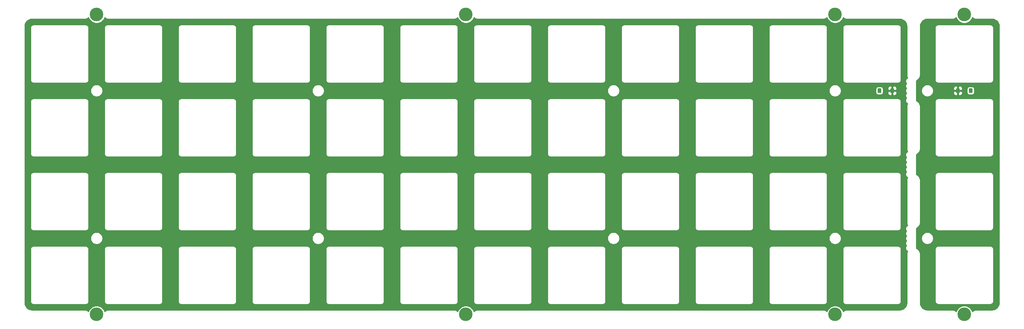
<source format=gbr>
G04 #@! TF.GenerationSoftware,KiCad,Pcbnew,(5.1.10-1-10_14)*
G04 #@! TF.CreationDate,2021-08-20T16:54:01-05:00*
G04 #@! TF.ProjectId,ori_top_plate,6f72695f-746f-4705-9f70-6c6174652e6b,rev?*
G04 #@! TF.SameCoordinates,Original*
G04 #@! TF.FileFunction,Copper,L2,Bot*
G04 #@! TF.FilePolarity,Positive*
%FSLAX46Y46*%
G04 Gerber Fmt 4.6, Leading zero omitted, Abs format (unit mm)*
G04 Created by KiCad (PCBNEW (5.1.10-1-10_14)) date 2021-08-20 16:54:01*
%MOMM*%
%LPD*%
G01*
G04 APERTURE LIST*
G04 #@! TA.AperFunction,ComponentPad*
%ADD10C,3.500000*%
G04 #@! TD*
G04 #@! TA.AperFunction,ViaPad*
%ADD11C,0.500000*%
G04 #@! TD*
G04 #@! TA.AperFunction,Conductor*
%ADD12C,0.250000*%
G04 #@! TD*
G04 #@! TA.AperFunction,Conductor*
%ADD13C,0.254000*%
G04 #@! TD*
G04 #@! TA.AperFunction,Conductor*
%ADD14C,0.100000*%
G04 #@! TD*
G04 APERTURE END LIST*
G04 #@! TA.AperFunction,SMDPad,CuDef*
G36*
G01*
X370270360Y-59868904D02*
X370270360Y-59168904D01*
G75*
G02*
X370520360Y-58918904I250000J0D01*
G01*
X371020360Y-58918904D01*
G75*
G02*
X371270360Y-59168904I0J-250000D01*
G01*
X371270360Y-59868904D01*
G75*
G02*
X371020360Y-60118904I-250000J0D01*
G01*
X370520360Y-60118904D01*
G75*
G02*
X370270360Y-59868904I0J250000D01*
G01*
G37*
G04 #@! TD.AperFunction*
G04 #@! TA.AperFunction,SMDPad,CuDef*
G36*
G01*
X366970360Y-59868904D02*
X366970360Y-59168904D01*
G75*
G02*
X367220360Y-58918904I250000J0D01*
G01*
X367720360Y-58918904D01*
G75*
G02*
X367970360Y-59168904I0J-250000D01*
G01*
X367970360Y-59868904D01*
G75*
G02*
X367720360Y-60118904I-250000J0D01*
G01*
X367220360Y-60118904D01*
G75*
G02*
X366970360Y-59868904I0J250000D01*
G01*
G37*
G04 #@! TD.AperFunction*
G04 #@! TA.AperFunction,SMDPad,CuDef*
G36*
G01*
X388211370Y-59168840D02*
X388211370Y-59868840D01*
G75*
G02*
X387961370Y-60118840I-250000J0D01*
G01*
X387461370Y-60118840D01*
G75*
G02*
X387211370Y-59868840I0J250000D01*
G01*
X387211370Y-59168840D01*
G75*
G02*
X387461370Y-58918840I250000J0D01*
G01*
X387961370Y-58918840D01*
G75*
G02*
X388211370Y-59168840I0J-250000D01*
G01*
G37*
G04 #@! TD.AperFunction*
G04 #@! TA.AperFunction,SMDPad,CuDef*
G36*
G01*
X391511370Y-59168840D02*
X391511370Y-59868840D01*
G75*
G02*
X391261370Y-60118840I-250000J0D01*
G01*
X390761370Y-60118840D01*
G75*
G02*
X390511370Y-59868840I0J250000D01*
G01*
X390511370Y-59168840D01*
G75*
G02*
X390761370Y-58918840I250000J0D01*
G01*
X391261370Y-58918840D01*
G75*
G02*
X391511370Y-59168840I0J-250000D01*
G01*
G37*
G04 #@! TD.AperFunction*
D10*
X165523314Y-39873575D03*
X165523314Y-117264265D03*
X260773394Y-39873575D03*
X260773394Y-117264265D03*
X356023474Y-39873575D03*
X356023474Y-117264265D03*
X389361002Y-39873575D03*
X389361002Y-117264265D03*
D11*
X373287551Y-59518904D03*
X385194165Y-59518840D03*
D12*
X370770360Y-59518904D02*
X373287551Y-59518904D01*
X387711370Y-59518840D02*
X385194165Y-59518840D01*
D13*
X358155238Y-40647850D02*
X358190762Y-40683127D01*
X358225744Y-40718849D01*
X358231682Y-40723762D01*
X358321719Y-40797194D01*
X358363399Y-40824886D01*
X358404672Y-40853146D01*
X358411451Y-40856812D01*
X358514037Y-40911357D01*
X358560321Y-40930434D01*
X358606275Y-40950130D01*
X358613638Y-40952410D01*
X358724864Y-40985991D01*
X358773953Y-40995710D01*
X358822877Y-41006110D01*
X358830541Y-41006915D01*
X358946172Y-41018253D01*
X358946180Y-41018253D01*
X358972936Y-41020888D01*
X372665553Y-41020760D01*
X373047339Y-41058194D01*
X373388619Y-41161233D01*
X373703380Y-41328594D01*
X373979641Y-41553907D01*
X374206883Y-41828594D01*
X374376436Y-42142177D01*
X374481855Y-42482730D01*
X374521810Y-42862877D01*
X374521811Y-55378712D01*
X374524561Y-55406633D01*
X374524561Y-55422093D01*
X374525366Y-55429758D01*
X374551268Y-55660680D01*
X374561675Y-55709638D01*
X374571388Y-55758695D01*
X374573667Y-55766058D01*
X374643929Y-55987551D01*
X374663646Y-56033553D01*
X374682703Y-56079790D01*
X374686368Y-56086569D01*
X374745906Y-56194868D01*
X374633035Y-56241621D01*
X374489395Y-56337598D01*
X374367240Y-56459753D01*
X374271263Y-56603393D01*
X374205153Y-56762997D01*
X374171450Y-56932431D01*
X374171450Y-57105185D01*
X374205153Y-57274619D01*
X374271263Y-57434223D01*
X374367240Y-57577863D01*
X374433185Y-57643808D01*
X374367240Y-57709753D01*
X374271263Y-57853393D01*
X374205153Y-58012997D01*
X374171450Y-58182431D01*
X374171450Y-58355185D01*
X374205153Y-58524619D01*
X374271263Y-58684223D01*
X374367240Y-58827863D01*
X374433185Y-58893808D01*
X374367240Y-58959753D01*
X374271263Y-59103393D01*
X374205153Y-59262997D01*
X374171450Y-59432431D01*
X374171450Y-59605185D01*
X374205153Y-59774619D01*
X374271263Y-59934223D01*
X374367240Y-60077863D01*
X374433185Y-60143808D01*
X374367240Y-60209753D01*
X374271263Y-60353393D01*
X374205153Y-60512997D01*
X374171450Y-60682431D01*
X374171450Y-60855185D01*
X374205153Y-61024619D01*
X374271263Y-61184223D01*
X374367240Y-61327863D01*
X374433185Y-61393808D01*
X374367240Y-61459753D01*
X374271263Y-61603393D01*
X374205153Y-61762997D01*
X374171450Y-61932431D01*
X374171450Y-62105185D01*
X374205153Y-62274619D01*
X374271263Y-62434223D01*
X374367240Y-62577863D01*
X374489395Y-62700018D01*
X374633035Y-62795995D01*
X374745423Y-62842548D01*
X374675937Y-62973233D01*
X374656873Y-63019486D01*
X374637163Y-63065472D01*
X374634884Y-63072834D01*
X374567721Y-63295287D01*
X374558002Y-63344373D01*
X374547601Y-63393304D01*
X374546795Y-63400969D01*
X374524120Y-63632230D01*
X374524120Y-63632250D01*
X374521486Y-63659003D01*
X374521811Y-74428840D01*
X374524561Y-74456750D01*
X374524561Y-74472205D01*
X374525366Y-74479870D01*
X374551268Y-74710792D01*
X374561675Y-74759750D01*
X374571388Y-74808807D01*
X374573667Y-74816170D01*
X374643929Y-75037663D01*
X374663646Y-75083665D01*
X374682703Y-75129902D01*
X374686368Y-75136681D01*
X374751575Y-75255292D01*
X374633035Y-75304393D01*
X374489395Y-75400370D01*
X374367240Y-75522525D01*
X374271263Y-75666165D01*
X374205153Y-75825769D01*
X374171450Y-75995203D01*
X374171450Y-76167957D01*
X374205153Y-76337391D01*
X374271263Y-76496995D01*
X374367240Y-76640635D01*
X374433185Y-76706580D01*
X374367240Y-76772525D01*
X374271263Y-76916165D01*
X374205153Y-77075769D01*
X374171450Y-77245203D01*
X374171450Y-77417957D01*
X374205153Y-77587391D01*
X374271263Y-77746995D01*
X374367240Y-77890635D01*
X374433185Y-77956580D01*
X374367240Y-78022525D01*
X374271263Y-78166165D01*
X374205153Y-78325769D01*
X374171450Y-78495203D01*
X374171450Y-78667957D01*
X374205153Y-78837391D01*
X374271263Y-78996995D01*
X374367240Y-79140635D01*
X374433185Y-79206580D01*
X374367240Y-79272525D01*
X374271263Y-79416165D01*
X374205153Y-79575769D01*
X374171450Y-79745203D01*
X374171450Y-79917957D01*
X374205153Y-80087391D01*
X374271263Y-80246995D01*
X374367240Y-80390635D01*
X374433185Y-80456580D01*
X374367240Y-80522525D01*
X374271263Y-80666165D01*
X374205153Y-80825769D01*
X374171450Y-80995203D01*
X374171450Y-81167957D01*
X374205153Y-81337391D01*
X374271263Y-81496995D01*
X374367240Y-81640635D01*
X374489395Y-81762790D01*
X374633035Y-81858767D01*
X374740136Y-81903130D01*
X374676261Y-82023263D01*
X374657197Y-82069516D01*
X374637487Y-82115502D01*
X374635208Y-82122864D01*
X374568045Y-82345317D01*
X374558326Y-82394403D01*
X374547925Y-82443334D01*
X374547119Y-82450999D01*
X374524444Y-82682260D01*
X374524444Y-82682277D01*
X374521811Y-82709000D01*
X374521490Y-93478837D01*
X374524561Y-93510029D01*
X374524561Y-93522317D01*
X374525366Y-93529982D01*
X374551268Y-93760904D01*
X374561675Y-93809862D01*
X374571388Y-93858919D01*
X374573667Y-93866282D01*
X374643929Y-94087775D01*
X374663646Y-94133777D01*
X374682703Y-94180014D01*
X374686368Y-94186793D01*
X374751575Y-94305404D01*
X374633035Y-94354505D01*
X374489395Y-94450482D01*
X374367240Y-94572637D01*
X374271263Y-94716277D01*
X374205153Y-94875881D01*
X374171450Y-95045315D01*
X374171450Y-95218069D01*
X374205153Y-95387503D01*
X374271263Y-95547107D01*
X374367240Y-95690747D01*
X374433185Y-95756692D01*
X374367240Y-95822637D01*
X374271263Y-95966277D01*
X374205153Y-96125881D01*
X374171450Y-96295315D01*
X374171450Y-96468069D01*
X374205153Y-96637503D01*
X374271263Y-96797107D01*
X374367240Y-96940747D01*
X374433185Y-97006692D01*
X374367240Y-97072637D01*
X374271263Y-97216277D01*
X374205153Y-97375881D01*
X374171450Y-97545315D01*
X374171450Y-97718069D01*
X374205153Y-97887503D01*
X374271263Y-98047107D01*
X374367240Y-98190747D01*
X374433185Y-98256692D01*
X374367240Y-98322637D01*
X374271263Y-98466277D01*
X374205153Y-98625881D01*
X374171450Y-98795315D01*
X374171450Y-98968069D01*
X374205153Y-99137503D01*
X374271263Y-99297107D01*
X374367240Y-99440747D01*
X374433185Y-99506692D01*
X374367240Y-99572637D01*
X374271263Y-99716277D01*
X374205153Y-99875881D01*
X374171450Y-100045315D01*
X374171450Y-100218069D01*
X374205153Y-100387503D01*
X374271263Y-100547107D01*
X374367240Y-100690747D01*
X374489395Y-100812902D01*
X374633035Y-100908879D01*
X374740136Y-100953242D01*
X374676261Y-101073375D01*
X374657197Y-101119628D01*
X374637487Y-101165614D01*
X374635208Y-101172976D01*
X374568045Y-101395429D01*
X374558326Y-101444515D01*
X374547925Y-101493446D01*
X374547119Y-101501111D01*
X374524444Y-101732372D01*
X374524444Y-101732386D01*
X374521810Y-101759129D01*
X374521811Y-114260817D01*
X374484376Y-114642610D01*
X374381337Y-114983888D01*
X374213976Y-115298650D01*
X373988661Y-115574913D01*
X373713978Y-115802151D01*
X373400392Y-115971707D01*
X373059841Y-116077125D01*
X372679687Y-116117081D01*
X358972936Y-116116952D01*
X358949458Y-116119264D01*
X358945856Y-116119239D01*
X358938186Y-116119991D01*
X358822638Y-116132135D01*
X358773649Y-116142191D01*
X358724482Y-116151570D01*
X358717103Y-116153798D01*
X358606114Y-116188155D01*
X358559970Y-116207552D01*
X358513608Y-116226283D01*
X358506803Y-116229901D01*
X358404601Y-116285161D01*
X358363132Y-116313133D01*
X358321259Y-116340533D01*
X358315286Y-116345405D01*
X358225764Y-116419464D01*
X358190506Y-116454969D01*
X358154765Y-116489969D01*
X358149852Y-116495908D01*
X358127202Y-116523680D01*
X357997016Y-116209385D01*
X357753298Y-115844635D01*
X357443104Y-115534441D01*
X357078354Y-115290723D01*
X356673066Y-115122847D01*
X356242814Y-115037265D01*
X355804134Y-115037265D01*
X355373882Y-115122847D01*
X354968594Y-115290723D01*
X354603844Y-115534441D01*
X354293650Y-115844635D01*
X354049932Y-116209385D01*
X353919691Y-116523814D01*
X353891710Y-116489990D01*
X353856205Y-116454732D01*
X353821205Y-116418991D01*
X353815266Y-116414078D01*
X353725229Y-116340646D01*
X353683567Y-116312966D01*
X353642277Y-116284694D01*
X353635497Y-116281028D01*
X353532912Y-116226483D01*
X353486642Y-116207413D01*
X353440673Y-116187710D01*
X353433310Y-116185431D01*
X353322084Y-116151849D01*
X353272959Y-116142123D01*
X353224072Y-116131731D01*
X353216407Y-116130925D01*
X353100777Y-116119587D01*
X353100771Y-116119587D01*
X353074018Y-116116952D01*
X263722850Y-116116952D01*
X263699375Y-116119264D01*
X263695776Y-116119239D01*
X263688106Y-116119991D01*
X263572558Y-116132135D01*
X263523569Y-116142191D01*
X263474402Y-116151570D01*
X263467023Y-116153798D01*
X263356034Y-116188155D01*
X263309890Y-116207552D01*
X263263528Y-116226283D01*
X263256723Y-116229901D01*
X263154521Y-116285161D01*
X263113052Y-116313133D01*
X263071179Y-116340533D01*
X263065206Y-116345405D01*
X262975684Y-116419464D01*
X262940426Y-116454969D01*
X262904685Y-116489969D01*
X262899772Y-116495908D01*
X262877122Y-116523680D01*
X262746936Y-116209385D01*
X262503218Y-115844635D01*
X262193024Y-115534441D01*
X261828274Y-115290723D01*
X261422986Y-115122847D01*
X260992734Y-115037265D01*
X260554054Y-115037265D01*
X260123802Y-115122847D01*
X259718514Y-115290723D01*
X259353764Y-115534441D01*
X259043570Y-115844635D01*
X258799852Y-116209385D01*
X258669611Y-116523814D01*
X258641630Y-116489990D01*
X258606125Y-116454732D01*
X258571125Y-116418991D01*
X258565186Y-116414078D01*
X258475149Y-116340646D01*
X258433487Y-116312966D01*
X258392197Y-116284694D01*
X258385417Y-116281028D01*
X258282832Y-116226483D01*
X258236562Y-116207413D01*
X258190593Y-116187710D01*
X258183230Y-116185431D01*
X258072004Y-116151849D01*
X258022879Y-116142123D01*
X257973992Y-116131731D01*
X257966327Y-116130925D01*
X257850697Y-116119587D01*
X257850691Y-116119587D01*
X257823938Y-116116952D01*
X168472770Y-116116952D01*
X168449295Y-116119264D01*
X168445696Y-116119239D01*
X168438026Y-116119991D01*
X168322478Y-116132135D01*
X168273489Y-116142191D01*
X168224322Y-116151570D01*
X168216943Y-116153798D01*
X168105954Y-116188155D01*
X168059810Y-116207552D01*
X168013448Y-116226283D01*
X168006643Y-116229901D01*
X167904441Y-116285161D01*
X167862972Y-116313133D01*
X167821099Y-116340533D01*
X167815126Y-116345405D01*
X167725604Y-116419464D01*
X167690346Y-116454969D01*
X167654605Y-116489969D01*
X167649692Y-116495908D01*
X167627042Y-116523680D01*
X167496856Y-116209385D01*
X167253138Y-115844635D01*
X166942944Y-115534441D01*
X166578194Y-115290723D01*
X166172906Y-115122847D01*
X165742654Y-115037265D01*
X165303974Y-115037265D01*
X164873722Y-115122847D01*
X164468434Y-115290723D01*
X164103684Y-115534441D01*
X163793490Y-115844635D01*
X163549772Y-116209385D01*
X163419531Y-116523814D01*
X163391550Y-116489990D01*
X163356045Y-116454732D01*
X163321045Y-116418991D01*
X163315106Y-116414078D01*
X163225069Y-116340646D01*
X163183407Y-116312966D01*
X163142117Y-116284694D01*
X163135337Y-116281028D01*
X163032752Y-116226483D01*
X162986482Y-116207413D01*
X162940513Y-116187710D01*
X162933150Y-116185431D01*
X162821924Y-116151849D01*
X162772799Y-116142123D01*
X162723912Y-116131731D01*
X162716247Y-116130925D01*
X162600617Y-116119587D01*
X162600608Y-116119587D01*
X162573852Y-116116952D01*
X148881107Y-116117080D01*
X148499320Y-116079646D01*
X148158042Y-115976607D01*
X147843280Y-115809246D01*
X147567017Y-115583931D01*
X147339779Y-115309248D01*
X147170223Y-114995662D01*
X147064805Y-114655111D01*
X147024850Y-114274963D01*
X147024850Y-113882580D01*
X148445530Y-113882580D01*
X148447717Y-113904789D01*
X148447705Y-113906556D01*
X148448424Y-113913879D01*
X148451423Y-113942417D01*
X148453156Y-113960009D01*
X148453334Y-113960596D01*
X148454544Y-113972109D01*
X148464149Y-114018904D01*
X148473099Y-114065818D01*
X148475224Y-114072854D01*
X148475225Y-114072861D01*
X148475228Y-114072867D01*
X148492540Y-114128795D01*
X148511050Y-114172828D01*
X148528943Y-114217115D01*
X148532398Y-114223612D01*
X148560246Y-114275115D01*
X148586956Y-114314713D01*
X148613109Y-114354680D01*
X148617757Y-114360378D01*
X148617761Y-114360384D01*
X148617765Y-114360388D01*
X148655080Y-114405495D01*
X148688969Y-114439148D01*
X148722392Y-114473278D01*
X148728062Y-114477968D01*
X148773435Y-114514973D01*
X148813205Y-114541396D01*
X148852623Y-114568387D01*
X148859096Y-114571887D01*
X148910793Y-114599375D01*
X148954957Y-114617579D01*
X148998858Y-114636395D01*
X149005882Y-114638569D01*
X149005884Y-114638570D01*
X149005886Y-114638570D01*
X149005888Y-114638571D01*
X149061939Y-114655494D01*
X149108768Y-114664766D01*
X149155520Y-114674703D01*
X149162838Y-114675472D01*
X149221107Y-114681185D01*
X149221113Y-114681185D01*
X149246649Y-114683700D01*
X162698411Y-114683700D01*
X162720620Y-114681513D01*
X162722386Y-114681525D01*
X162729709Y-114680806D01*
X162758233Y-114677808D01*
X162775840Y-114676074D01*
X162776427Y-114675896D01*
X162787939Y-114674686D01*
X162834734Y-114665081D01*
X162881648Y-114656131D01*
X162888684Y-114654006D01*
X162888691Y-114654005D01*
X162888697Y-114654002D01*
X162944625Y-114636690D01*
X162988658Y-114618180D01*
X163032945Y-114600287D01*
X163039437Y-114596835D01*
X163039441Y-114596833D01*
X163039444Y-114596831D01*
X163090945Y-114568984D01*
X163130543Y-114542274D01*
X163170510Y-114516121D01*
X163176210Y-114511472D01*
X163176214Y-114511469D01*
X163176218Y-114511465D01*
X163221325Y-114474150D01*
X163254978Y-114440261D01*
X163289108Y-114406838D01*
X163293798Y-114401168D01*
X163330803Y-114355795D01*
X163357226Y-114316025D01*
X163384217Y-114276607D01*
X163387717Y-114270134D01*
X163415205Y-114218437D01*
X163433409Y-114174273D01*
X163452225Y-114130372D01*
X163454401Y-114123342D01*
X163471324Y-114067291D01*
X163480596Y-114020462D01*
X163490533Y-113973710D01*
X163491302Y-113966392D01*
X163497015Y-113908123D01*
X163497015Y-113908117D01*
X163499530Y-113882581D01*
X163499530Y-113882580D01*
X167495610Y-113882580D01*
X167497797Y-113904789D01*
X167497785Y-113906556D01*
X167498504Y-113913879D01*
X167501503Y-113942417D01*
X167503236Y-113960009D01*
X167503414Y-113960596D01*
X167504624Y-113972109D01*
X167514229Y-114018904D01*
X167523179Y-114065818D01*
X167525304Y-114072854D01*
X167525305Y-114072861D01*
X167525308Y-114072867D01*
X167542620Y-114128795D01*
X167561130Y-114172828D01*
X167579023Y-114217115D01*
X167582478Y-114223612D01*
X167610326Y-114275115D01*
X167637036Y-114314713D01*
X167663189Y-114354680D01*
X167667837Y-114360378D01*
X167667841Y-114360384D01*
X167667845Y-114360388D01*
X167705160Y-114405495D01*
X167739049Y-114439148D01*
X167772472Y-114473278D01*
X167778142Y-114477968D01*
X167823515Y-114514973D01*
X167863285Y-114541396D01*
X167902703Y-114568387D01*
X167909176Y-114571887D01*
X167960873Y-114599375D01*
X168005037Y-114617579D01*
X168048938Y-114636395D01*
X168055962Y-114638569D01*
X168055964Y-114638570D01*
X168055966Y-114638570D01*
X168055968Y-114638571D01*
X168112019Y-114655494D01*
X168158848Y-114664766D01*
X168205600Y-114674703D01*
X168212918Y-114675472D01*
X168271187Y-114681185D01*
X168271193Y-114681185D01*
X168296729Y-114683700D01*
X181748491Y-114683700D01*
X181770700Y-114681513D01*
X181772466Y-114681525D01*
X181779789Y-114680806D01*
X181808313Y-114677808D01*
X181825920Y-114676074D01*
X181826507Y-114675896D01*
X181838019Y-114674686D01*
X181884814Y-114665081D01*
X181931728Y-114656131D01*
X181938764Y-114654006D01*
X181938771Y-114654005D01*
X181938777Y-114654002D01*
X181994705Y-114636690D01*
X182038738Y-114618180D01*
X182083025Y-114600287D01*
X182089517Y-114596835D01*
X182089521Y-114596833D01*
X182089524Y-114596831D01*
X182141025Y-114568984D01*
X182180623Y-114542274D01*
X182220590Y-114516121D01*
X182226290Y-114511472D01*
X182226294Y-114511469D01*
X182226298Y-114511465D01*
X182271405Y-114474150D01*
X182305058Y-114440261D01*
X182339188Y-114406838D01*
X182343878Y-114401168D01*
X182380883Y-114355795D01*
X182407306Y-114316025D01*
X182434297Y-114276607D01*
X182437797Y-114270134D01*
X182465285Y-114218437D01*
X182483489Y-114174273D01*
X182502305Y-114130372D01*
X182504481Y-114123342D01*
X182521404Y-114067291D01*
X182530676Y-114020462D01*
X182540613Y-113973710D01*
X182541382Y-113966392D01*
X182547095Y-113908123D01*
X182547095Y-113908117D01*
X182549610Y-113882581D01*
X182549610Y-113882580D01*
X186545690Y-113882580D01*
X186547877Y-113904789D01*
X186547865Y-113906556D01*
X186548584Y-113913879D01*
X186551583Y-113942417D01*
X186553316Y-113960009D01*
X186553494Y-113960596D01*
X186554704Y-113972109D01*
X186564309Y-114018904D01*
X186573259Y-114065818D01*
X186575384Y-114072854D01*
X186575385Y-114072861D01*
X186575388Y-114072867D01*
X186592700Y-114128795D01*
X186611210Y-114172828D01*
X186629103Y-114217115D01*
X186632558Y-114223612D01*
X186660406Y-114275115D01*
X186687116Y-114314713D01*
X186713269Y-114354680D01*
X186717917Y-114360378D01*
X186717921Y-114360384D01*
X186717925Y-114360388D01*
X186755240Y-114405495D01*
X186789129Y-114439148D01*
X186822552Y-114473278D01*
X186828222Y-114477968D01*
X186873595Y-114514973D01*
X186913365Y-114541396D01*
X186952783Y-114568387D01*
X186959256Y-114571887D01*
X187010953Y-114599375D01*
X187055117Y-114617579D01*
X187099018Y-114636395D01*
X187106042Y-114638569D01*
X187106044Y-114638570D01*
X187106046Y-114638570D01*
X187106048Y-114638571D01*
X187162099Y-114655494D01*
X187208928Y-114664766D01*
X187255680Y-114674703D01*
X187262998Y-114675472D01*
X187321267Y-114681185D01*
X187321273Y-114681185D01*
X187346809Y-114683700D01*
X200798571Y-114683700D01*
X200820780Y-114681513D01*
X200822546Y-114681525D01*
X200829869Y-114680806D01*
X200858393Y-114677808D01*
X200876000Y-114676074D01*
X200876587Y-114675896D01*
X200888099Y-114674686D01*
X200934894Y-114665081D01*
X200981808Y-114656131D01*
X200988844Y-114654006D01*
X200988851Y-114654005D01*
X200988857Y-114654002D01*
X201044785Y-114636690D01*
X201088818Y-114618180D01*
X201133105Y-114600287D01*
X201139597Y-114596835D01*
X201139601Y-114596833D01*
X201139604Y-114596831D01*
X201191105Y-114568984D01*
X201230703Y-114542274D01*
X201270670Y-114516121D01*
X201276370Y-114511472D01*
X201276374Y-114511469D01*
X201276378Y-114511465D01*
X201321485Y-114474150D01*
X201355138Y-114440261D01*
X201389268Y-114406838D01*
X201393958Y-114401168D01*
X201430963Y-114355795D01*
X201457386Y-114316025D01*
X201484377Y-114276607D01*
X201487877Y-114270134D01*
X201515365Y-114218437D01*
X201533569Y-114174273D01*
X201552385Y-114130372D01*
X201554561Y-114123342D01*
X201571484Y-114067291D01*
X201580756Y-114020462D01*
X201590693Y-113973710D01*
X201591462Y-113966392D01*
X201597175Y-113908123D01*
X201597175Y-113908117D01*
X201599690Y-113882581D01*
X201599690Y-113882580D01*
X205595770Y-113882580D01*
X205597957Y-113904789D01*
X205597945Y-113906556D01*
X205598664Y-113913879D01*
X205601663Y-113942417D01*
X205603396Y-113960009D01*
X205603574Y-113960596D01*
X205604784Y-113972109D01*
X205614389Y-114018904D01*
X205623339Y-114065818D01*
X205625464Y-114072854D01*
X205625465Y-114072861D01*
X205625468Y-114072867D01*
X205642780Y-114128795D01*
X205661290Y-114172828D01*
X205679183Y-114217115D01*
X205682638Y-114223612D01*
X205710486Y-114275115D01*
X205737196Y-114314713D01*
X205763349Y-114354680D01*
X205767997Y-114360378D01*
X205768001Y-114360384D01*
X205768005Y-114360388D01*
X205805320Y-114405495D01*
X205839209Y-114439148D01*
X205872632Y-114473278D01*
X205878302Y-114477968D01*
X205923675Y-114514973D01*
X205963445Y-114541396D01*
X206002863Y-114568387D01*
X206009336Y-114571887D01*
X206061033Y-114599375D01*
X206105197Y-114617579D01*
X206149098Y-114636395D01*
X206156122Y-114638569D01*
X206156124Y-114638570D01*
X206156126Y-114638570D01*
X206156128Y-114638571D01*
X206212179Y-114655494D01*
X206259008Y-114664766D01*
X206305760Y-114674703D01*
X206313078Y-114675472D01*
X206371347Y-114681185D01*
X206371353Y-114681185D01*
X206396889Y-114683700D01*
X219848651Y-114683700D01*
X219870860Y-114681513D01*
X219872626Y-114681525D01*
X219879949Y-114680806D01*
X219908473Y-114677808D01*
X219926080Y-114676074D01*
X219926667Y-114675896D01*
X219938179Y-114674686D01*
X219984974Y-114665081D01*
X220031888Y-114656131D01*
X220038924Y-114654006D01*
X220038931Y-114654005D01*
X220038937Y-114654002D01*
X220094865Y-114636690D01*
X220138898Y-114618180D01*
X220183185Y-114600287D01*
X220189677Y-114596835D01*
X220189681Y-114596833D01*
X220189684Y-114596831D01*
X220241185Y-114568984D01*
X220280783Y-114542274D01*
X220320750Y-114516121D01*
X220326450Y-114511472D01*
X220326454Y-114511469D01*
X220326458Y-114511465D01*
X220371565Y-114474150D01*
X220405218Y-114440261D01*
X220439348Y-114406838D01*
X220444038Y-114401168D01*
X220481043Y-114355795D01*
X220507466Y-114316025D01*
X220534457Y-114276607D01*
X220537957Y-114270134D01*
X220565445Y-114218437D01*
X220583649Y-114174273D01*
X220602465Y-114130372D01*
X220604641Y-114123342D01*
X220621564Y-114067291D01*
X220630836Y-114020462D01*
X220640773Y-113973710D01*
X220641542Y-113966392D01*
X220647255Y-113908123D01*
X220647255Y-113908117D01*
X220649770Y-113882581D01*
X220649770Y-113882580D01*
X224645850Y-113882580D01*
X224648037Y-113904789D01*
X224648025Y-113906556D01*
X224648744Y-113913879D01*
X224651743Y-113942417D01*
X224653476Y-113960009D01*
X224653654Y-113960596D01*
X224654864Y-113972109D01*
X224664469Y-114018904D01*
X224673419Y-114065818D01*
X224675544Y-114072854D01*
X224675545Y-114072861D01*
X224675548Y-114072867D01*
X224692860Y-114128795D01*
X224711370Y-114172828D01*
X224729263Y-114217115D01*
X224732718Y-114223612D01*
X224760566Y-114275115D01*
X224787276Y-114314713D01*
X224813429Y-114354680D01*
X224818077Y-114360378D01*
X224818081Y-114360384D01*
X224818085Y-114360388D01*
X224855400Y-114405495D01*
X224889289Y-114439148D01*
X224922712Y-114473278D01*
X224928382Y-114477968D01*
X224973755Y-114514973D01*
X225013525Y-114541396D01*
X225052943Y-114568387D01*
X225059416Y-114571887D01*
X225111113Y-114599375D01*
X225155277Y-114617579D01*
X225199178Y-114636395D01*
X225206202Y-114638569D01*
X225206204Y-114638570D01*
X225206206Y-114638570D01*
X225206208Y-114638571D01*
X225262259Y-114655494D01*
X225309088Y-114664766D01*
X225355840Y-114674703D01*
X225363158Y-114675472D01*
X225421427Y-114681185D01*
X225421433Y-114681185D01*
X225446969Y-114683700D01*
X238898731Y-114683700D01*
X238920940Y-114681513D01*
X238922706Y-114681525D01*
X238930029Y-114680806D01*
X238958553Y-114677808D01*
X238976160Y-114676074D01*
X238976747Y-114675896D01*
X238988259Y-114674686D01*
X239035054Y-114665081D01*
X239081968Y-114656131D01*
X239089004Y-114654006D01*
X239089011Y-114654005D01*
X239089017Y-114654002D01*
X239144945Y-114636690D01*
X239188978Y-114618180D01*
X239233265Y-114600287D01*
X239239757Y-114596835D01*
X239239761Y-114596833D01*
X239239764Y-114596831D01*
X239291265Y-114568984D01*
X239330863Y-114542274D01*
X239370830Y-114516121D01*
X239376530Y-114511472D01*
X239376534Y-114511469D01*
X239376538Y-114511465D01*
X239421645Y-114474150D01*
X239455298Y-114440261D01*
X239489428Y-114406838D01*
X239494118Y-114401168D01*
X239531123Y-114355795D01*
X239557546Y-114316025D01*
X239584537Y-114276607D01*
X239588037Y-114270134D01*
X239615525Y-114218437D01*
X239633729Y-114174273D01*
X239652545Y-114130372D01*
X239654721Y-114123342D01*
X239671644Y-114067291D01*
X239680916Y-114020462D01*
X239690853Y-113973710D01*
X239691622Y-113966392D01*
X239697335Y-113908123D01*
X239697335Y-113908117D01*
X239699850Y-113882581D01*
X239699850Y-113882580D01*
X243695930Y-113882580D01*
X243698117Y-113904789D01*
X243698105Y-113906556D01*
X243698824Y-113913879D01*
X243701823Y-113942417D01*
X243703556Y-113960009D01*
X243703734Y-113960596D01*
X243704944Y-113972109D01*
X243714549Y-114018904D01*
X243723499Y-114065818D01*
X243725624Y-114072854D01*
X243725625Y-114072861D01*
X243725628Y-114072867D01*
X243742940Y-114128795D01*
X243761450Y-114172828D01*
X243779343Y-114217115D01*
X243782798Y-114223612D01*
X243810646Y-114275115D01*
X243837356Y-114314713D01*
X243863509Y-114354680D01*
X243868157Y-114360378D01*
X243868161Y-114360384D01*
X243868165Y-114360388D01*
X243905480Y-114405495D01*
X243939369Y-114439148D01*
X243972792Y-114473278D01*
X243978462Y-114477968D01*
X244023835Y-114514973D01*
X244063605Y-114541396D01*
X244103023Y-114568387D01*
X244109496Y-114571887D01*
X244161193Y-114599375D01*
X244205357Y-114617579D01*
X244249258Y-114636395D01*
X244256282Y-114638569D01*
X244256284Y-114638570D01*
X244256286Y-114638570D01*
X244256288Y-114638571D01*
X244312339Y-114655494D01*
X244359168Y-114664766D01*
X244405920Y-114674703D01*
X244413238Y-114675472D01*
X244471507Y-114681185D01*
X244471513Y-114681185D01*
X244497049Y-114683700D01*
X257948811Y-114683700D01*
X257971020Y-114681513D01*
X257972786Y-114681525D01*
X257980109Y-114680806D01*
X258008633Y-114677808D01*
X258026240Y-114676074D01*
X258026827Y-114675896D01*
X258038339Y-114674686D01*
X258085134Y-114665081D01*
X258132048Y-114656131D01*
X258139084Y-114654006D01*
X258139091Y-114654005D01*
X258139097Y-114654002D01*
X258195025Y-114636690D01*
X258239058Y-114618180D01*
X258283345Y-114600287D01*
X258289837Y-114596835D01*
X258289841Y-114596833D01*
X258289844Y-114596831D01*
X258341345Y-114568984D01*
X258380943Y-114542274D01*
X258420910Y-114516121D01*
X258426610Y-114511472D01*
X258426614Y-114511469D01*
X258426618Y-114511465D01*
X258471725Y-114474150D01*
X258505378Y-114440261D01*
X258539508Y-114406838D01*
X258544198Y-114401168D01*
X258581203Y-114355795D01*
X258607626Y-114316025D01*
X258634617Y-114276607D01*
X258638117Y-114270134D01*
X258665605Y-114218437D01*
X258683809Y-114174273D01*
X258702625Y-114130372D01*
X258704801Y-114123342D01*
X258721724Y-114067291D01*
X258730996Y-114020462D01*
X258740933Y-113973710D01*
X258741702Y-113966392D01*
X258747415Y-113908123D01*
X258747415Y-113908117D01*
X258749930Y-113882581D01*
X258749930Y-113882580D01*
X262746010Y-113882580D01*
X262748197Y-113904789D01*
X262748185Y-113906556D01*
X262748904Y-113913879D01*
X262751903Y-113942417D01*
X262753636Y-113960009D01*
X262753814Y-113960596D01*
X262755024Y-113972109D01*
X262764629Y-114018904D01*
X262773579Y-114065818D01*
X262775704Y-114072854D01*
X262775705Y-114072861D01*
X262775708Y-114072867D01*
X262793020Y-114128795D01*
X262811530Y-114172828D01*
X262829423Y-114217115D01*
X262832878Y-114223612D01*
X262860726Y-114275115D01*
X262887436Y-114314713D01*
X262913589Y-114354680D01*
X262918237Y-114360378D01*
X262918241Y-114360384D01*
X262918245Y-114360388D01*
X262955560Y-114405495D01*
X262989449Y-114439148D01*
X263022872Y-114473278D01*
X263028542Y-114477968D01*
X263073915Y-114514973D01*
X263113685Y-114541396D01*
X263153103Y-114568387D01*
X263159576Y-114571887D01*
X263211273Y-114599375D01*
X263255437Y-114617579D01*
X263299338Y-114636395D01*
X263306362Y-114638569D01*
X263306364Y-114638570D01*
X263306366Y-114638570D01*
X263306368Y-114638571D01*
X263362419Y-114655494D01*
X263409248Y-114664766D01*
X263456000Y-114674703D01*
X263463318Y-114675472D01*
X263521587Y-114681185D01*
X263521593Y-114681185D01*
X263547129Y-114683700D01*
X276998891Y-114683700D01*
X277021100Y-114681513D01*
X277022866Y-114681525D01*
X277030189Y-114680806D01*
X277058713Y-114677808D01*
X277076320Y-114676074D01*
X277076907Y-114675896D01*
X277088419Y-114674686D01*
X277135214Y-114665081D01*
X277182128Y-114656131D01*
X277189164Y-114654006D01*
X277189171Y-114654005D01*
X277189177Y-114654002D01*
X277245105Y-114636690D01*
X277289138Y-114618180D01*
X277333425Y-114600287D01*
X277339917Y-114596835D01*
X277339921Y-114596833D01*
X277339924Y-114596831D01*
X277391425Y-114568984D01*
X277431023Y-114542274D01*
X277470990Y-114516121D01*
X277476690Y-114511472D01*
X277476694Y-114511469D01*
X277476698Y-114511465D01*
X277521805Y-114474150D01*
X277555458Y-114440261D01*
X277589588Y-114406838D01*
X277594278Y-114401168D01*
X277631283Y-114355795D01*
X277657706Y-114316025D01*
X277684697Y-114276607D01*
X277688197Y-114270134D01*
X277715685Y-114218437D01*
X277733889Y-114174273D01*
X277752705Y-114130372D01*
X277754881Y-114123342D01*
X277771804Y-114067291D01*
X277781076Y-114020462D01*
X277791013Y-113973710D01*
X277791782Y-113966392D01*
X277797495Y-113908123D01*
X277797495Y-113908117D01*
X277800010Y-113882581D01*
X277800010Y-113882580D01*
X281796090Y-113882580D01*
X281798277Y-113904789D01*
X281798265Y-113906556D01*
X281798984Y-113913879D01*
X281801983Y-113942417D01*
X281803716Y-113960009D01*
X281803894Y-113960596D01*
X281805104Y-113972109D01*
X281814709Y-114018904D01*
X281823659Y-114065818D01*
X281825784Y-114072854D01*
X281825785Y-114072861D01*
X281825788Y-114072867D01*
X281843100Y-114128795D01*
X281861610Y-114172828D01*
X281879503Y-114217115D01*
X281882958Y-114223612D01*
X281910806Y-114275115D01*
X281937516Y-114314713D01*
X281963669Y-114354680D01*
X281968317Y-114360378D01*
X281968321Y-114360384D01*
X281968325Y-114360388D01*
X282005640Y-114405495D01*
X282039529Y-114439148D01*
X282072952Y-114473278D01*
X282078622Y-114477968D01*
X282123995Y-114514973D01*
X282163765Y-114541396D01*
X282203183Y-114568387D01*
X282209656Y-114571887D01*
X282261353Y-114599375D01*
X282305517Y-114617579D01*
X282349418Y-114636395D01*
X282356442Y-114638569D01*
X282356444Y-114638570D01*
X282356446Y-114638570D01*
X282356448Y-114638571D01*
X282412499Y-114655494D01*
X282459328Y-114664766D01*
X282506080Y-114674703D01*
X282513398Y-114675472D01*
X282571667Y-114681185D01*
X282571673Y-114681185D01*
X282597209Y-114683700D01*
X296048971Y-114683700D01*
X296071180Y-114681513D01*
X296072946Y-114681525D01*
X296080269Y-114680806D01*
X296108793Y-114677808D01*
X296126400Y-114676074D01*
X296126987Y-114675896D01*
X296138499Y-114674686D01*
X296185294Y-114665081D01*
X296232208Y-114656131D01*
X296239244Y-114654006D01*
X296239251Y-114654005D01*
X296239257Y-114654002D01*
X296295185Y-114636690D01*
X296339218Y-114618180D01*
X296383505Y-114600287D01*
X296389997Y-114596835D01*
X296390001Y-114596833D01*
X296390004Y-114596831D01*
X296441505Y-114568984D01*
X296481103Y-114542274D01*
X296521070Y-114516121D01*
X296526770Y-114511472D01*
X296526774Y-114511469D01*
X296526778Y-114511465D01*
X296571885Y-114474150D01*
X296605538Y-114440261D01*
X296639668Y-114406838D01*
X296644358Y-114401168D01*
X296681363Y-114355795D01*
X296707786Y-114316025D01*
X296734777Y-114276607D01*
X296738277Y-114270134D01*
X296765765Y-114218437D01*
X296783969Y-114174273D01*
X296802785Y-114130372D01*
X296804961Y-114123342D01*
X296821884Y-114067291D01*
X296831156Y-114020462D01*
X296841093Y-113973710D01*
X296841862Y-113966392D01*
X296847575Y-113908123D01*
X296847575Y-113908117D01*
X296850090Y-113882581D01*
X296850090Y-113882580D01*
X300846170Y-113882580D01*
X300848357Y-113904789D01*
X300848345Y-113906556D01*
X300849064Y-113913879D01*
X300852063Y-113942417D01*
X300853796Y-113960009D01*
X300853974Y-113960596D01*
X300855184Y-113972109D01*
X300864789Y-114018904D01*
X300873739Y-114065818D01*
X300875864Y-114072854D01*
X300875865Y-114072861D01*
X300875868Y-114072867D01*
X300893180Y-114128795D01*
X300911690Y-114172828D01*
X300929583Y-114217115D01*
X300933038Y-114223612D01*
X300960886Y-114275115D01*
X300987596Y-114314713D01*
X301013749Y-114354680D01*
X301018397Y-114360378D01*
X301018401Y-114360384D01*
X301018405Y-114360388D01*
X301055720Y-114405495D01*
X301089609Y-114439148D01*
X301123032Y-114473278D01*
X301128702Y-114477968D01*
X301174075Y-114514973D01*
X301213845Y-114541396D01*
X301253263Y-114568387D01*
X301259736Y-114571887D01*
X301311433Y-114599375D01*
X301355597Y-114617579D01*
X301399498Y-114636395D01*
X301406522Y-114638569D01*
X301406524Y-114638570D01*
X301406526Y-114638570D01*
X301406528Y-114638571D01*
X301462579Y-114655494D01*
X301509408Y-114664766D01*
X301556160Y-114674703D01*
X301563478Y-114675472D01*
X301621747Y-114681185D01*
X301621753Y-114681185D01*
X301647289Y-114683700D01*
X315099051Y-114683700D01*
X315121260Y-114681513D01*
X315123026Y-114681525D01*
X315130349Y-114680806D01*
X315158873Y-114677808D01*
X315176480Y-114676074D01*
X315177067Y-114675896D01*
X315188579Y-114674686D01*
X315235374Y-114665081D01*
X315282288Y-114656131D01*
X315289324Y-114654006D01*
X315289331Y-114654005D01*
X315289337Y-114654002D01*
X315345265Y-114636690D01*
X315389298Y-114618180D01*
X315433585Y-114600287D01*
X315440077Y-114596835D01*
X315440081Y-114596833D01*
X315440084Y-114596831D01*
X315491585Y-114568984D01*
X315531183Y-114542274D01*
X315571150Y-114516121D01*
X315576850Y-114511472D01*
X315576854Y-114511469D01*
X315576858Y-114511465D01*
X315621965Y-114474150D01*
X315655618Y-114440261D01*
X315689748Y-114406838D01*
X315694438Y-114401168D01*
X315731443Y-114355795D01*
X315757866Y-114316025D01*
X315784857Y-114276607D01*
X315788357Y-114270134D01*
X315815845Y-114218437D01*
X315834049Y-114174273D01*
X315852865Y-114130372D01*
X315855041Y-114123342D01*
X315871964Y-114067291D01*
X315881236Y-114020462D01*
X315891173Y-113973710D01*
X315891942Y-113966392D01*
X315897655Y-113908123D01*
X315897655Y-113908117D01*
X315900170Y-113882581D01*
X315900170Y-113882580D01*
X319896250Y-113882580D01*
X319898437Y-113904789D01*
X319898425Y-113906556D01*
X319899144Y-113913879D01*
X319902143Y-113942417D01*
X319903876Y-113960009D01*
X319904054Y-113960596D01*
X319905264Y-113972109D01*
X319914869Y-114018904D01*
X319923819Y-114065818D01*
X319925944Y-114072854D01*
X319925945Y-114072861D01*
X319925948Y-114072867D01*
X319943260Y-114128795D01*
X319961770Y-114172828D01*
X319979663Y-114217115D01*
X319983118Y-114223612D01*
X320010966Y-114275115D01*
X320037676Y-114314713D01*
X320063829Y-114354680D01*
X320068477Y-114360378D01*
X320068481Y-114360384D01*
X320068485Y-114360388D01*
X320105800Y-114405495D01*
X320139689Y-114439148D01*
X320173112Y-114473278D01*
X320178782Y-114477968D01*
X320224155Y-114514973D01*
X320263925Y-114541396D01*
X320303343Y-114568387D01*
X320309816Y-114571887D01*
X320361513Y-114599375D01*
X320405677Y-114617579D01*
X320449578Y-114636395D01*
X320456602Y-114638569D01*
X320456604Y-114638570D01*
X320456606Y-114638570D01*
X320456608Y-114638571D01*
X320512659Y-114655494D01*
X320559488Y-114664766D01*
X320606240Y-114674703D01*
X320613558Y-114675472D01*
X320671827Y-114681185D01*
X320671833Y-114681185D01*
X320697369Y-114683700D01*
X334149131Y-114683700D01*
X334171340Y-114681513D01*
X334173106Y-114681525D01*
X334180429Y-114680806D01*
X334208953Y-114677808D01*
X334226560Y-114676074D01*
X334227147Y-114675896D01*
X334238659Y-114674686D01*
X334285454Y-114665081D01*
X334332368Y-114656131D01*
X334339404Y-114654006D01*
X334339411Y-114654005D01*
X334339417Y-114654002D01*
X334395345Y-114636690D01*
X334439378Y-114618180D01*
X334483665Y-114600287D01*
X334490157Y-114596835D01*
X334490161Y-114596833D01*
X334490164Y-114596831D01*
X334541665Y-114568984D01*
X334581263Y-114542274D01*
X334621230Y-114516121D01*
X334626930Y-114511472D01*
X334626934Y-114511469D01*
X334626938Y-114511465D01*
X334672045Y-114474150D01*
X334705698Y-114440261D01*
X334739828Y-114406838D01*
X334744518Y-114401168D01*
X334781523Y-114355795D01*
X334807946Y-114316025D01*
X334834937Y-114276607D01*
X334838437Y-114270134D01*
X334865925Y-114218437D01*
X334884129Y-114174273D01*
X334902945Y-114130372D01*
X334905121Y-114123342D01*
X334922044Y-114067291D01*
X334931316Y-114020462D01*
X334941253Y-113973710D01*
X334942022Y-113966392D01*
X334947735Y-113908123D01*
X334947735Y-113908117D01*
X334949925Y-113885880D01*
X338946330Y-113885880D01*
X338948517Y-113908089D01*
X338948505Y-113909856D01*
X338949224Y-113917179D01*
X338952223Y-113945717D01*
X338953956Y-113963309D01*
X338954134Y-113963896D01*
X338955344Y-113975409D01*
X338964949Y-114022204D01*
X338973899Y-114069118D01*
X338976024Y-114076154D01*
X338976025Y-114076161D01*
X338976028Y-114076167D01*
X338993340Y-114132095D01*
X339011850Y-114176128D01*
X339029743Y-114220415D01*
X339033198Y-114226912D01*
X339061046Y-114278415D01*
X339087756Y-114318013D01*
X339113909Y-114357980D01*
X339118557Y-114363678D01*
X339118561Y-114363684D01*
X339118565Y-114363688D01*
X339155880Y-114408795D01*
X339189769Y-114442448D01*
X339223192Y-114476578D01*
X339228862Y-114481268D01*
X339274235Y-114518273D01*
X339314005Y-114544696D01*
X339353423Y-114571687D01*
X339359896Y-114575187D01*
X339411593Y-114602675D01*
X339455757Y-114620879D01*
X339499658Y-114639695D01*
X339506682Y-114641869D01*
X339506684Y-114641870D01*
X339506686Y-114641870D01*
X339506688Y-114641871D01*
X339562739Y-114658794D01*
X339609568Y-114668066D01*
X339656320Y-114678003D01*
X339663638Y-114678772D01*
X339721907Y-114684485D01*
X339721913Y-114684485D01*
X339747449Y-114687000D01*
X353199211Y-114687000D01*
X353221420Y-114684813D01*
X353223186Y-114684825D01*
X353230509Y-114684106D01*
X353259033Y-114681108D01*
X353276640Y-114679374D01*
X353277227Y-114679196D01*
X353288739Y-114677986D01*
X353335534Y-114668381D01*
X353382448Y-114659431D01*
X353389484Y-114657306D01*
X353389491Y-114657305D01*
X353389497Y-114657302D01*
X353445425Y-114639990D01*
X353489458Y-114621480D01*
X353533745Y-114603587D01*
X353540237Y-114600135D01*
X353540241Y-114600133D01*
X353540244Y-114600131D01*
X353591745Y-114572284D01*
X353631343Y-114545574D01*
X353671310Y-114519421D01*
X353677010Y-114514772D01*
X353677014Y-114514769D01*
X353677018Y-114514765D01*
X353722125Y-114477450D01*
X353755778Y-114443561D01*
X353789908Y-114410138D01*
X353794598Y-114404468D01*
X353831603Y-114359095D01*
X353858026Y-114319325D01*
X353885017Y-114279907D01*
X353888517Y-114273434D01*
X353916005Y-114221737D01*
X353934209Y-114177573D01*
X353953025Y-114133672D01*
X353955201Y-114126642D01*
X353972124Y-114070591D01*
X353981396Y-114023762D01*
X353991333Y-113977010D01*
X353992102Y-113969692D01*
X353997815Y-113911423D01*
X353997815Y-113911417D01*
X354000330Y-113885881D01*
X354000330Y-113882580D01*
X357996410Y-113882580D01*
X357998597Y-113904789D01*
X357998585Y-113906556D01*
X357999304Y-113913879D01*
X358002303Y-113942417D01*
X358004036Y-113960009D01*
X358004214Y-113960596D01*
X358005424Y-113972109D01*
X358015029Y-114018904D01*
X358023979Y-114065818D01*
X358026104Y-114072854D01*
X358026105Y-114072861D01*
X358026108Y-114072867D01*
X358043420Y-114128795D01*
X358061930Y-114172828D01*
X358079823Y-114217115D01*
X358083278Y-114223612D01*
X358111126Y-114275115D01*
X358137836Y-114314713D01*
X358163989Y-114354680D01*
X358168637Y-114360378D01*
X358168641Y-114360384D01*
X358168645Y-114360388D01*
X358205960Y-114405495D01*
X358239849Y-114439148D01*
X358273272Y-114473278D01*
X358278942Y-114477968D01*
X358324315Y-114514973D01*
X358364085Y-114541396D01*
X358403503Y-114568387D01*
X358409976Y-114571887D01*
X358461673Y-114599375D01*
X358505837Y-114617579D01*
X358549738Y-114636395D01*
X358556762Y-114638569D01*
X358556764Y-114638570D01*
X358556766Y-114638570D01*
X358556768Y-114638571D01*
X358612819Y-114655494D01*
X358659648Y-114664766D01*
X358706400Y-114674703D01*
X358713718Y-114675472D01*
X358771987Y-114681185D01*
X358771993Y-114681185D01*
X358797529Y-114683700D01*
X372249291Y-114683700D01*
X372271500Y-114681513D01*
X372273266Y-114681525D01*
X372280589Y-114680806D01*
X372309113Y-114677808D01*
X372326720Y-114676074D01*
X372327307Y-114675896D01*
X372338819Y-114674686D01*
X372385614Y-114665081D01*
X372432528Y-114656131D01*
X372439564Y-114654006D01*
X372439571Y-114654005D01*
X372439577Y-114654002D01*
X372495505Y-114636690D01*
X372539538Y-114618180D01*
X372583825Y-114600287D01*
X372590317Y-114596835D01*
X372590321Y-114596833D01*
X372590324Y-114596831D01*
X372641825Y-114568984D01*
X372681423Y-114542274D01*
X372721390Y-114516121D01*
X372727090Y-114511472D01*
X372727094Y-114511469D01*
X372727098Y-114511465D01*
X372772205Y-114474150D01*
X372805858Y-114440261D01*
X372839988Y-114406838D01*
X372844678Y-114401168D01*
X372881683Y-114355795D01*
X372908106Y-114316025D01*
X372935097Y-114276607D01*
X372938597Y-114270134D01*
X372966085Y-114218437D01*
X372984289Y-114174273D01*
X373003105Y-114130372D01*
X373005281Y-114123342D01*
X373022204Y-114067291D01*
X373031476Y-114020462D01*
X373041413Y-113973710D01*
X373042182Y-113966392D01*
X373047895Y-113908123D01*
X373047895Y-113908117D01*
X373050410Y-113882581D01*
X373050410Y-100430819D01*
X373048223Y-100408610D01*
X373048235Y-100406844D01*
X373047516Y-100399521D01*
X373044519Y-100371005D01*
X373042784Y-100353390D01*
X373042606Y-100352802D01*
X373041396Y-100341292D01*
X373031800Y-100294540D01*
X373022842Y-100247582D01*
X373020716Y-100240546D01*
X373020715Y-100240539D01*
X373020712Y-100240533D01*
X373003400Y-100184606D01*
X372984908Y-100140615D01*
X372966997Y-100096285D01*
X372963542Y-100089788D01*
X372935694Y-100038285D01*
X372909005Y-99998717D01*
X372882831Y-99958720D01*
X372878180Y-99953018D01*
X372840859Y-99907905D01*
X372807006Y-99874288D01*
X372773548Y-99840122D01*
X372767878Y-99835432D01*
X372722505Y-99798427D01*
X372682773Y-99772030D01*
X372643317Y-99745013D01*
X372636844Y-99741514D01*
X372585148Y-99714025D01*
X372540969Y-99695815D01*
X372497082Y-99677005D01*
X372490058Y-99674831D01*
X372490056Y-99674830D01*
X372490054Y-99674830D01*
X372490052Y-99674829D01*
X372434001Y-99657906D01*
X372387202Y-99648640D01*
X372340420Y-99638696D01*
X372333102Y-99637928D01*
X372274832Y-99632215D01*
X372274827Y-99632215D01*
X372249291Y-99629700D01*
X358797529Y-99629700D01*
X358775320Y-99631887D01*
X358773554Y-99631875D01*
X358766231Y-99632594D01*
X358737715Y-99635591D01*
X358720100Y-99637326D01*
X358719512Y-99637504D01*
X358708002Y-99638714D01*
X358661250Y-99648310D01*
X358614292Y-99657268D01*
X358607256Y-99659394D01*
X358607249Y-99659395D01*
X358607243Y-99659398D01*
X358551316Y-99676710D01*
X358507325Y-99695202D01*
X358462995Y-99713113D01*
X358456498Y-99716568D01*
X358404995Y-99744416D01*
X358365427Y-99771105D01*
X358325430Y-99797279D01*
X358319728Y-99801930D01*
X358274615Y-99839251D01*
X358240998Y-99873104D01*
X358206832Y-99906562D01*
X358202142Y-99912232D01*
X358165137Y-99957605D01*
X358138740Y-99997337D01*
X358111723Y-100036793D01*
X358108224Y-100043266D01*
X358080735Y-100094962D01*
X358062525Y-100139141D01*
X358043715Y-100183028D01*
X358041539Y-100190058D01*
X358024616Y-100246109D01*
X358015350Y-100292908D01*
X358005406Y-100339690D01*
X358004638Y-100347008D01*
X357998925Y-100405278D01*
X357998925Y-100405294D01*
X357996411Y-100430819D01*
X357996410Y-113882580D01*
X354000330Y-113882580D01*
X354000330Y-100434119D01*
X353998143Y-100411910D01*
X353998155Y-100410144D01*
X353997436Y-100402821D01*
X353994439Y-100374305D01*
X353992704Y-100356690D01*
X353992526Y-100356102D01*
X353991316Y-100344592D01*
X353981720Y-100297840D01*
X353972762Y-100250882D01*
X353970636Y-100243846D01*
X353970635Y-100243839D01*
X353970632Y-100243833D01*
X353953320Y-100187906D01*
X353934828Y-100143915D01*
X353916917Y-100099585D01*
X353913462Y-100093088D01*
X353885614Y-100041585D01*
X353858925Y-100002017D01*
X353832751Y-99962020D01*
X353828100Y-99956318D01*
X353790779Y-99911205D01*
X353756926Y-99877588D01*
X353723468Y-99843422D01*
X353717798Y-99838732D01*
X353672425Y-99801727D01*
X353632693Y-99775330D01*
X353593237Y-99748313D01*
X353586764Y-99744814D01*
X353535068Y-99717325D01*
X353490889Y-99699115D01*
X353447002Y-99680305D01*
X353439978Y-99678131D01*
X353439976Y-99678130D01*
X353439974Y-99678130D01*
X353439972Y-99678129D01*
X353383921Y-99661206D01*
X353337122Y-99651940D01*
X353290340Y-99641996D01*
X353283022Y-99641228D01*
X353224752Y-99635515D01*
X353224747Y-99635515D01*
X353199211Y-99633000D01*
X339747449Y-99633000D01*
X339725240Y-99635187D01*
X339723474Y-99635175D01*
X339716151Y-99635894D01*
X339687635Y-99638891D01*
X339670020Y-99640626D01*
X339669432Y-99640804D01*
X339657922Y-99642014D01*
X339611170Y-99651610D01*
X339564212Y-99660568D01*
X339557176Y-99662694D01*
X339557169Y-99662695D01*
X339557163Y-99662698D01*
X339501236Y-99680010D01*
X339457245Y-99698502D01*
X339412915Y-99716413D01*
X339406418Y-99719868D01*
X339354915Y-99747716D01*
X339315347Y-99774405D01*
X339275350Y-99800579D01*
X339269648Y-99805230D01*
X339224535Y-99842551D01*
X339190918Y-99876404D01*
X339156752Y-99909862D01*
X339152062Y-99915532D01*
X339115057Y-99960905D01*
X339088660Y-100000637D01*
X339061643Y-100040093D01*
X339058144Y-100046566D01*
X339030655Y-100098262D01*
X339012445Y-100142441D01*
X338993635Y-100186328D01*
X338991459Y-100193358D01*
X338974536Y-100249409D01*
X338965270Y-100296208D01*
X338955326Y-100342990D01*
X338954558Y-100350308D01*
X338948845Y-100408578D01*
X338948845Y-100408594D01*
X338946331Y-100434119D01*
X338946330Y-113885880D01*
X334949925Y-113885880D01*
X334950250Y-113882581D01*
X334950250Y-100430819D01*
X334948063Y-100408610D01*
X334948075Y-100406844D01*
X334947356Y-100399521D01*
X334944359Y-100371005D01*
X334942624Y-100353390D01*
X334942446Y-100352802D01*
X334941236Y-100341292D01*
X334931640Y-100294540D01*
X334922682Y-100247582D01*
X334920556Y-100240546D01*
X334920555Y-100240539D01*
X334920552Y-100240533D01*
X334903240Y-100184606D01*
X334884748Y-100140615D01*
X334866837Y-100096285D01*
X334863382Y-100089788D01*
X334835534Y-100038285D01*
X334808845Y-99998717D01*
X334782671Y-99958720D01*
X334778020Y-99953018D01*
X334740699Y-99907905D01*
X334706846Y-99874288D01*
X334673388Y-99840122D01*
X334667718Y-99835432D01*
X334622345Y-99798427D01*
X334582613Y-99772030D01*
X334543157Y-99745013D01*
X334536684Y-99741514D01*
X334484988Y-99714025D01*
X334440809Y-99695815D01*
X334396922Y-99677005D01*
X334389898Y-99674831D01*
X334389896Y-99674830D01*
X334389894Y-99674830D01*
X334389892Y-99674829D01*
X334333841Y-99657906D01*
X334287042Y-99648640D01*
X334240260Y-99638696D01*
X334232942Y-99637928D01*
X334174672Y-99632215D01*
X334174667Y-99632215D01*
X334149131Y-99629700D01*
X320697369Y-99629700D01*
X320675160Y-99631887D01*
X320673394Y-99631875D01*
X320666071Y-99632594D01*
X320637555Y-99635591D01*
X320619940Y-99637326D01*
X320619352Y-99637504D01*
X320607842Y-99638714D01*
X320561090Y-99648310D01*
X320514132Y-99657268D01*
X320507096Y-99659394D01*
X320507089Y-99659395D01*
X320507083Y-99659398D01*
X320451156Y-99676710D01*
X320407165Y-99695202D01*
X320362835Y-99713113D01*
X320356338Y-99716568D01*
X320304835Y-99744416D01*
X320265267Y-99771105D01*
X320225270Y-99797279D01*
X320219568Y-99801930D01*
X320174455Y-99839251D01*
X320140838Y-99873104D01*
X320106672Y-99906562D01*
X320101982Y-99912232D01*
X320064977Y-99957605D01*
X320038580Y-99997337D01*
X320011563Y-100036793D01*
X320008064Y-100043266D01*
X319980575Y-100094962D01*
X319962365Y-100139141D01*
X319943555Y-100183028D01*
X319941379Y-100190058D01*
X319924456Y-100246109D01*
X319915190Y-100292908D01*
X319905246Y-100339690D01*
X319904478Y-100347008D01*
X319898765Y-100405278D01*
X319898765Y-100405294D01*
X319896251Y-100430819D01*
X319896250Y-113882580D01*
X315900170Y-113882580D01*
X315900170Y-100430819D01*
X315897983Y-100408610D01*
X315897995Y-100406844D01*
X315897276Y-100399521D01*
X315894279Y-100371005D01*
X315892544Y-100353390D01*
X315892366Y-100352802D01*
X315891156Y-100341292D01*
X315881560Y-100294540D01*
X315872602Y-100247582D01*
X315870476Y-100240546D01*
X315870475Y-100240539D01*
X315870472Y-100240533D01*
X315853160Y-100184606D01*
X315834668Y-100140615D01*
X315816757Y-100096285D01*
X315813302Y-100089788D01*
X315785454Y-100038285D01*
X315758765Y-99998717D01*
X315732591Y-99958720D01*
X315727940Y-99953018D01*
X315690619Y-99907905D01*
X315656766Y-99874288D01*
X315623308Y-99840122D01*
X315617638Y-99835432D01*
X315572265Y-99798427D01*
X315532533Y-99772030D01*
X315493077Y-99745013D01*
X315486604Y-99741514D01*
X315434908Y-99714025D01*
X315390729Y-99695815D01*
X315346842Y-99677005D01*
X315339818Y-99674831D01*
X315339816Y-99674830D01*
X315339814Y-99674830D01*
X315339812Y-99674829D01*
X315283761Y-99657906D01*
X315236962Y-99648640D01*
X315190180Y-99638696D01*
X315182862Y-99637928D01*
X315124592Y-99632215D01*
X315124587Y-99632215D01*
X315099051Y-99629700D01*
X301647289Y-99629700D01*
X301625080Y-99631887D01*
X301623314Y-99631875D01*
X301615991Y-99632594D01*
X301587475Y-99635591D01*
X301569860Y-99637326D01*
X301569272Y-99637504D01*
X301557762Y-99638714D01*
X301511010Y-99648310D01*
X301464052Y-99657268D01*
X301457016Y-99659394D01*
X301457009Y-99659395D01*
X301457003Y-99659398D01*
X301401076Y-99676710D01*
X301357085Y-99695202D01*
X301312755Y-99713113D01*
X301306258Y-99716568D01*
X301254755Y-99744416D01*
X301215187Y-99771105D01*
X301175190Y-99797279D01*
X301169488Y-99801930D01*
X301124375Y-99839251D01*
X301090758Y-99873104D01*
X301056592Y-99906562D01*
X301051902Y-99912232D01*
X301014897Y-99957605D01*
X300988500Y-99997337D01*
X300961483Y-100036793D01*
X300957984Y-100043266D01*
X300930495Y-100094962D01*
X300912285Y-100139141D01*
X300893475Y-100183028D01*
X300891299Y-100190058D01*
X300874376Y-100246109D01*
X300865110Y-100292908D01*
X300855166Y-100339690D01*
X300854398Y-100347008D01*
X300848685Y-100405278D01*
X300848685Y-100405294D01*
X300846171Y-100430819D01*
X300846170Y-113882580D01*
X296850090Y-113882580D01*
X296850090Y-100430819D01*
X296847903Y-100408610D01*
X296847915Y-100406844D01*
X296847196Y-100399521D01*
X296844199Y-100371005D01*
X296842464Y-100353390D01*
X296842286Y-100352802D01*
X296841076Y-100341292D01*
X296831480Y-100294540D01*
X296822522Y-100247582D01*
X296820396Y-100240546D01*
X296820395Y-100240539D01*
X296820392Y-100240533D01*
X296803080Y-100184606D01*
X296784588Y-100140615D01*
X296766677Y-100096285D01*
X296763222Y-100089788D01*
X296735374Y-100038285D01*
X296708685Y-99998717D01*
X296682511Y-99958720D01*
X296677860Y-99953018D01*
X296640539Y-99907905D01*
X296606686Y-99874288D01*
X296573228Y-99840122D01*
X296567558Y-99835432D01*
X296522185Y-99798427D01*
X296482453Y-99772030D01*
X296442997Y-99745013D01*
X296436524Y-99741514D01*
X296384828Y-99714025D01*
X296340649Y-99695815D01*
X296296762Y-99677005D01*
X296289738Y-99674831D01*
X296289736Y-99674830D01*
X296289734Y-99674830D01*
X296289732Y-99674829D01*
X296233681Y-99657906D01*
X296186882Y-99648640D01*
X296140100Y-99638696D01*
X296132782Y-99637928D01*
X296074512Y-99632215D01*
X296074507Y-99632215D01*
X296048971Y-99629700D01*
X282597209Y-99629700D01*
X282575000Y-99631887D01*
X282573234Y-99631875D01*
X282565911Y-99632594D01*
X282537395Y-99635591D01*
X282519780Y-99637326D01*
X282519192Y-99637504D01*
X282507682Y-99638714D01*
X282460930Y-99648310D01*
X282413972Y-99657268D01*
X282406936Y-99659394D01*
X282406929Y-99659395D01*
X282406923Y-99659398D01*
X282350996Y-99676710D01*
X282307005Y-99695202D01*
X282262675Y-99713113D01*
X282256178Y-99716568D01*
X282204675Y-99744416D01*
X282165107Y-99771105D01*
X282125110Y-99797279D01*
X282119408Y-99801930D01*
X282074295Y-99839251D01*
X282040678Y-99873104D01*
X282006512Y-99906562D01*
X282001822Y-99912232D01*
X281964817Y-99957605D01*
X281938420Y-99997337D01*
X281911403Y-100036793D01*
X281907904Y-100043266D01*
X281880415Y-100094962D01*
X281862205Y-100139141D01*
X281843395Y-100183028D01*
X281841219Y-100190058D01*
X281824296Y-100246109D01*
X281815030Y-100292908D01*
X281805086Y-100339690D01*
X281804318Y-100347008D01*
X281798605Y-100405278D01*
X281798605Y-100405294D01*
X281796091Y-100430819D01*
X281796090Y-113882580D01*
X277800010Y-113882580D01*
X277800010Y-100430819D01*
X277797823Y-100408610D01*
X277797835Y-100406844D01*
X277797116Y-100399521D01*
X277794119Y-100371005D01*
X277792384Y-100353390D01*
X277792206Y-100352802D01*
X277790996Y-100341292D01*
X277781400Y-100294540D01*
X277772442Y-100247582D01*
X277770316Y-100240546D01*
X277770315Y-100240539D01*
X277770312Y-100240533D01*
X277753000Y-100184606D01*
X277734508Y-100140615D01*
X277716597Y-100096285D01*
X277713142Y-100089788D01*
X277685294Y-100038285D01*
X277658605Y-99998717D01*
X277632431Y-99958720D01*
X277627780Y-99953018D01*
X277590459Y-99907905D01*
X277556606Y-99874288D01*
X277523148Y-99840122D01*
X277517478Y-99835432D01*
X277472105Y-99798427D01*
X277432373Y-99772030D01*
X277392917Y-99745013D01*
X277386444Y-99741514D01*
X277334748Y-99714025D01*
X277290569Y-99695815D01*
X277246682Y-99677005D01*
X277239658Y-99674831D01*
X277239656Y-99674830D01*
X277239654Y-99674830D01*
X277239652Y-99674829D01*
X277183601Y-99657906D01*
X277136802Y-99648640D01*
X277090020Y-99638696D01*
X277082702Y-99637928D01*
X277024432Y-99632215D01*
X277024427Y-99632215D01*
X276998891Y-99629700D01*
X263547129Y-99629700D01*
X263524920Y-99631887D01*
X263523154Y-99631875D01*
X263515831Y-99632594D01*
X263487315Y-99635591D01*
X263469700Y-99637326D01*
X263469112Y-99637504D01*
X263457602Y-99638714D01*
X263410850Y-99648310D01*
X263363892Y-99657268D01*
X263356856Y-99659394D01*
X263356849Y-99659395D01*
X263356843Y-99659398D01*
X263300916Y-99676710D01*
X263256925Y-99695202D01*
X263212595Y-99713113D01*
X263206098Y-99716568D01*
X263154595Y-99744416D01*
X263115027Y-99771105D01*
X263075030Y-99797279D01*
X263069328Y-99801930D01*
X263024215Y-99839251D01*
X262990598Y-99873104D01*
X262956432Y-99906562D01*
X262951742Y-99912232D01*
X262914737Y-99957605D01*
X262888340Y-99997337D01*
X262861323Y-100036793D01*
X262857824Y-100043266D01*
X262830335Y-100094962D01*
X262812125Y-100139141D01*
X262793315Y-100183028D01*
X262791139Y-100190058D01*
X262774216Y-100246109D01*
X262764950Y-100292908D01*
X262755006Y-100339690D01*
X262754238Y-100347008D01*
X262748525Y-100405278D01*
X262748525Y-100405294D01*
X262746011Y-100430819D01*
X262746010Y-113882580D01*
X258749930Y-113882580D01*
X258749930Y-100430819D01*
X258747743Y-100408610D01*
X258747755Y-100406844D01*
X258747036Y-100399521D01*
X258744039Y-100371005D01*
X258742304Y-100353390D01*
X258742126Y-100352802D01*
X258740916Y-100341292D01*
X258731320Y-100294540D01*
X258722362Y-100247582D01*
X258720236Y-100240546D01*
X258720235Y-100240539D01*
X258720232Y-100240533D01*
X258702920Y-100184606D01*
X258684428Y-100140615D01*
X258666517Y-100096285D01*
X258663062Y-100089788D01*
X258635214Y-100038285D01*
X258608525Y-99998717D01*
X258582351Y-99958720D01*
X258577700Y-99953018D01*
X258540379Y-99907905D01*
X258506526Y-99874288D01*
X258473068Y-99840122D01*
X258467398Y-99835432D01*
X258422025Y-99798427D01*
X258382293Y-99772030D01*
X258342837Y-99745013D01*
X258336364Y-99741514D01*
X258284668Y-99714025D01*
X258240489Y-99695815D01*
X258196602Y-99677005D01*
X258189578Y-99674831D01*
X258189576Y-99674830D01*
X258189574Y-99674830D01*
X258189572Y-99674829D01*
X258133521Y-99657906D01*
X258086722Y-99648640D01*
X258039940Y-99638696D01*
X258032622Y-99637928D01*
X257974352Y-99632215D01*
X257974347Y-99632215D01*
X257948811Y-99629700D01*
X244497049Y-99629700D01*
X244474840Y-99631887D01*
X244473074Y-99631875D01*
X244465751Y-99632594D01*
X244437235Y-99635591D01*
X244419620Y-99637326D01*
X244419032Y-99637504D01*
X244407522Y-99638714D01*
X244360770Y-99648310D01*
X244313812Y-99657268D01*
X244306776Y-99659394D01*
X244306769Y-99659395D01*
X244306763Y-99659398D01*
X244250836Y-99676710D01*
X244206845Y-99695202D01*
X244162515Y-99713113D01*
X244156018Y-99716568D01*
X244104515Y-99744416D01*
X244064947Y-99771105D01*
X244024950Y-99797279D01*
X244019248Y-99801930D01*
X243974135Y-99839251D01*
X243940518Y-99873104D01*
X243906352Y-99906562D01*
X243901662Y-99912232D01*
X243864657Y-99957605D01*
X243838260Y-99997337D01*
X243811243Y-100036793D01*
X243807744Y-100043266D01*
X243780255Y-100094962D01*
X243762045Y-100139141D01*
X243743235Y-100183028D01*
X243741059Y-100190058D01*
X243724136Y-100246109D01*
X243714870Y-100292908D01*
X243704926Y-100339690D01*
X243704158Y-100347008D01*
X243698445Y-100405278D01*
X243698445Y-100405294D01*
X243695931Y-100430819D01*
X243695930Y-113882580D01*
X239699850Y-113882580D01*
X239699850Y-100430819D01*
X239697663Y-100408610D01*
X239697675Y-100406844D01*
X239696956Y-100399521D01*
X239693959Y-100371005D01*
X239692224Y-100353390D01*
X239692046Y-100352802D01*
X239690836Y-100341292D01*
X239681240Y-100294540D01*
X239672282Y-100247582D01*
X239670156Y-100240546D01*
X239670155Y-100240539D01*
X239670152Y-100240533D01*
X239652840Y-100184606D01*
X239634348Y-100140615D01*
X239616437Y-100096285D01*
X239612982Y-100089788D01*
X239585134Y-100038285D01*
X239558445Y-99998717D01*
X239532271Y-99958720D01*
X239527620Y-99953018D01*
X239490299Y-99907905D01*
X239456446Y-99874288D01*
X239422988Y-99840122D01*
X239417318Y-99835432D01*
X239371945Y-99798427D01*
X239332213Y-99772030D01*
X239292757Y-99745013D01*
X239286284Y-99741514D01*
X239234588Y-99714025D01*
X239190409Y-99695815D01*
X239146522Y-99677005D01*
X239139498Y-99674831D01*
X239139496Y-99674830D01*
X239139494Y-99674830D01*
X239139492Y-99674829D01*
X239083441Y-99657906D01*
X239036642Y-99648640D01*
X238989860Y-99638696D01*
X238982542Y-99637928D01*
X238924272Y-99632215D01*
X238924267Y-99632215D01*
X238898731Y-99629700D01*
X225446969Y-99629700D01*
X225424760Y-99631887D01*
X225422994Y-99631875D01*
X225415671Y-99632594D01*
X225387155Y-99635591D01*
X225369540Y-99637326D01*
X225368952Y-99637504D01*
X225357442Y-99638714D01*
X225310690Y-99648310D01*
X225263732Y-99657268D01*
X225256696Y-99659394D01*
X225256689Y-99659395D01*
X225256683Y-99659398D01*
X225200756Y-99676710D01*
X225156765Y-99695202D01*
X225112435Y-99713113D01*
X225105938Y-99716568D01*
X225054435Y-99744416D01*
X225014867Y-99771105D01*
X224974870Y-99797279D01*
X224969168Y-99801930D01*
X224924055Y-99839251D01*
X224890438Y-99873104D01*
X224856272Y-99906562D01*
X224851582Y-99912232D01*
X224814577Y-99957605D01*
X224788180Y-99997337D01*
X224761163Y-100036793D01*
X224757664Y-100043266D01*
X224730175Y-100094962D01*
X224711965Y-100139141D01*
X224693155Y-100183028D01*
X224690979Y-100190058D01*
X224674056Y-100246109D01*
X224664790Y-100292908D01*
X224654846Y-100339690D01*
X224654078Y-100347008D01*
X224648365Y-100405278D01*
X224648365Y-100405294D01*
X224645851Y-100430819D01*
X224645850Y-113882580D01*
X220649770Y-113882580D01*
X220649770Y-100430819D01*
X220647583Y-100408610D01*
X220647595Y-100406844D01*
X220646876Y-100399521D01*
X220643879Y-100371005D01*
X220642144Y-100353390D01*
X220641966Y-100352802D01*
X220640756Y-100341292D01*
X220631160Y-100294540D01*
X220622202Y-100247582D01*
X220620076Y-100240546D01*
X220620075Y-100240539D01*
X220620072Y-100240533D01*
X220602760Y-100184606D01*
X220584268Y-100140615D01*
X220566357Y-100096285D01*
X220562902Y-100089788D01*
X220535054Y-100038285D01*
X220508365Y-99998717D01*
X220482191Y-99958720D01*
X220477540Y-99953018D01*
X220440219Y-99907905D01*
X220406366Y-99874288D01*
X220372908Y-99840122D01*
X220367238Y-99835432D01*
X220321865Y-99798427D01*
X220282133Y-99772030D01*
X220242677Y-99745013D01*
X220236204Y-99741514D01*
X220184508Y-99714025D01*
X220140329Y-99695815D01*
X220096442Y-99677005D01*
X220089418Y-99674831D01*
X220089416Y-99674830D01*
X220089414Y-99674830D01*
X220089412Y-99674829D01*
X220033361Y-99657906D01*
X219986562Y-99648640D01*
X219939780Y-99638696D01*
X219932462Y-99637928D01*
X219874192Y-99632215D01*
X219874187Y-99632215D01*
X219848651Y-99629700D01*
X206396889Y-99629700D01*
X206374680Y-99631887D01*
X206372914Y-99631875D01*
X206365591Y-99632594D01*
X206337075Y-99635591D01*
X206319460Y-99637326D01*
X206318872Y-99637504D01*
X206307362Y-99638714D01*
X206260610Y-99648310D01*
X206213652Y-99657268D01*
X206206616Y-99659394D01*
X206206609Y-99659395D01*
X206206603Y-99659398D01*
X206150676Y-99676710D01*
X206106685Y-99695202D01*
X206062355Y-99713113D01*
X206055858Y-99716568D01*
X206004355Y-99744416D01*
X205964787Y-99771105D01*
X205924790Y-99797279D01*
X205919088Y-99801930D01*
X205873975Y-99839251D01*
X205840358Y-99873104D01*
X205806192Y-99906562D01*
X205801502Y-99912232D01*
X205764497Y-99957605D01*
X205738100Y-99997337D01*
X205711083Y-100036793D01*
X205707584Y-100043266D01*
X205680095Y-100094962D01*
X205661885Y-100139141D01*
X205643075Y-100183028D01*
X205640899Y-100190058D01*
X205623976Y-100246109D01*
X205614710Y-100292908D01*
X205604766Y-100339690D01*
X205603998Y-100347008D01*
X205598285Y-100405278D01*
X205598285Y-100405294D01*
X205595771Y-100430819D01*
X205595770Y-113882580D01*
X201599690Y-113882580D01*
X201599690Y-100430819D01*
X201597503Y-100408610D01*
X201597515Y-100406844D01*
X201596796Y-100399521D01*
X201593799Y-100371005D01*
X201592064Y-100353390D01*
X201591886Y-100352802D01*
X201590676Y-100341292D01*
X201581080Y-100294540D01*
X201572122Y-100247582D01*
X201569996Y-100240546D01*
X201569995Y-100240539D01*
X201569992Y-100240533D01*
X201552680Y-100184606D01*
X201534188Y-100140615D01*
X201516277Y-100096285D01*
X201512822Y-100089788D01*
X201484974Y-100038285D01*
X201458285Y-99998717D01*
X201432111Y-99958720D01*
X201427460Y-99953018D01*
X201390139Y-99907905D01*
X201356286Y-99874288D01*
X201322828Y-99840122D01*
X201317158Y-99835432D01*
X201271785Y-99798427D01*
X201232053Y-99772030D01*
X201192597Y-99745013D01*
X201186124Y-99741514D01*
X201134428Y-99714025D01*
X201090249Y-99695815D01*
X201046362Y-99677005D01*
X201039338Y-99674831D01*
X201039336Y-99674830D01*
X201039334Y-99674830D01*
X201039332Y-99674829D01*
X200983281Y-99657906D01*
X200936482Y-99648640D01*
X200889700Y-99638696D01*
X200882382Y-99637928D01*
X200824112Y-99632215D01*
X200824107Y-99632215D01*
X200798571Y-99629700D01*
X187346809Y-99629700D01*
X187324600Y-99631887D01*
X187322834Y-99631875D01*
X187315511Y-99632594D01*
X187286995Y-99635591D01*
X187269380Y-99637326D01*
X187268792Y-99637504D01*
X187257282Y-99638714D01*
X187210530Y-99648310D01*
X187163572Y-99657268D01*
X187156536Y-99659394D01*
X187156529Y-99659395D01*
X187156523Y-99659398D01*
X187100596Y-99676710D01*
X187056605Y-99695202D01*
X187012275Y-99713113D01*
X187005778Y-99716568D01*
X186954275Y-99744416D01*
X186914707Y-99771105D01*
X186874710Y-99797279D01*
X186869008Y-99801930D01*
X186823895Y-99839251D01*
X186790278Y-99873104D01*
X186756112Y-99906562D01*
X186751422Y-99912232D01*
X186714417Y-99957605D01*
X186688020Y-99997337D01*
X186661003Y-100036793D01*
X186657504Y-100043266D01*
X186630015Y-100094962D01*
X186611805Y-100139141D01*
X186592995Y-100183028D01*
X186590819Y-100190058D01*
X186573896Y-100246109D01*
X186564630Y-100292908D01*
X186554686Y-100339690D01*
X186553918Y-100347008D01*
X186548205Y-100405278D01*
X186548205Y-100405294D01*
X186545691Y-100430819D01*
X186545690Y-113882580D01*
X182549610Y-113882580D01*
X182549610Y-100430819D01*
X182547423Y-100408610D01*
X182547435Y-100406844D01*
X182546716Y-100399521D01*
X182543719Y-100371005D01*
X182541984Y-100353390D01*
X182541806Y-100352802D01*
X182540596Y-100341292D01*
X182531000Y-100294540D01*
X182522042Y-100247582D01*
X182519916Y-100240546D01*
X182519915Y-100240539D01*
X182519912Y-100240533D01*
X182502600Y-100184606D01*
X182484108Y-100140615D01*
X182466197Y-100096285D01*
X182462742Y-100089788D01*
X182434894Y-100038285D01*
X182408205Y-99998717D01*
X182382031Y-99958720D01*
X182377380Y-99953018D01*
X182340059Y-99907905D01*
X182306206Y-99874288D01*
X182272748Y-99840122D01*
X182267078Y-99835432D01*
X182221705Y-99798427D01*
X182181973Y-99772030D01*
X182142517Y-99745013D01*
X182136044Y-99741514D01*
X182084348Y-99714025D01*
X182040169Y-99695815D01*
X181996282Y-99677005D01*
X181989258Y-99674831D01*
X181989256Y-99674830D01*
X181989254Y-99674830D01*
X181989252Y-99674829D01*
X181933201Y-99657906D01*
X181886402Y-99648640D01*
X181839620Y-99638696D01*
X181832302Y-99637928D01*
X181774032Y-99632215D01*
X181774027Y-99632215D01*
X181748491Y-99629700D01*
X168296729Y-99629700D01*
X168274520Y-99631887D01*
X168272754Y-99631875D01*
X168265431Y-99632594D01*
X168236915Y-99635591D01*
X168219300Y-99637326D01*
X168218712Y-99637504D01*
X168207202Y-99638714D01*
X168160450Y-99648310D01*
X168113492Y-99657268D01*
X168106456Y-99659394D01*
X168106449Y-99659395D01*
X168106443Y-99659398D01*
X168050516Y-99676710D01*
X168006525Y-99695202D01*
X167962195Y-99713113D01*
X167955698Y-99716568D01*
X167904195Y-99744416D01*
X167864627Y-99771105D01*
X167824630Y-99797279D01*
X167818928Y-99801930D01*
X167773815Y-99839251D01*
X167740198Y-99873104D01*
X167706032Y-99906562D01*
X167701342Y-99912232D01*
X167664337Y-99957605D01*
X167637940Y-99997337D01*
X167610923Y-100036793D01*
X167607424Y-100043266D01*
X167579935Y-100094962D01*
X167561725Y-100139141D01*
X167542915Y-100183028D01*
X167540739Y-100190058D01*
X167523816Y-100246109D01*
X167514550Y-100292908D01*
X167504606Y-100339690D01*
X167503838Y-100347008D01*
X167498125Y-100405278D01*
X167498125Y-100405294D01*
X167495611Y-100430819D01*
X167495610Y-113882580D01*
X163499530Y-113882580D01*
X163499530Y-100430819D01*
X163497343Y-100408610D01*
X163497355Y-100406844D01*
X163496636Y-100399521D01*
X163493639Y-100371005D01*
X163491904Y-100353390D01*
X163491726Y-100352802D01*
X163490516Y-100341292D01*
X163480920Y-100294540D01*
X163471962Y-100247582D01*
X163469836Y-100240546D01*
X163469835Y-100240539D01*
X163469832Y-100240533D01*
X163452520Y-100184606D01*
X163434028Y-100140615D01*
X163416117Y-100096285D01*
X163412662Y-100089788D01*
X163384814Y-100038285D01*
X163358125Y-99998717D01*
X163331951Y-99958720D01*
X163327300Y-99953018D01*
X163289979Y-99907905D01*
X163256126Y-99874288D01*
X163222668Y-99840122D01*
X163216998Y-99835432D01*
X163171625Y-99798427D01*
X163131893Y-99772030D01*
X163092437Y-99745013D01*
X163085964Y-99741514D01*
X163034268Y-99714025D01*
X162990089Y-99695815D01*
X162946202Y-99677005D01*
X162939178Y-99674831D01*
X162939176Y-99674830D01*
X162939174Y-99674830D01*
X162939172Y-99674829D01*
X162883121Y-99657906D01*
X162836322Y-99648640D01*
X162789540Y-99638696D01*
X162782222Y-99637928D01*
X162723952Y-99632215D01*
X162723947Y-99632215D01*
X162698411Y-99629700D01*
X149246649Y-99629700D01*
X149224440Y-99631887D01*
X149222674Y-99631875D01*
X149215351Y-99632594D01*
X149186835Y-99635591D01*
X149169220Y-99637326D01*
X149168632Y-99637504D01*
X149157122Y-99638714D01*
X149110370Y-99648310D01*
X149063412Y-99657268D01*
X149056376Y-99659394D01*
X149056369Y-99659395D01*
X149056363Y-99659398D01*
X149000436Y-99676710D01*
X148956445Y-99695202D01*
X148912115Y-99713113D01*
X148905618Y-99716568D01*
X148854115Y-99744416D01*
X148814547Y-99771105D01*
X148774550Y-99797279D01*
X148768848Y-99801930D01*
X148723735Y-99839251D01*
X148690118Y-99873104D01*
X148655952Y-99906562D01*
X148651262Y-99912232D01*
X148614257Y-99957605D01*
X148587860Y-99997337D01*
X148560843Y-100036793D01*
X148557344Y-100043266D01*
X148529855Y-100094962D01*
X148511645Y-100139141D01*
X148492835Y-100183028D01*
X148490659Y-100190058D01*
X148473736Y-100246109D01*
X148464470Y-100292908D01*
X148454526Y-100339690D01*
X148453758Y-100347008D01*
X148448045Y-100405278D01*
X148448045Y-100405294D01*
X148445531Y-100430819D01*
X148445530Y-113882580D01*
X147024850Y-113882580D01*
X147024850Y-97463583D01*
X163946506Y-97463583D01*
X163946506Y-97774225D01*
X164007110Y-98078898D01*
X164125987Y-98365893D01*
X164298570Y-98624183D01*
X164518227Y-98843840D01*
X164776517Y-99016423D01*
X165063512Y-99135300D01*
X165368185Y-99195904D01*
X165678827Y-99195904D01*
X165983500Y-99135300D01*
X166270495Y-99016423D01*
X166528785Y-98843840D01*
X166748442Y-98624183D01*
X166921025Y-98365893D01*
X167039902Y-98078898D01*
X167100506Y-97774225D01*
X167100506Y-97463583D01*
X221096458Y-97463583D01*
X221096458Y-97774225D01*
X221157062Y-98078898D01*
X221275939Y-98365893D01*
X221448522Y-98624183D01*
X221668179Y-98843840D01*
X221926469Y-99016423D01*
X222213464Y-99135300D01*
X222518137Y-99195904D01*
X222828779Y-99195904D01*
X223133452Y-99135300D01*
X223420447Y-99016423D01*
X223678737Y-98843840D01*
X223898394Y-98624183D01*
X224070977Y-98365893D01*
X224189854Y-98078898D01*
X224250458Y-97774225D01*
X224250458Y-97463583D01*
X297296394Y-97463583D01*
X297296394Y-97774225D01*
X297356998Y-98078898D01*
X297475875Y-98365893D01*
X297648458Y-98624183D01*
X297868115Y-98843840D01*
X298126405Y-99016423D01*
X298413400Y-99135300D01*
X298718073Y-99195904D01*
X299028715Y-99195904D01*
X299333388Y-99135300D01*
X299620383Y-99016423D01*
X299878673Y-98843840D01*
X300098330Y-98624183D01*
X300270913Y-98365893D01*
X300389790Y-98078898D01*
X300450394Y-97774225D01*
X300450394Y-97463583D01*
X354446346Y-97463583D01*
X354446346Y-97774225D01*
X354506950Y-98078898D01*
X354625827Y-98365893D01*
X354798410Y-98624183D01*
X355018067Y-98843840D01*
X355276357Y-99016423D01*
X355563352Y-99135300D01*
X355868025Y-99195904D01*
X356178667Y-99195904D01*
X356483340Y-99135300D01*
X356770335Y-99016423D01*
X357028625Y-98843840D01*
X357248282Y-98624183D01*
X357420865Y-98365893D01*
X357539742Y-98078898D01*
X357600346Y-97774225D01*
X357600346Y-97463583D01*
X357539742Y-97158910D01*
X357420865Y-96871915D01*
X357248282Y-96613625D01*
X357028625Y-96393968D01*
X356770335Y-96221385D01*
X356483340Y-96102508D01*
X356178667Y-96041904D01*
X355868025Y-96041904D01*
X355563352Y-96102508D01*
X355276357Y-96221385D01*
X355018067Y-96393968D01*
X354798410Y-96613625D01*
X354625827Y-96871915D01*
X354506950Y-97158910D01*
X354446346Y-97463583D01*
X300450394Y-97463583D01*
X300389790Y-97158910D01*
X300270913Y-96871915D01*
X300098330Y-96613625D01*
X299878673Y-96393968D01*
X299620383Y-96221385D01*
X299333388Y-96102508D01*
X299028715Y-96041904D01*
X298718073Y-96041904D01*
X298413400Y-96102508D01*
X298126405Y-96221385D01*
X297868115Y-96393968D01*
X297648458Y-96613625D01*
X297475875Y-96871915D01*
X297356998Y-97158910D01*
X297296394Y-97463583D01*
X224250458Y-97463583D01*
X224189854Y-97158910D01*
X224070977Y-96871915D01*
X223898394Y-96613625D01*
X223678737Y-96393968D01*
X223420447Y-96221385D01*
X223133452Y-96102508D01*
X222828779Y-96041904D01*
X222518137Y-96041904D01*
X222213464Y-96102508D01*
X221926469Y-96221385D01*
X221668179Y-96393968D01*
X221448522Y-96613625D01*
X221275939Y-96871915D01*
X221157062Y-97158910D01*
X221096458Y-97463583D01*
X167100506Y-97463583D01*
X167039902Y-97158910D01*
X166921025Y-96871915D01*
X166748442Y-96613625D01*
X166528785Y-96393968D01*
X166270495Y-96221385D01*
X165983500Y-96102508D01*
X165678827Y-96041904D01*
X165368185Y-96041904D01*
X165063512Y-96102508D01*
X164776517Y-96221385D01*
X164518227Y-96393968D01*
X164298570Y-96613625D01*
X164125987Y-96871915D01*
X164007110Y-97158910D01*
X163946506Y-97463583D01*
X147024850Y-97463583D01*
X147024850Y-94832500D01*
X148445530Y-94832500D01*
X148447717Y-94854709D01*
X148447705Y-94856476D01*
X148448424Y-94863799D01*
X148451423Y-94892337D01*
X148453156Y-94909929D01*
X148453334Y-94910516D01*
X148454544Y-94922029D01*
X148464149Y-94968824D01*
X148473099Y-95015738D01*
X148475224Y-95022774D01*
X148475225Y-95022781D01*
X148475228Y-95022787D01*
X148492540Y-95078715D01*
X148511050Y-95122748D01*
X148528943Y-95167035D01*
X148532398Y-95173532D01*
X148560246Y-95225035D01*
X148586956Y-95264633D01*
X148613109Y-95304600D01*
X148617757Y-95310298D01*
X148617761Y-95310304D01*
X148617765Y-95310308D01*
X148655080Y-95355415D01*
X148688969Y-95389068D01*
X148722392Y-95423198D01*
X148728062Y-95427888D01*
X148773435Y-95464893D01*
X148813205Y-95491316D01*
X148852623Y-95518307D01*
X148859096Y-95521807D01*
X148910793Y-95549295D01*
X148954957Y-95567499D01*
X148998858Y-95586315D01*
X149005882Y-95588489D01*
X149005884Y-95588490D01*
X149005886Y-95588490D01*
X149005888Y-95588491D01*
X149061939Y-95605414D01*
X149108768Y-95614686D01*
X149155520Y-95624623D01*
X149162838Y-95625392D01*
X149221107Y-95631105D01*
X149221113Y-95631105D01*
X149246649Y-95633620D01*
X162698411Y-95633620D01*
X162720620Y-95631433D01*
X162722386Y-95631445D01*
X162729709Y-95630726D01*
X162758233Y-95627728D01*
X162775840Y-95625994D01*
X162776427Y-95625816D01*
X162787939Y-95624606D01*
X162834734Y-95615001D01*
X162881648Y-95606051D01*
X162888684Y-95603926D01*
X162888691Y-95603925D01*
X162888697Y-95603922D01*
X162944625Y-95586610D01*
X162988658Y-95568100D01*
X163032945Y-95550207D01*
X163039437Y-95546755D01*
X163039441Y-95546753D01*
X163039444Y-95546751D01*
X163090945Y-95518904D01*
X163130543Y-95492194D01*
X163170510Y-95466041D01*
X163176210Y-95461392D01*
X163176214Y-95461389D01*
X163176218Y-95461385D01*
X163221325Y-95424070D01*
X163254978Y-95390181D01*
X163289108Y-95356758D01*
X163293798Y-95351088D01*
X163330803Y-95305715D01*
X163357226Y-95265945D01*
X163384217Y-95226527D01*
X163387717Y-95220054D01*
X163415205Y-95168357D01*
X163433409Y-95124193D01*
X163452225Y-95080292D01*
X163454401Y-95073262D01*
X163471324Y-95017211D01*
X163480596Y-94970382D01*
X163490533Y-94923630D01*
X163491302Y-94916312D01*
X163497015Y-94858043D01*
X163497015Y-94858037D01*
X163499530Y-94832501D01*
X163499530Y-94832500D01*
X167495610Y-94832500D01*
X167497797Y-94854709D01*
X167497785Y-94856476D01*
X167498504Y-94863799D01*
X167501503Y-94892337D01*
X167503236Y-94909929D01*
X167503414Y-94910516D01*
X167504624Y-94922029D01*
X167514229Y-94968824D01*
X167523179Y-95015738D01*
X167525304Y-95022774D01*
X167525305Y-95022781D01*
X167525308Y-95022787D01*
X167542620Y-95078715D01*
X167561130Y-95122748D01*
X167579023Y-95167035D01*
X167582478Y-95173532D01*
X167610326Y-95225035D01*
X167637036Y-95264633D01*
X167663189Y-95304600D01*
X167667837Y-95310298D01*
X167667841Y-95310304D01*
X167667845Y-95310308D01*
X167705160Y-95355415D01*
X167739049Y-95389068D01*
X167772472Y-95423198D01*
X167778142Y-95427888D01*
X167823515Y-95464893D01*
X167863285Y-95491316D01*
X167902703Y-95518307D01*
X167909176Y-95521807D01*
X167960873Y-95549295D01*
X168005037Y-95567499D01*
X168048938Y-95586315D01*
X168055962Y-95588489D01*
X168055964Y-95588490D01*
X168055966Y-95588490D01*
X168055968Y-95588491D01*
X168112019Y-95605414D01*
X168158848Y-95614686D01*
X168205600Y-95624623D01*
X168212918Y-95625392D01*
X168271187Y-95631105D01*
X168271193Y-95631105D01*
X168296729Y-95633620D01*
X181748491Y-95633620D01*
X181770700Y-95631433D01*
X181772466Y-95631445D01*
X181779789Y-95630726D01*
X181808313Y-95627728D01*
X181825920Y-95625994D01*
X181826507Y-95625816D01*
X181838019Y-95624606D01*
X181884814Y-95615001D01*
X181931728Y-95606051D01*
X181938764Y-95603926D01*
X181938771Y-95603925D01*
X181938777Y-95603922D01*
X181994705Y-95586610D01*
X182038738Y-95568100D01*
X182083025Y-95550207D01*
X182089517Y-95546755D01*
X182089521Y-95546753D01*
X182089524Y-95546751D01*
X182141025Y-95518904D01*
X182180623Y-95492194D01*
X182220590Y-95466041D01*
X182226290Y-95461392D01*
X182226294Y-95461389D01*
X182226298Y-95461385D01*
X182271405Y-95424070D01*
X182305058Y-95390181D01*
X182339188Y-95356758D01*
X182343878Y-95351088D01*
X182380883Y-95305715D01*
X182407306Y-95265945D01*
X182434297Y-95226527D01*
X182437797Y-95220054D01*
X182465285Y-95168357D01*
X182483489Y-95124193D01*
X182502305Y-95080292D01*
X182504481Y-95073262D01*
X182521404Y-95017211D01*
X182530676Y-94970382D01*
X182540613Y-94923630D01*
X182541382Y-94916312D01*
X182547095Y-94858043D01*
X182547095Y-94858037D01*
X182549610Y-94832501D01*
X182549610Y-94832500D01*
X186545690Y-94832500D01*
X186547877Y-94854709D01*
X186547865Y-94856476D01*
X186548584Y-94863799D01*
X186551583Y-94892337D01*
X186553316Y-94909929D01*
X186553494Y-94910516D01*
X186554704Y-94922029D01*
X186564309Y-94968824D01*
X186573259Y-95015738D01*
X186575384Y-95022774D01*
X186575385Y-95022781D01*
X186575388Y-95022787D01*
X186592700Y-95078715D01*
X186611210Y-95122748D01*
X186629103Y-95167035D01*
X186632558Y-95173532D01*
X186660406Y-95225035D01*
X186687116Y-95264633D01*
X186713269Y-95304600D01*
X186717917Y-95310298D01*
X186717921Y-95310304D01*
X186717925Y-95310308D01*
X186755240Y-95355415D01*
X186789129Y-95389068D01*
X186822552Y-95423198D01*
X186828222Y-95427888D01*
X186873595Y-95464893D01*
X186913365Y-95491316D01*
X186952783Y-95518307D01*
X186959256Y-95521807D01*
X187010953Y-95549295D01*
X187055117Y-95567499D01*
X187099018Y-95586315D01*
X187106042Y-95588489D01*
X187106044Y-95588490D01*
X187106046Y-95588490D01*
X187106048Y-95588491D01*
X187162099Y-95605414D01*
X187208928Y-95614686D01*
X187255680Y-95624623D01*
X187262998Y-95625392D01*
X187321267Y-95631105D01*
X187321273Y-95631105D01*
X187346809Y-95633620D01*
X200798571Y-95633620D01*
X200820780Y-95631433D01*
X200822546Y-95631445D01*
X200829869Y-95630726D01*
X200858393Y-95627728D01*
X200876000Y-95625994D01*
X200876587Y-95625816D01*
X200888099Y-95624606D01*
X200934894Y-95615001D01*
X200981808Y-95606051D01*
X200988844Y-95603926D01*
X200988851Y-95603925D01*
X200988857Y-95603922D01*
X201044785Y-95586610D01*
X201088818Y-95568100D01*
X201133105Y-95550207D01*
X201139597Y-95546755D01*
X201139601Y-95546753D01*
X201139604Y-95546751D01*
X201191105Y-95518904D01*
X201230703Y-95492194D01*
X201270670Y-95466041D01*
X201276370Y-95461392D01*
X201276374Y-95461389D01*
X201276378Y-95461385D01*
X201321485Y-95424070D01*
X201355138Y-95390181D01*
X201389268Y-95356758D01*
X201393958Y-95351088D01*
X201430963Y-95305715D01*
X201457386Y-95265945D01*
X201484377Y-95226527D01*
X201487877Y-95220054D01*
X201515365Y-95168357D01*
X201533569Y-95124193D01*
X201552385Y-95080292D01*
X201554561Y-95073262D01*
X201571484Y-95017211D01*
X201580756Y-94970382D01*
X201590693Y-94923630D01*
X201591462Y-94916312D01*
X201597175Y-94858043D01*
X201597175Y-94858037D01*
X201599690Y-94832501D01*
X201599690Y-94832500D01*
X205595770Y-94832500D01*
X205597957Y-94854709D01*
X205597945Y-94856476D01*
X205598664Y-94863799D01*
X205601663Y-94892337D01*
X205603396Y-94909929D01*
X205603574Y-94910516D01*
X205604784Y-94922029D01*
X205614389Y-94968824D01*
X205623339Y-95015738D01*
X205625464Y-95022774D01*
X205625465Y-95022781D01*
X205625468Y-95022787D01*
X205642780Y-95078715D01*
X205661290Y-95122748D01*
X205679183Y-95167035D01*
X205682638Y-95173532D01*
X205710486Y-95225035D01*
X205737196Y-95264633D01*
X205763349Y-95304600D01*
X205767997Y-95310298D01*
X205768001Y-95310304D01*
X205768005Y-95310308D01*
X205805320Y-95355415D01*
X205839209Y-95389068D01*
X205872632Y-95423198D01*
X205878302Y-95427888D01*
X205923675Y-95464893D01*
X205963445Y-95491316D01*
X206002863Y-95518307D01*
X206009336Y-95521807D01*
X206061033Y-95549295D01*
X206105197Y-95567499D01*
X206149098Y-95586315D01*
X206156122Y-95588489D01*
X206156124Y-95588490D01*
X206156126Y-95588490D01*
X206156128Y-95588491D01*
X206212179Y-95605414D01*
X206259008Y-95614686D01*
X206305760Y-95624623D01*
X206313078Y-95625392D01*
X206371347Y-95631105D01*
X206371353Y-95631105D01*
X206396889Y-95633620D01*
X219848651Y-95633620D01*
X219870860Y-95631433D01*
X219872626Y-95631445D01*
X219879949Y-95630726D01*
X219908473Y-95627728D01*
X219926080Y-95625994D01*
X219926667Y-95625816D01*
X219938179Y-95624606D01*
X219984974Y-95615001D01*
X220031888Y-95606051D01*
X220038924Y-95603926D01*
X220038931Y-95603925D01*
X220038937Y-95603922D01*
X220094865Y-95586610D01*
X220138898Y-95568100D01*
X220183185Y-95550207D01*
X220189677Y-95546755D01*
X220189681Y-95546753D01*
X220189684Y-95546751D01*
X220241185Y-95518904D01*
X220280783Y-95492194D01*
X220320750Y-95466041D01*
X220326450Y-95461392D01*
X220326454Y-95461389D01*
X220326458Y-95461385D01*
X220371565Y-95424070D01*
X220405218Y-95390181D01*
X220439348Y-95356758D01*
X220444038Y-95351088D01*
X220481043Y-95305715D01*
X220507466Y-95265945D01*
X220534457Y-95226527D01*
X220537957Y-95220054D01*
X220565445Y-95168357D01*
X220583649Y-95124193D01*
X220602465Y-95080292D01*
X220604641Y-95073262D01*
X220621564Y-95017211D01*
X220630836Y-94970382D01*
X220640773Y-94923630D01*
X220641542Y-94916312D01*
X220647255Y-94858043D01*
X220647255Y-94858037D01*
X220649770Y-94832501D01*
X220649770Y-94832500D01*
X224645850Y-94832500D01*
X224648037Y-94854709D01*
X224648025Y-94856476D01*
X224648744Y-94863799D01*
X224651743Y-94892337D01*
X224653476Y-94909929D01*
X224653654Y-94910516D01*
X224654864Y-94922029D01*
X224664469Y-94968824D01*
X224673419Y-95015738D01*
X224675544Y-95022774D01*
X224675545Y-95022781D01*
X224675548Y-95022787D01*
X224692860Y-95078715D01*
X224711370Y-95122748D01*
X224729263Y-95167035D01*
X224732718Y-95173532D01*
X224760566Y-95225035D01*
X224787276Y-95264633D01*
X224813429Y-95304600D01*
X224818077Y-95310298D01*
X224818081Y-95310304D01*
X224818085Y-95310308D01*
X224855400Y-95355415D01*
X224889289Y-95389068D01*
X224922712Y-95423198D01*
X224928382Y-95427888D01*
X224973755Y-95464893D01*
X225013525Y-95491316D01*
X225052943Y-95518307D01*
X225059416Y-95521807D01*
X225111113Y-95549295D01*
X225155277Y-95567499D01*
X225199178Y-95586315D01*
X225206202Y-95588489D01*
X225206204Y-95588490D01*
X225206206Y-95588490D01*
X225206208Y-95588491D01*
X225262259Y-95605414D01*
X225309088Y-95614686D01*
X225355840Y-95624623D01*
X225363158Y-95625392D01*
X225421427Y-95631105D01*
X225421433Y-95631105D01*
X225446969Y-95633620D01*
X238898731Y-95633620D01*
X238920940Y-95631433D01*
X238922706Y-95631445D01*
X238930029Y-95630726D01*
X238958553Y-95627728D01*
X238976160Y-95625994D01*
X238976747Y-95625816D01*
X238988259Y-95624606D01*
X239035054Y-95615001D01*
X239081968Y-95606051D01*
X239089004Y-95603926D01*
X239089011Y-95603925D01*
X239089017Y-95603922D01*
X239144945Y-95586610D01*
X239188978Y-95568100D01*
X239233265Y-95550207D01*
X239239757Y-95546755D01*
X239239761Y-95546753D01*
X239239764Y-95546751D01*
X239291265Y-95518904D01*
X239330863Y-95492194D01*
X239370830Y-95466041D01*
X239376530Y-95461392D01*
X239376534Y-95461389D01*
X239376538Y-95461385D01*
X239421645Y-95424070D01*
X239455298Y-95390181D01*
X239489428Y-95356758D01*
X239494118Y-95351088D01*
X239531123Y-95305715D01*
X239557546Y-95265945D01*
X239584537Y-95226527D01*
X239588037Y-95220054D01*
X239615525Y-95168357D01*
X239633729Y-95124193D01*
X239652545Y-95080292D01*
X239654721Y-95073262D01*
X239671644Y-95017211D01*
X239680916Y-94970382D01*
X239690853Y-94923630D01*
X239691622Y-94916312D01*
X239697335Y-94858043D01*
X239697335Y-94858037D01*
X239699850Y-94832501D01*
X239699850Y-94832500D01*
X243695930Y-94832500D01*
X243698117Y-94854709D01*
X243698105Y-94856476D01*
X243698824Y-94863799D01*
X243701823Y-94892337D01*
X243703556Y-94909929D01*
X243703734Y-94910516D01*
X243704944Y-94922029D01*
X243714549Y-94968824D01*
X243723499Y-95015738D01*
X243725624Y-95022774D01*
X243725625Y-95022781D01*
X243725628Y-95022787D01*
X243742940Y-95078715D01*
X243761450Y-95122748D01*
X243779343Y-95167035D01*
X243782798Y-95173532D01*
X243810646Y-95225035D01*
X243837356Y-95264633D01*
X243863509Y-95304600D01*
X243868157Y-95310298D01*
X243868161Y-95310304D01*
X243868165Y-95310308D01*
X243905480Y-95355415D01*
X243939369Y-95389068D01*
X243972792Y-95423198D01*
X243978462Y-95427888D01*
X244023835Y-95464893D01*
X244063605Y-95491316D01*
X244103023Y-95518307D01*
X244109496Y-95521807D01*
X244161193Y-95549295D01*
X244205357Y-95567499D01*
X244249258Y-95586315D01*
X244256282Y-95588489D01*
X244256284Y-95588490D01*
X244256286Y-95588490D01*
X244256288Y-95588491D01*
X244312339Y-95605414D01*
X244359168Y-95614686D01*
X244405920Y-95624623D01*
X244413238Y-95625392D01*
X244471507Y-95631105D01*
X244471513Y-95631105D01*
X244497049Y-95633620D01*
X257948811Y-95633620D01*
X257971020Y-95631433D01*
X257972786Y-95631445D01*
X257980109Y-95630726D01*
X258008633Y-95627728D01*
X258026240Y-95625994D01*
X258026827Y-95625816D01*
X258038339Y-95624606D01*
X258085134Y-95615001D01*
X258132048Y-95606051D01*
X258139084Y-95603926D01*
X258139091Y-95603925D01*
X258139097Y-95603922D01*
X258195025Y-95586610D01*
X258239058Y-95568100D01*
X258283345Y-95550207D01*
X258289837Y-95546755D01*
X258289841Y-95546753D01*
X258289844Y-95546751D01*
X258341345Y-95518904D01*
X258380943Y-95492194D01*
X258420910Y-95466041D01*
X258426610Y-95461392D01*
X258426614Y-95461389D01*
X258426618Y-95461385D01*
X258471725Y-95424070D01*
X258505378Y-95390181D01*
X258539508Y-95356758D01*
X258544198Y-95351088D01*
X258581203Y-95305715D01*
X258607626Y-95265945D01*
X258634617Y-95226527D01*
X258638117Y-95220054D01*
X258665605Y-95168357D01*
X258683809Y-95124193D01*
X258702625Y-95080292D01*
X258704801Y-95073262D01*
X258721724Y-95017211D01*
X258730996Y-94970382D01*
X258740933Y-94923630D01*
X258741702Y-94916312D01*
X258747415Y-94858043D01*
X258747415Y-94858037D01*
X258749930Y-94832501D01*
X258749930Y-94832500D01*
X262746010Y-94832500D01*
X262748197Y-94854709D01*
X262748185Y-94856476D01*
X262748904Y-94863799D01*
X262751903Y-94892337D01*
X262753636Y-94909929D01*
X262753814Y-94910516D01*
X262755024Y-94922029D01*
X262764629Y-94968824D01*
X262773579Y-95015738D01*
X262775704Y-95022774D01*
X262775705Y-95022781D01*
X262775708Y-95022787D01*
X262793020Y-95078715D01*
X262811530Y-95122748D01*
X262829423Y-95167035D01*
X262832878Y-95173532D01*
X262860726Y-95225035D01*
X262887436Y-95264633D01*
X262913589Y-95304600D01*
X262918237Y-95310298D01*
X262918241Y-95310304D01*
X262918245Y-95310308D01*
X262955560Y-95355415D01*
X262989449Y-95389068D01*
X263022872Y-95423198D01*
X263028542Y-95427888D01*
X263073915Y-95464893D01*
X263113685Y-95491316D01*
X263153103Y-95518307D01*
X263159576Y-95521807D01*
X263211273Y-95549295D01*
X263255437Y-95567499D01*
X263299338Y-95586315D01*
X263306362Y-95588489D01*
X263306364Y-95588490D01*
X263306366Y-95588490D01*
X263306368Y-95588491D01*
X263362419Y-95605414D01*
X263409248Y-95614686D01*
X263456000Y-95624623D01*
X263463318Y-95625392D01*
X263521587Y-95631105D01*
X263521593Y-95631105D01*
X263547129Y-95633620D01*
X276998891Y-95633620D01*
X277021100Y-95631433D01*
X277022866Y-95631445D01*
X277030189Y-95630726D01*
X277058713Y-95627728D01*
X277076320Y-95625994D01*
X277076907Y-95625816D01*
X277088419Y-95624606D01*
X277135214Y-95615001D01*
X277182128Y-95606051D01*
X277189164Y-95603926D01*
X277189171Y-95603925D01*
X277189177Y-95603922D01*
X277245105Y-95586610D01*
X277289138Y-95568100D01*
X277333425Y-95550207D01*
X277339917Y-95546755D01*
X277339921Y-95546753D01*
X277339924Y-95546751D01*
X277391425Y-95518904D01*
X277431023Y-95492194D01*
X277470990Y-95466041D01*
X277476690Y-95461392D01*
X277476694Y-95461389D01*
X277476698Y-95461385D01*
X277521805Y-95424070D01*
X277555458Y-95390181D01*
X277589588Y-95356758D01*
X277594278Y-95351088D01*
X277631283Y-95305715D01*
X277657706Y-95265945D01*
X277684697Y-95226527D01*
X277688197Y-95220054D01*
X277715685Y-95168357D01*
X277733889Y-95124193D01*
X277752705Y-95080292D01*
X277754881Y-95073262D01*
X277771804Y-95017211D01*
X277781076Y-94970382D01*
X277791013Y-94923630D01*
X277791782Y-94916312D01*
X277797495Y-94858043D01*
X277797495Y-94858037D01*
X277800010Y-94832501D01*
X277800010Y-94832500D01*
X281796090Y-94832500D01*
X281798277Y-94854709D01*
X281798265Y-94856476D01*
X281798984Y-94863799D01*
X281801983Y-94892337D01*
X281803716Y-94909929D01*
X281803894Y-94910516D01*
X281805104Y-94922029D01*
X281814709Y-94968824D01*
X281823659Y-95015738D01*
X281825784Y-95022774D01*
X281825785Y-95022781D01*
X281825788Y-95022787D01*
X281843100Y-95078715D01*
X281861610Y-95122748D01*
X281879503Y-95167035D01*
X281882958Y-95173532D01*
X281910806Y-95225035D01*
X281937516Y-95264633D01*
X281963669Y-95304600D01*
X281968317Y-95310298D01*
X281968321Y-95310304D01*
X281968325Y-95310308D01*
X282005640Y-95355415D01*
X282039529Y-95389068D01*
X282072952Y-95423198D01*
X282078622Y-95427888D01*
X282123995Y-95464893D01*
X282163765Y-95491316D01*
X282203183Y-95518307D01*
X282209656Y-95521807D01*
X282261353Y-95549295D01*
X282305517Y-95567499D01*
X282349418Y-95586315D01*
X282356442Y-95588489D01*
X282356444Y-95588490D01*
X282356446Y-95588490D01*
X282356448Y-95588491D01*
X282412499Y-95605414D01*
X282459328Y-95614686D01*
X282506080Y-95624623D01*
X282513398Y-95625392D01*
X282571667Y-95631105D01*
X282571673Y-95631105D01*
X282597209Y-95633620D01*
X296048971Y-95633620D01*
X296071180Y-95631433D01*
X296072946Y-95631445D01*
X296080269Y-95630726D01*
X296108793Y-95627728D01*
X296126400Y-95625994D01*
X296126987Y-95625816D01*
X296138499Y-95624606D01*
X296185294Y-95615001D01*
X296232208Y-95606051D01*
X296239244Y-95603926D01*
X296239251Y-95603925D01*
X296239257Y-95603922D01*
X296295185Y-95586610D01*
X296339218Y-95568100D01*
X296383505Y-95550207D01*
X296389997Y-95546755D01*
X296390001Y-95546753D01*
X296390004Y-95546751D01*
X296441505Y-95518904D01*
X296481103Y-95492194D01*
X296521070Y-95466041D01*
X296526770Y-95461392D01*
X296526774Y-95461389D01*
X296526778Y-95461385D01*
X296571885Y-95424070D01*
X296605538Y-95390181D01*
X296639668Y-95356758D01*
X296644358Y-95351088D01*
X296681363Y-95305715D01*
X296707786Y-95265945D01*
X296734777Y-95226527D01*
X296738277Y-95220054D01*
X296765765Y-95168357D01*
X296783969Y-95124193D01*
X296802785Y-95080292D01*
X296804961Y-95073262D01*
X296821884Y-95017211D01*
X296831156Y-94970382D01*
X296841093Y-94923630D01*
X296841862Y-94916312D01*
X296847575Y-94858043D01*
X296847575Y-94858037D01*
X296850090Y-94832501D01*
X296850090Y-94832500D01*
X300846170Y-94832500D01*
X300848357Y-94854709D01*
X300848345Y-94856476D01*
X300849064Y-94863799D01*
X300852063Y-94892337D01*
X300853796Y-94909929D01*
X300853974Y-94910516D01*
X300855184Y-94922029D01*
X300864789Y-94968824D01*
X300873739Y-95015738D01*
X300875864Y-95022774D01*
X300875865Y-95022781D01*
X300875868Y-95022787D01*
X300893180Y-95078715D01*
X300911690Y-95122748D01*
X300929583Y-95167035D01*
X300933038Y-95173532D01*
X300960886Y-95225035D01*
X300987596Y-95264633D01*
X301013749Y-95304600D01*
X301018397Y-95310298D01*
X301018401Y-95310304D01*
X301018405Y-95310308D01*
X301055720Y-95355415D01*
X301089609Y-95389068D01*
X301123032Y-95423198D01*
X301128702Y-95427888D01*
X301174075Y-95464893D01*
X301213845Y-95491316D01*
X301253263Y-95518307D01*
X301259736Y-95521807D01*
X301311433Y-95549295D01*
X301355597Y-95567499D01*
X301399498Y-95586315D01*
X301406522Y-95588489D01*
X301406524Y-95588490D01*
X301406526Y-95588490D01*
X301406528Y-95588491D01*
X301462579Y-95605414D01*
X301509408Y-95614686D01*
X301556160Y-95624623D01*
X301563478Y-95625392D01*
X301621747Y-95631105D01*
X301621753Y-95631105D01*
X301647289Y-95633620D01*
X315099051Y-95633620D01*
X315121260Y-95631433D01*
X315123026Y-95631445D01*
X315130349Y-95630726D01*
X315158873Y-95627728D01*
X315176480Y-95625994D01*
X315177067Y-95625816D01*
X315188579Y-95624606D01*
X315235374Y-95615001D01*
X315282288Y-95606051D01*
X315289324Y-95603926D01*
X315289331Y-95603925D01*
X315289337Y-95603922D01*
X315345265Y-95586610D01*
X315389298Y-95568100D01*
X315433585Y-95550207D01*
X315440077Y-95546755D01*
X315440081Y-95546753D01*
X315440084Y-95546751D01*
X315491585Y-95518904D01*
X315531183Y-95492194D01*
X315571150Y-95466041D01*
X315576850Y-95461392D01*
X315576854Y-95461389D01*
X315576858Y-95461385D01*
X315621965Y-95424070D01*
X315655618Y-95390181D01*
X315689748Y-95356758D01*
X315694438Y-95351088D01*
X315731443Y-95305715D01*
X315757866Y-95265945D01*
X315784857Y-95226527D01*
X315788357Y-95220054D01*
X315815845Y-95168357D01*
X315834049Y-95124193D01*
X315852865Y-95080292D01*
X315855041Y-95073262D01*
X315871964Y-95017211D01*
X315881236Y-94970382D01*
X315891173Y-94923630D01*
X315891942Y-94916312D01*
X315897655Y-94858043D01*
X315897655Y-94858037D01*
X315900170Y-94832501D01*
X315900170Y-94832500D01*
X319896250Y-94832500D01*
X319898437Y-94854709D01*
X319898425Y-94856476D01*
X319899144Y-94863799D01*
X319902143Y-94892337D01*
X319903876Y-94909929D01*
X319904054Y-94910516D01*
X319905264Y-94922029D01*
X319914869Y-94968824D01*
X319923819Y-95015738D01*
X319925944Y-95022774D01*
X319925945Y-95022781D01*
X319925948Y-95022787D01*
X319943260Y-95078715D01*
X319961770Y-95122748D01*
X319979663Y-95167035D01*
X319983118Y-95173532D01*
X320010966Y-95225035D01*
X320037676Y-95264633D01*
X320063829Y-95304600D01*
X320068477Y-95310298D01*
X320068481Y-95310304D01*
X320068485Y-95310308D01*
X320105800Y-95355415D01*
X320139689Y-95389068D01*
X320173112Y-95423198D01*
X320178782Y-95427888D01*
X320224155Y-95464893D01*
X320263925Y-95491316D01*
X320303343Y-95518307D01*
X320309816Y-95521807D01*
X320361513Y-95549295D01*
X320405677Y-95567499D01*
X320449578Y-95586315D01*
X320456602Y-95588489D01*
X320456604Y-95588490D01*
X320456606Y-95588490D01*
X320456608Y-95588491D01*
X320512659Y-95605414D01*
X320559488Y-95614686D01*
X320606240Y-95624623D01*
X320613558Y-95625392D01*
X320671827Y-95631105D01*
X320671833Y-95631105D01*
X320697369Y-95633620D01*
X334149131Y-95633620D01*
X334171340Y-95631433D01*
X334173106Y-95631445D01*
X334180429Y-95630726D01*
X334208953Y-95627728D01*
X334226560Y-95625994D01*
X334227147Y-95625816D01*
X334238659Y-95624606D01*
X334285454Y-95615001D01*
X334332368Y-95606051D01*
X334339404Y-95603926D01*
X334339411Y-95603925D01*
X334339417Y-95603922D01*
X334395345Y-95586610D01*
X334439378Y-95568100D01*
X334483665Y-95550207D01*
X334490157Y-95546755D01*
X334490161Y-95546753D01*
X334490164Y-95546751D01*
X334541665Y-95518904D01*
X334581263Y-95492194D01*
X334621230Y-95466041D01*
X334626930Y-95461392D01*
X334626934Y-95461389D01*
X334626938Y-95461385D01*
X334672045Y-95424070D01*
X334705698Y-95390181D01*
X334739828Y-95356758D01*
X334744518Y-95351088D01*
X334781523Y-95305715D01*
X334807946Y-95265945D01*
X334834937Y-95226527D01*
X334838437Y-95220054D01*
X334865925Y-95168357D01*
X334884129Y-95124193D01*
X334902945Y-95080292D01*
X334905121Y-95073262D01*
X334922044Y-95017211D01*
X334931316Y-94970382D01*
X334941253Y-94923630D01*
X334942022Y-94916312D01*
X334947735Y-94858043D01*
X334947735Y-94858037D01*
X334950250Y-94832501D01*
X334950250Y-94832500D01*
X338946330Y-94832500D01*
X338948517Y-94854709D01*
X338948505Y-94856476D01*
X338949224Y-94863799D01*
X338952223Y-94892337D01*
X338953956Y-94909929D01*
X338954134Y-94910516D01*
X338955344Y-94922029D01*
X338964949Y-94968824D01*
X338973899Y-95015738D01*
X338976024Y-95022774D01*
X338976025Y-95022781D01*
X338976028Y-95022787D01*
X338993340Y-95078715D01*
X339011850Y-95122748D01*
X339029743Y-95167035D01*
X339033198Y-95173532D01*
X339061046Y-95225035D01*
X339087756Y-95264633D01*
X339113909Y-95304600D01*
X339118557Y-95310298D01*
X339118561Y-95310304D01*
X339118565Y-95310308D01*
X339155880Y-95355415D01*
X339189769Y-95389068D01*
X339223192Y-95423198D01*
X339228862Y-95427888D01*
X339274235Y-95464893D01*
X339314005Y-95491316D01*
X339353423Y-95518307D01*
X339359896Y-95521807D01*
X339411593Y-95549295D01*
X339455757Y-95567499D01*
X339499658Y-95586315D01*
X339506682Y-95588489D01*
X339506684Y-95588490D01*
X339506686Y-95588490D01*
X339506688Y-95588491D01*
X339562739Y-95605414D01*
X339609568Y-95614686D01*
X339656320Y-95624623D01*
X339663638Y-95625392D01*
X339721907Y-95631105D01*
X339721913Y-95631105D01*
X339747449Y-95633620D01*
X353199211Y-95633620D01*
X353221420Y-95631433D01*
X353223186Y-95631445D01*
X353230509Y-95630726D01*
X353259033Y-95627728D01*
X353276640Y-95625994D01*
X353277227Y-95625816D01*
X353288739Y-95624606D01*
X353335534Y-95615001D01*
X353382448Y-95606051D01*
X353389484Y-95603926D01*
X353389491Y-95603925D01*
X353389497Y-95603922D01*
X353445425Y-95586610D01*
X353489458Y-95568100D01*
X353533745Y-95550207D01*
X353540237Y-95546755D01*
X353540241Y-95546753D01*
X353540244Y-95546751D01*
X353591745Y-95518904D01*
X353631343Y-95492194D01*
X353671310Y-95466041D01*
X353677010Y-95461392D01*
X353677014Y-95461389D01*
X353677018Y-95461385D01*
X353722125Y-95424070D01*
X353755778Y-95390181D01*
X353789908Y-95356758D01*
X353794598Y-95351088D01*
X353831603Y-95305715D01*
X353858026Y-95265945D01*
X353885017Y-95226527D01*
X353888517Y-95220054D01*
X353916005Y-95168357D01*
X353934209Y-95124193D01*
X353953025Y-95080292D01*
X353955201Y-95073262D01*
X353972124Y-95017211D01*
X353981396Y-94970382D01*
X353991333Y-94923630D01*
X353992102Y-94916312D01*
X353997815Y-94858043D01*
X353997815Y-94858037D01*
X354000330Y-94832501D01*
X354000330Y-94832500D01*
X357996410Y-94832500D01*
X357998597Y-94854709D01*
X357998585Y-94856476D01*
X357999304Y-94863799D01*
X358002303Y-94892337D01*
X358004036Y-94909929D01*
X358004214Y-94910516D01*
X358005424Y-94922029D01*
X358015029Y-94968824D01*
X358023979Y-95015738D01*
X358026104Y-95022774D01*
X358026105Y-95022781D01*
X358026108Y-95022787D01*
X358043420Y-95078715D01*
X358061930Y-95122748D01*
X358079823Y-95167035D01*
X358083278Y-95173532D01*
X358111126Y-95225035D01*
X358137836Y-95264633D01*
X358163989Y-95304600D01*
X358168637Y-95310298D01*
X358168641Y-95310304D01*
X358168645Y-95310308D01*
X358205960Y-95355415D01*
X358239849Y-95389068D01*
X358273272Y-95423198D01*
X358278942Y-95427888D01*
X358324315Y-95464893D01*
X358364085Y-95491316D01*
X358403503Y-95518307D01*
X358409976Y-95521807D01*
X358461673Y-95549295D01*
X358505837Y-95567499D01*
X358549738Y-95586315D01*
X358556762Y-95588489D01*
X358556764Y-95588490D01*
X358556766Y-95588490D01*
X358556768Y-95588491D01*
X358612819Y-95605414D01*
X358659648Y-95614686D01*
X358706400Y-95624623D01*
X358713718Y-95625392D01*
X358771987Y-95631105D01*
X358771993Y-95631105D01*
X358797529Y-95633620D01*
X372249291Y-95633620D01*
X372271500Y-95631433D01*
X372273266Y-95631445D01*
X372280589Y-95630726D01*
X372309113Y-95627728D01*
X372326720Y-95625994D01*
X372327307Y-95625816D01*
X372338819Y-95624606D01*
X372385614Y-95615001D01*
X372432528Y-95606051D01*
X372439564Y-95603926D01*
X372439571Y-95603925D01*
X372439577Y-95603922D01*
X372495505Y-95586610D01*
X372539538Y-95568100D01*
X372583825Y-95550207D01*
X372590317Y-95546755D01*
X372590321Y-95546753D01*
X372590324Y-95546751D01*
X372641825Y-95518904D01*
X372681423Y-95492194D01*
X372721390Y-95466041D01*
X372727090Y-95461392D01*
X372727094Y-95461389D01*
X372727098Y-95461385D01*
X372772205Y-95424070D01*
X372805858Y-95390181D01*
X372839988Y-95356758D01*
X372844678Y-95351088D01*
X372881683Y-95305715D01*
X372908106Y-95265945D01*
X372935097Y-95226527D01*
X372938597Y-95220054D01*
X372966085Y-95168357D01*
X372984289Y-95124193D01*
X373003105Y-95080292D01*
X373005281Y-95073262D01*
X373022204Y-95017211D01*
X373031476Y-94970382D01*
X373041413Y-94923630D01*
X373042182Y-94916312D01*
X373047895Y-94858043D01*
X373047895Y-94858037D01*
X373050410Y-94832501D01*
X373050410Y-81380739D01*
X373048223Y-81358530D01*
X373048235Y-81356764D01*
X373047516Y-81349441D01*
X373044519Y-81320925D01*
X373042784Y-81303310D01*
X373042606Y-81302722D01*
X373041396Y-81291212D01*
X373031800Y-81244460D01*
X373022842Y-81197502D01*
X373020716Y-81190466D01*
X373020715Y-81190459D01*
X373020712Y-81190453D01*
X373003400Y-81134526D01*
X372984908Y-81090535D01*
X372966997Y-81046205D01*
X372963542Y-81039708D01*
X372935694Y-80988205D01*
X372909005Y-80948637D01*
X372882831Y-80908640D01*
X372878180Y-80902938D01*
X372840859Y-80857825D01*
X372807006Y-80824208D01*
X372773548Y-80790042D01*
X372767878Y-80785352D01*
X372722505Y-80748347D01*
X372682773Y-80721950D01*
X372643317Y-80694933D01*
X372636844Y-80691434D01*
X372585148Y-80663945D01*
X372540969Y-80645735D01*
X372497082Y-80626925D01*
X372490058Y-80624751D01*
X372490056Y-80624750D01*
X372490054Y-80624750D01*
X372490052Y-80624749D01*
X372434001Y-80607826D01*
X372387202Y-80598560D01*
X372340420Y-80588616D01*
X372333102Y-80587848D01*
X372274832Y-80582135D01*
X372274827Y-80582135D01*
X372249291Y-80579620D01*
X358797529Y-80579620D01*
X358775320Y-80581807D01*
X358773554Y-80581795D01*
X358766231Y-80582514D01*
X358737715Y-80585511D01*
X358720100Y-80587246D01*
X358719512Y-80587424D01*
X358708002Y-80588634D01*
X358661250Y-80598230D01*
X358614292Y-80607188D01*
X358607256Y-80609314D01*
X358607249Y-80609315D01*
X358607243Y-80609318D01*
X358551316Y-80626630D01*
X358507325Y-80645122D01*
X358462995Y-80663033D01*
X358456498Y-80666488D01*
X358404995Y-80694336D01*
X358365427Y-80721025D01*
X358325430Y-80747199D01*
X358319728Y-80751850D01*
X358274615Y-80789171D01*
X358240998Y-80823024D01*
X358206832Y-80856482D01*
X358202142Y-80862152D01*
X358165137Y-80907525D01*
X358138740Y-80947257D01*
X358111723Y-80986713D01*
X358108224Y-80993186D01*
X358080735Y-81044882D01*
X358062525Y-81089061D01*
X358043715Y-81132948D01*
X358041539Y-81139978D01*
X358024616Y-81196029D01*
X358015350Y-81242828D01*
X358005406Y-81289610D01*
X358004638Y-81296928D01*
X357998925Y-81355198D01*
X357998925Y-81355214D01*
X357996411Y-81380739D01*
X357996410Y-94832500D01*
X354000330Y-94832500D01*
X354000330Y-81380739D01*
X353998143Y-81358530D01*
X353998155Y-81356764D01*
X353997436Y-81349441D01*
X353994439Y-81320925D01*
X353992704Y-81303310D01*
X353992526Y-81302722D01*
X353991316Y-81291212D01*
X353981720Y-81244460D01*
X353972762Y-81197502D01*
X353970636Y-81190466D01*
X353970635Y-81190459D01*
X353970632Y-81190453D01*
X353953320Y-81134526D01*
X353934828Y-81090535D01*
X353916917Y-81046205D01*
X353913462Y-81039708D01*
X353885614Y-80988205D01*
X353858925Y-80948637D01*
X353832751Y-80908640D01*
X353828100Y-80902938D01*
X353790779Y-80857825D01*
X353756926Y-80824208D01*
X353723468Y-80790042D01*
X353717798Y-80785352D01*
X353672425Y-80748347D01*
X353632693Y-80721950D01*
X353593237Y-80694933D01*
X353586764Y-80691434D01*
X353535068Y-80663945D01*
X353490889Y-80645735D01*
X353447002Y-80626925D01*
X353439978Y-80624751D01*
X353439976Y-80624750D01*
X353439974Y-80624750D01*
X353439972Y-80624749D01*
X353383921Y-80607826D01*
X353337122Y-80598560D01*
X353290340Y-80588616D01*
X353283022Y-80587848D01*
X353224752Y-80582135D01*
X353224747Y-80582135D01*
X353199211Y-80579620D01*
X339747449Y-80579620D01*
X339725240Y-80581807D01*
X339723474Y-80581795D01*
X339716151Y-80582514D01*
X339687635Y-80585511D01*
X339670020Y-80587246D01*
X339669432Y-80587424D01*
X339657922Y-80588634D01*
X339611170Y-80598230D01*
X339564212Y-80607188D01*
X339557176Y-80609314D01*
X339557169Y-80609315D01*
X339557163Y-80609318D01*
X339501236Y-80626630D01*
X339457245Y-80645122D01*
X339412915Y-80663033D01*
X339406418Y-80666488D01*
X339354915Y-80694336D01*
X339315347Y-80721025D01*
X339275350Y-80747199D01*
X339269648Y-80751850D01*
X339224535Y-80789171D01*
X339190918Y-80823024D01*
X339156752Y-80856482D01*
X339152062Y-80862152D01*
X339115057Y-80907525D01*
X339088660Y-80947257D01*
X339061643Y-80986713D01*
X339058144Y-80993186D01*
X339030655Y-81044882D01*
X339012445Y-81089061D01*
X338993635Y-81132948D01*
X338991459Y-81139978D01*
X338974536Y-81196029D01*
X338965270Y-81242828D01*
X338955326Y-81289610D01*
X338954558Y-81296928D01*
X338948845Y-81355198D01*
X338948845Y-81355214D01*
X338946331Y-81380739D01*
X338946330Y-94832500D01*
X334950250Y-94832500D01*
X334950250Y-81380739D01*
X334948063Y-81358530D01*
X334948075Y-81356764D01*
X334947356Y-81349441D01*
X334944359Y-81320925D01*
X334942624Y-81303310D01*
X334942446Y-81302722D01*
X334941236Y-81291212D01*
X334931640Y-81244460D01*
X334922682Y-81197502D01*
X334920556Y-81190466D01*
X334920555Y-81190459D01*
X334920552Y-81190453D01*
X334903240Y-81134526D01*
X334884748Y-81090535D01*
X334866837Y-81046205D01*
X334863382Y-81039708D01*
X334835534Y-80988205D01*
X334808845Y-80948637D01*
X334782671Y-80908640D01*
X334778020Y-80902938D01*
X334740699Y-80857825D01*
X334706846Y-80824208D01*
X334673388Y-80790042D01*
X334667718Y-80785352D01*
X334622345Y-80748347D01*
X334582613Y-80721950D01*
X334543157Y-80694933D01*
X334536684Y-80691434D01*
X334484988Y-80663945D01*
X334440809Y-80645735D01*
X334396922Y-80626925D01*
X334389898Y-80624751D01*
X334389896Y-80624750D01*
X334389894Y-80624750D01*
X334389892Y-80624749D01*
X334333841Y-80607826D01*
X334287042Y-80598560D01*
X334240260Y-80588616D01*
X334232942Y-80587848D01*
X334174672Y-80582135D01*
X334174667Y-80582135D01*
X334149131Y-80579620D01*
X320697369Y-80579620D01*
X320675160Y-80581807D01*
X320673394Y-80581795D01*
X320666071Y-80582514D01*
X320637555Y-80585511D01*
X320619940Y-80587246D01*
X320619352Y-80587424D01*
X320607842Y-80588634D01*
X320561090Y-80598230D01*
X320514132Y-80607188D01*
X320507096Y-80609314D01*
X320507089Y-80609315D01*
X320507083Y-80609318D01*
X320451156Y-80626630D01*
X320407165Y-80645122D01*
X320362835Y-80663033D01*
X320356338Y-80666488D01*
X320304835Y-80694336D01*
X320265267Y-80721025D01*
X320225270Y-80747199D01*
X320219568Y-80751850D01*
X320174455Y-80789171D01*
X320140838Y-80823024D01*
X320106672Y-80856482D01*
X320101982Y-80862152D01*
X320064977Y-80907525D01*
X320038580Y-80947257D01*
X320011563Y-80986713D01*
X320008064Y-80993186D01*
X319980575Y-81044882D01*
X319962365Y-81089061D01*
X319943555Y-81132948D01*
X319941379Y-81139978D01*
X319924456Y-81196029D01*
X319915190Y-81242828D01*
X319905246Y-81289610D01*
X319904478Y-81296928D01*
X319898765Y-81355198D01*
X319898765Y-81355214D01*
X319896251Y-81380739D01*
X319896250Y-94832500D01*
X315900170Y-94832500D01*
X315900170Y-81380739D01*
X315897983Y-81358530D01*
X315897995Y-81356764D01*
X315897276Y-81349441D01*
X315894279Y-81320925D01*
X315892544Y-81303310D01*
X315892366Y-81302722D01*
X315891156Y-81291212D01*
X315881560Y-81244460D01*
X315872602Y-81197502D01*
X315870476Y-81190466D01*
X315870475Y-81190459D01*
X315870472Y-81190453D01*
X315853160Y-81134526D01*
X315834668Y-81090535D01*
X315816757Y-81046205D01*
X315813302Y-81039708D01*
X315785454Y-80988205D01*
X315758765Y-80948637D01*
X315732591Y-80908640D01*
X315727940Y-80902938D01*
X315690619Y-80857825D01*
X315656766Y-80824208D01*
X315623308Y-80790042D01*
X315617638Y-80785352D01*
X315572265Y-80748347D01*
X315532533Y-80721950D01*
X315493077Y-80694933D01*
X315486604Y-80691434D01*
X315434908Y-80663945D01*
X315390729Y-80645735D01*
X315346842Y-80626925D01*
X315339818Y-80624751D01*
X315339816Y-80624750D01*
X315339814Y-80624750D01*
X315339812Y-80624749D01*
X315283761Y-80607826D01*
X315236962Y-80598560D01*
X315190180Y-80588616D01*
X315182862Y-80587848D01*
X315124592Y-80582135D01*
X315124587Y-80582135D01*
X315099051Y-80579620D01*
X301647289Y-80579620D01*
X301625080Y-80581807D01*
X301623314Y-80581795D01*
X301615991Y-80582514D01*
X301587475Y-80585511D01*
X301569860Y-80587246D01*
X301569272Y-80587424D01*
X301557762Y-80588634D01*
X301511010Y-80598230D01*
X301464052Y-80607188D01*
X301457016Y-80609314D01*
X301457009Y-80609315D01*
X301457003Y-80609318D01*
X301401076Y-80626630D01*
X301357085Y-80645122D01*
X301312755Y-80663033D01*
X301306258Y-80666488D01*
X301254755Y-80694336D01*
X301215187Y-80721025D01*
X301175190Y-80747199D01*
X301169488Y-80751850D01*
X301124375Y-80789171D01*
X301090758Y-80823024D01*
X301056592Y-80856482D01*
X301051902Y-80862152D01*
X301014897Y-80907525D01*
X300988500Y-80947257D01*
X300961483Y-80986713D01*
X300957984Y-80993186D01*
X300930495Y-81044882D01*
X300912285Y-81089061D01*
X300893475Y-81132948D01*
X300891299Y-81139978D01*
X300874376Y-81196029D01*
X300865110Y-81242828D01*
X300855166Y-81289610D01*
X300854398Y-81296928D01*
X300848685Y-81355198D01*
X300848685Y-81355214D01*
X300846171Y-81380739D01*
X300846170Y-94832500D01*
X296850090Y-94832500D01*
X296850090Y-81380739D01*
X296847903Y-81358530D01*
X296847915Y-81356764D01*
X296847196Y-81349441D01*
X296844199Y-81320925D01*
X296842464Y-81303310D01*
X296842286Y-81302722D01*
X296841076Y-81291212D01*
X296831480Y-81244460D01*
X296822522Y-81197502D01*
X296820396Y-81190466D01*
X296820395Y-81190459D01*
X296820392Y-81190453D01*
X296803080Y-81134526D01*
X296784588Y-81090535D01*
X296766677Y-81046205D01*
X296763222Y-81039708D01*
X296735374Y-80988205D01*
X296708685Y-80948637D01*
X296682511Y-80908640D01*
X296677860Y-80902938D01*
X296640539Y-80857825D01*
X296606686Y-80824208D01*
X296573228Y-80790042D01*
X296567558Y-80785352D01*
X296522185Y-80748347D01*
X296482453Y-80721950D01*
X296442997Y-80694933D01*
X296436524Y-80691434D01*
X296384828Y-80663945D01*
X296340649Y-80645735D01*
X296296762Y-80626925D01*
X296289738Y-80624751D01*
X296289736Y-80624750D01*
X296289734Y-80624750D01*
X296289732Y-80624749D01*
X296233681Y-80607826D01*
X296186882Y-80598560D01*
X296140100Y-80588616D01*
X296132782Y-80587848D01*
X296074512Y-80582135D01*
X296074507Y-80582135D01*
X296048971Y-80579620D01*
X282597209Y-80579620D01*
X282575000Y-80581807D01*
X282573234Y-80581795D01*
X282565911Y-80582514D01*
X282537395Y-80585511D01*
X282519780Y-80587246D01*
X282519192Y-80587424D01*
X282507682Y-80588634D01*
X282460930Y-80598230D01*
X282413972Y-80607188D01*
X282406936Y-80609314D01*
X282406929Y-80609315D01*
X282406923Y-80609318D01*
X282350996Y-80626630D01*
X282307005Y-80645122D01*
X282262675Y-80663033D01*
X282256178Y-80666488D01*
X282204675Y-80694336D01*
X282165107Y-80721025D01*
X282125110Y-80747199D01*
X282119408Y-80751850D01*
X282074295Y-80789171D01*
X282040678Y-80823024D01*
X282006512Y-80856482D01*
X282001822Y-80862152D01*
X281964817Y-80907525D01*
X281938420Y-80947257D01*
X281911403Y-80986713D01*
X281907904Y-80993186D01*
X281880415Y-81044882D01*
X281862205Y-81089061D01*
X281843395Y-81132948D01*
X281841219Y-81139978D01*
X281824296Y-81196029D01*
X281815030Y-81242828D01*
X281805086Y-81289610D01*
X281804318Y-81296928D01*
X281798605Y-81355198D01*
X281798605Y-81355214D01*
X281796091Y-81380739D01*
X281796090Y-94832500D01*
X277800010Y-94832500D01*
X277800010Y-81380739D01*
X277797823Y-81358530D01*
X277797835Y-81356764D01*
X277797116Y-81349441D01*
X277794119Y-81320925D01*
X277792384Y-81303310D01*
X277792206Y-81302722D01*
X277790996Y-81291212D01*
X277781400Y-81244460D01*
X277772442Y-81197502D01*
X277770316Y-81190466D01*
X277770315Y-81190459D01*
X277770312Y-81190453D01*
X277753000Y-81134526D01*
X277734508Y-81090535D01*
X277716597Y-81046205D01*
X277713142Y-81039708D01*
X277685294Y-80988205D01*
X277658605Y-80948637D01*
X277632431Y-80908640D01*
X277627780Y-80902938D01*
X277590459Y-80857825D01*
X277556606Y-80824208D01*
X277523148Y-80790042D01*
X277517478Y-80785352D01*
X277472105Y-80748347D01*
X277432373Y-80721950D01*
X277392917Y-80694933D01*
X277386444Y-80691434D01*
X277334748Y-80663945D01*
X277290569Y-80645735D01*
X277246682Y-80626925D01*
X277239658Y-80624751D01*
X277239656Y-80624750D01*
X277239654Y-80624750D01*
X277239652Y-80624749D01*
X277183601Y-80607826D01*
X277136802Y-80598560D01*
X277090020Y-80588616D01*
X277082702Y-80587848D01*
X277024432Y-80582135D01*
X277024427Y-80582135D01*
X276998891Y-80579620D01*
X263547129Y-80579620D01*
X263524920Y-80581807D01*
X263523154Y-80581795D01*
X263515831Y-80582514D01*
X263487315Y-80585511D01*
X263469700Y-80587246D01*
X263469112Y-80587424D01*
X263457602Y-80588634D01*
X263410850Y-80598230D01*
X263363892Y-80607188D01*
X263356856Y-80609314D01*
X263356849Y-80609315D01*
X263356843Y-80609318D01*
X263300916Y-80626630D01*
X263256925Y-80645122D01*
X263212595Y-80663033D01*
X263206098Y-80666488D01*
X263154595Y-80694336D01*
X263115027Y-80721025D01*
X263075030Y-80747199D01*
X263069328Y-80751850D01*
X263024215Y-80789171D01*
X262990598Y-80823024D01*
X262956432Y-80856482D01*
X262951742Y-80862152D01*
X262914737Y-80907525D01*
X262888340Y-80947257D01*
X262861323Y-80986713D01*
X262857824Y-80993186D01*
X262830335Y-81044882D01*
X262812125Y-81089061D01*
X262793315Y-81132948D01*
X262791139Y-81139978D01*
X262774216Y-81196029D01*
X262764950Y-81242828D01*
X262755006Y-81289610D01*
X262754238Y-81296928D01*
X262748525Y-81355198D01*
X262748525Y-81355214D01*
X262746011Y-81380739D01*
X262746010Y-94832500D01*
X258749930Y-94832500D01*
X258749930Y-81380739D01*
X258747743Y-81358530D01*
X258747755Y-81356764D01*
X258747036Y-81349441D01*
X258744039Y-81320925D01*
X258742304Y-81303310D01*
X258742126Y-81302722D01*
X258740916Y-81291212D01*
X258731320Y-81244460D01*
X258722362Y-81197502D01*
X258720236Y-81190466D01*
X258720235Y-81190459D01*
X258720232Y-81190453D01*
X258702920Y-81134526D01*
X258684428Y-81090535D01*
X258666517Y-81046205D01*
X258663062Y-81039708D01*
X258635214Y-80988205D01*
X258608525Y-80948637D01*
X258582351Y-80908640D01*
X258577700Y-80902938D01*
X258540379Y-80857825D01*
X258506526Y-80824208D01*
X258473068Y-80790042D01*
X258467398Y-80785352D01*
X258422025Y-80748347D01*
X258382293Y-80721950D01*
X258342837Y-80694933D01*
X258336364Y-80691434D01*
X258284668Y-80663945D01*
X258240489Y-80645735D01*
X258196602Y-80626925D01*
X258189578Y-80624751D01*
X258189576Y-80624750D01*
X258189574Y-80624750D01*
X258189572Y-80624749D01*
X258133521Y-80607826D01*
X258086722Y-80598560D01*
X258039940Y-80588616D01*
X258032622Y-80587848D01*
X257974352Y-80582135D01*
X257974347Y-80582135D01*
X257948811Y-80579620D01*
X244497049Y-80579620D01*
X244474840Y-80581807D01*
X244473074Y-80581795D01*
X244465751Y-80582514D01*
X244437235Y-80585511D01*
X244419620Y-80587246D01*
X244419032Y-80587424D01*
X244407522Y-80588634D01*
X244360770Y-80598230D01*
X244313812Y-80607188D01*
X244306776Y-80609314D01*
X244306769Y-80609315D01*
X244306763Y-80609318D01*
X244250836Y-80626630D01*
X244206845Y-80645122D01*
X244162515Y-80663033D01*
X244156018Y-80666488D01*
X244104515Y-80694336D01*
X244064947Y-80721025D01*
X244024950Y-80747199D01*
X244019248Y-80751850D01*
X243974135Y-80789171D01*
X243940518Y-80823024D01*
X243906352Y-80856482D01*
X243901662Y-80862152D01*
X243864657Y-80907525D01*
X243838260Y-80947257D01*
X243811243Y-80986713D01*
X243807744Y-80993186D01*
X243780255Y-81044882D01*
X243762045Y-81089061D01*
X243743235Y-81132948D01*
X243741059Y-81139978D01*
X243724136Y-81196029D01*
X243714870Y-81242828D01*
X243704926Y-81289610D01*
X243704158Y-81296928D01*
X243698445Y-81355198D01*
X243698445Y-81355214D01*
X243695931Y-81380739D01*
X243695930Y-94832500D01*
X239699850Y-94832500D01*
X239699850Y-81380739D01*
X239697663Y-81358530D01*
X239697675Y-81356764D01*
X239696956Y-81349441D01*
X239693959Y-81320925D01*
X239692224Y-81303310D01*
X239692046Y-81302722D01*
X239690836Y-81291212D01*
X239681240Y-81244460D01*
X239672282Y-81197502D01*
X239670156Y-81190466D01*
X239670155Y-81190459D01*
X239670152Y-81190453D01*
X239652840Y-81134526D01*
X239634348Y-81090535D01*
X239616437Y-81046205D01*
X239612982Y-81039708D01*
X239585134Y-80988205D01*
X239558445Y-80948637D01*
X239532271Y-80908640D01*
X239527620Y-80902938D01*
X239490299Y-80857825D01*
X239456446Y-80824208D01*
X239422988Y-80790042D01*
X239417318Y-80785352D01*
X239371945Y-80748347D01*
X239332213Y-80721950D01*
X239292757Y-80694933D01*
X239286284Y-80691434D01*
X239234588Y-80663945D01*
X239190409Y-80645735D01*
X239146522Y-80626925D01*
X239139498Y-80624751D01*
X239139496Y-80624750D01*
X239139494Y-80624750D01*
X239139492Y-80624749D01*
X239083441Y-80607826D01*
X239036642Y-80598560D01*
X238989860Y-80588616D01*
X238982542Y-80587848D01*
X238924272Y-80582135D01*
X238924267Y-80582135D01*
X238898731Y-80579620D01*
X225446969Y-80579620D01*
X225424760Y-80581807D01*
X225422994Y-80581795D01*
X225415671Y-80582514D01*
X225387155Y-80585511D01*
X225369540Y-80587246D01*
X225368952Y-80587424D01*
X225357442Y-80588634D01*
X225310690Y-80598230D01*
X225263732Y-80607188D01*
X225256696Y-80609314D01*
X225256689Y-80609315D01*
X225256683Y-80609318D01*
X225200756Y-80626630D01*
X225156765Y-80645122D01*
X225112435Y-80663033D01*
X225105938Y-80666488D01*
X225054435Y-80694336D01*
X225014867Y-80721025D01*
X224974870Y-80747199D01*
X224969168Y-80751850D01*
X224924055Y-80789171D01*
X224890438Y-80823024D01*
X224856272Y-80856482D01*
X224851582Y-80862152D01*
X224814577Y-80907525D01*
X224788180Y-80947257D01*
X224761163Y-80986713D01*
X224757664Y-80993186D01*
X224730175Y-81044882D01*
X224711965Y-81089061D01*
X224693155Y-81132948D01*
X224690979Y-81139978D01*
X224674056Y-81196029D01*
X224664790Y-81242828D01*
X224654846Y-81289610D01*
X224654078Y-81296928D01*
X224648365Y-81355198D01*
X224648365Y-81355214D01*
X224645851Y-81380739D01*
X224645850Y-94832500D01*
X220649770Y-94832500D01*
X220649770Y-81380739D01*
X220647583Y-81358530D01*
X220647595Y-81356764D01*
X220646876Y-81349441D01*
X220643879Y-81320925D01*
X220642144Y-81303310D01*
X220641966Y-81302722D01*
X220640756Y-81291212D01*
X220631160Y-81244460D01*
X220622202Y-81197502D01*
X220620076Y-81190466D01*
X220620075Y-81190459D01*
X220620072Y-81190453D01*
X220602760Y-81134526D01*
X220584268Y-81090535D01*
X220566357Y-81046205D01*
X220562902Y-81039708D01*
X220535054Y-80988205D01*
X220508365Y-80948637D01*
X220482191Y-80908640D01*
X220477540Y-80902938D01*
X220440219Y-80857825D01*
X220406366Y-80824208D01*
X220372908Y-80790042D01*
X220367238Y-80785352D01*
X220321865Y-80748347D01*
X220282133Y-80721950D01*
X220242677Y-80694933D01*
X220236204Y-80691434D01*
X220184508Y-80663945D01*
X220140329Y-80645735D01*
X220096442Y-80626925D01*
X220089418Y-80624751D01*
X220089416Y-80624750D01*
X220089414Y-80624750D01*
X220089412Y-80624749D01*
X220033361Y-80607826D01*
X219986562Y-80598560D01*
X219939780Y-80588616D01*
X219932462Y-80587848D01*
X219874192Y-80582135D01*
X219874187Y-80582135D01*
X219848651Y-80579620D01*
X206396889Y-80579620D01*
X206374680Y-80581807D01*
X206372914Y-80581795D01*
X206365591Y-80582514D01*
X206337075Y-80585511D01*
X206319460Y-80587246D01*
X206318872Y-80587424D01*
X206307362Y-80588634D01*
X206260610Y-80598230D01*
X206213652Y-80607188D01*
X206206616Y-80609314D01*
X206206609Y-80609315D01*
X206206603Y-80609318D01*
X206150676Y-80626630D01*
X206106685Y-80645122D01*
X206062355Y-80663033D01*
X206055858Y-80666488D01*
X206004355Y-80694336D01*
X205964787Y-80721025D01*
X205924790Y-80747199D01*
X205919088Y-80751850D01*
X205873975Y-80789171D01*
X205840358Y-80823024D01*
X205806192Y-80856482D01*
X205801502Y-80862152D01*
X205764497Y-80907525D01*
X205738100Y-80947257D01*
X205711083Y-80986713D01*
X205707584Y-80993186D01*
X205680095Y-81044882D01*
X205661885Y-81089061D01*
X205643075Y-81132948D01*
X205640899Y-81139978D01*
X205623976Y-81196029D01*
X205614710Y-81242828D01*
X205604766Y-81289610D01*
X205603998Y-81296928D01*
X205598285Y-81355198D01*
X205598285Y-81355214D01*
X205595771Y-81380739D01*
X205595770Y-94832500D01*
X201599690Y-94832500D01*
X201599690Y-81380739D01*
X201597503Y-81358530D01*
X201597515Y-81356764D01*
X201596796Y-81349441D01*
X201593799Y-81320925D01*
X201592064Y-81303310D01*
X201591886Y-81302722D01*
X201590676Y-81291212D01*
X201581080Y-81244460D01*
X201572122Y-81197502D01*
X201569996Y-81190466D01*
X201569995Y-81190459D01*
X201569992Y-81190453D01*
X201552680Y-81134526D01*
X201534188Y-81090535D01*
X201516277Y-81046205D01*
X201512822Y-81039708D01*
X201484974Y-80988205D01*
X201458285Y-80948637D01*
X201432111Y-80908640D01*
X201427460Y-80902938D01*
X201390139Y-80857825D01*
X201356286Y-80824208D01*
X201322828Y-80790042D01*
X201317158Y-80785352D01*
X201271785Y-80748347D01*
X201232053Y-80721950D01*
X201192597Y-80694933D01*
X201186124Y-80691434D01*
X201134428Y-80663945D01*
X201090249Y-80645735D01*
X201046362Y-80626925D01*
X201039338Y-80624751D01*
X201039336Y-80624750D01*
X201039334Y-80624750D01*
X201039332Y-80624749D01*
X200983281Y-80607826D01*
X200936482Y-80598560D01*
X200889700Y-80588616D01*
X200882382Y-80587848D01*
X200824112Y-80582135D01*
X200824107Y-80582135D01*
X200798571Y-80579620D01*
X187346809Y-80579620D01*
X187324600Y-80581807D01*
X187322834Y-80581795D01*
X187315511Y-80582514D01*
X187286995Y-80585511D01*
X187269380Y-80587246D01*
X187268792Y-80587424D01*
X187257282Y-80588634D01*
X187210530Y-80598230D01*
X187163572Y-80607188D01*
X187156536Y-80609314D01*
X187156529Y-80609315D01*
X187156523Y-80609318D01*
X187100596Y-80626630D01*
X187056605Y-80645122D01*
X187012275Y-80663033D01*
X187005778Y-80666488D01*
X186954275Y-80694336D01*
X186914707Y-80721025D01*
X186874710Y-80747199D01*
X186869008Y-80751850D01*
X186823895Y-80789171D01*
X186790278Y-80823024D01*
X186756112Y-80856482D01*
X186751422Y-80862152D01*
X186714417Y-80907525D01*
X186688020Y-80947257D01*
X186661003Y-80986713D01*
X186657504Y-80993186D01*
X186630015Y-81044882D01*
X186611805Y-81089061D01*
X186592995Y-81132948D01*
X186590819Y-81139978D01*
X186573896Y-81196029D01*
X186564630Y-81242828D01*
X186554686Y-81289610D01*
X186553918Y-81296928D01*
X186548205Y-81355198D01*
X186548205Y-81355214D01*
X186545691Y-81380739D01*
X186545690Y-94832500D01*
X182549610Y-94832500D01*
X182549610Y-81380739D01*
X182547423Y-81358530D01*
X182547435Y-81356764D01*
X182546716Y-81349441D01*
X182543719Y-81320925D01*
X182541984Y-81303310D01*
X182541806Y-81302722D01*
X182540596Y-81291212D01*
X182531000Y-81244460D01*
X182522042Y-81197502D01*
X182519916Y-81190466D01*
X182519915Y-81190459D01*
X182519912Y-81190453D01*
X182502600Y-81134526D01*
X182484108Y-81090535D01*
X182466197Y-81046205D01*
X182462742Y-81039708D01*
X182434894Y-80988205D01*
X182408205Y-80948637D01*
X182382031Y-80908640D01*
X182377380Y-80902938D01*
X182340059Y-80857825D01*
X182306206Y-80824208D01*
X182272748Y-80790042D01*
X182267078Y-80785352D01*
X182221705Y-80748347D01*
X182181973Y-80721950D01*
X182142517Y-80694933D01*
X182136044Y-80691434D01*
X182084348Y-80663945D01*
X182040169Y-80645735D01*
X181996282Y-80626925D01*
X181989258Y-80624751D01*
X181989256Y-80624750D01*
X181989254Y-80624750D01*
X181989252Y-80624749D01*
X181933201Y-80607826D01*
X181886402Y-80598560D01*
X181839620Y-80588616D01*
X181832302Y-80587848D01*
X181774032Y-80582135D01*
X181774027Y-80582135D01*
X181748491Y-80579620D01*
X168296729Y-80579620D01*
X168274520Y-80581807D01*
X168272754Y-80581795D01*
X168265431Y-80582514D01*
X168236915Y-80585511D01*
X168219300Y-80587246D01*
X168218712Y-80587424D01*
X168207202Y-80588634D01*
X168160450Y-80598230D01*
X168113492Y-80607188D01*
X168106456Y-80609314D01*
X168106449Y-80609315D01*
X168106443Y-80609318D01*
X168050516Y-80626630D01*
X168006525Y-80645122D01*
X167962195Y-80663033D01*
X167955698Y-80666488D01*
X167904195Y-80694336D01*
X167864627Y-80721025D01*
X167824630Y-80747199D01*
X167818928Y-80751850D01*
X167773815Y-80789171D01*
X167740198Y-80823024D01*
X167706032Y-80856482D01*
X167701342Y-80862152D01*
X167664337Y-80907525D01*
X167637940Y-80947257D01*
X167610923Y-80986713D01*
X167607424Y-80993186D01*
X167579935Y-81044882D01*
X167561725Y-81089061D01*
X167542915Y-81132948D01*
X167540739Y-81139978D01*
X167523816Y-81196029D01*
X167514550Y-81242828D01*
X167504606Y-81289610D01*
X167503838Y-81296928D01*
X167498125Y-81355198D01*
X167498125Y-81355214D01*
X167495611Y-81380739D01*
X167495610Y-94832500D01*
X163499530Y-94832500D01*
X163499530Y-81380739D01*
X163497343Y-81358530D01*
X163497355Y-81356764D01*
X163496636Y-81349441D01*
X163493639Y-81320925D01*
X163491904Y-81303310D01*
X163491726Y-81302722D01*
X163490516Y-81291212D01*
X163480920Y-81244460D01*
X163471962Y-81197502D01*
X163469836Y-81190466D01*
X163469835Y-81190459D01*
X163469832Y-81190453D01*
X163452520Y-81134526D01*
X163434028Y-81090535D01*
X163416117Y-81046205D01*
X163412662Y-81039708D01*
X163384814Y-80988205D01*
X163358125Y-80948637D01*
X163331951Y-80908640D01*
X163327300Y-80902938D01*
X163289979Y-80857825D01*
X163256126Y-80824208D01*
X163222668Y-80790042D01*
X163216998Y-80785352D01*
X163171625Y-80748347D01*
X163131893Y-80721950D01*
X163092437Y-80694933D01*
X163085964Y-80691434D01*
X163034268Y-80663945D01*
X162990089Y-80645735D01*
X162946202Y-80626925D01*
X162939178Y-80624751D01*
X162939176Y-80624750D01*
X162939174Y-80624750D01*
X162939172Y-80624749D01*
X162883121Y-80607826D01*
X162836322Y-80598560D01*
X162789540Y-80588616D01*
X162782222Y-80587848D01*
X162723952Y-80582135D01*
X162723947Y-80582135D01*
X162698411Y-80579620D01*
X149246649Y-80579620D01*
X149224440Y-80581807D01*
X149222674Y-80581795D01*
X149215351Y-80582514D01*
X149186835Y-80585511D01*
X149169220Y-80587246D01*
X149168632Y-80587424D01*
X149157122Y-80588634D01*
X149110370Y-80598230D01*
X149063412Y-80607188D01*
X149056376Y-80609314D01*
X149056369Y-80609315D01*
X149056363Y-80609318D01*
X149000436Y-80626630D01*
X148956445Y-80645122D01*
X148912115Y-80663033D01*
X148905618Y-80666488D01*
X148854115Y-80694336D01*
X148814547Y-80721025D01*
X148774550Y-80747199D01*
X148768848Y-80751850D01*
X148723735Y-80789171D01*
X148690118Y-80823024D01*
X148655952Y-80856482D01*
X148651262Y-80862152D01*
X148614257Y-80907525D01*
X148587860Y-80947257D01*
X148560843Y-80986713D01*
X148557344Y-80993186D01*
X148529855Y-81044882D01*
X148511645Y-81089061D01*
X148492835Y-81132948D01*
X148490659Y-81139978D01*
X148473736Y-81196029D01*
X148464470Y-81242828D01*
X148454526Y-81289610D01*
X148453758Y-81296928D01*
X148448045Y-81355198D01*
X148448045Y-81355214D01*
X148445531Y-81380739D01*
X148445530Y-94832500D01*
X147024850Y-94832500D01*
X147024850Y-75782420D01*
X148445530Y-75782420D01*
X148447717Y-75804629D01*
X148447705Y-75806396D01*
X148448424Y-75813719D01*
X148451423Y-75842257D01*
X148453156Y-75859849D01*
X148453334Y-75860436D01*
X148454544Y-75871949D01*
X148464149Y-75918744D01*
X148473099Y-75965658D01*
X148475224Y-75972694D01*
X148475225Y-75972701D01*
X148475228Y-75972707D01*
X148492540Y-76028635D01*
X148511050Y-76072668D01*
X148528943Y-76116955D01*
X148532398Y-76123452D01*
X148560246Y-76174955D01*
X148586956Y-76214553D01*
X148613109Y-76254520D01*
X148617757Y-76260218D01*
X148617761Y-76260224D01*
X148617765Y-76260228D01*
X148655080Y-76305335D01*
X148688969Y-76338988D01*
X148722392Y-76373118D01*
X148728062Y-76377808D01*
X148773435Y-76414813D01*
X148813205Y-76441236D01*
X148852623Y-76468227D01*
X148859096Y-76471727D01*
X148910793Y-76499215D01*
X148954957Y-76517419D01*
X148998858Y-76536235D01*
X149005882Y-76538409D01*
X149005884Y-76538410D01*
X149005886Y-76538410D01*
X149005888Y-76538411D01*
X149061939Y-76555334D01*
X149108768Y-76564606D01*
X149155520Y-76574543D01*
X149162838Y-76575312D01*
X149221107Y-76581025D01*
X149221113Y-76581025D01*
X149246649Y-76583540D01*
X162698411Y-76583540D01*
X162720620Y-76581353D01*
X162722386Y-76581365D01*
X162729709Y-76580646D01*
X162758233Y-76577648D01*
X162775840Y-76575914D01*
X162776427Y-76575736D01*
X162787939Y-76574526D01*
X162834734Y-76564921D01*
X162881648Y-76555971D01*
X162888684Y-76553846D01*
X162888691Y-76553845D01*
X162888697Y-76553842D01*
X162944625Y-76536530D01*
X162988658Y-76518020D01*
X163032945Y-76500127D01*
X163039437Y-76496675D01*
X163039441Y-76496673D01*
X163039444Y-76496671D01*
X163090945Y-76468824D01*
X163130543Y-76442114D01*
X163170510Y-76415961D01*
X163176210Y-76411312D01*
X163176214Y-76411309D01*
X163176218Y-76411305D01*
X163221325Y-76373990D01*
X163254978Y-76340101D01*
X163289108Y-76306678D01*
X163293798Y-76301008D01*
X163330803Y-76255635D01*
X163357226Y-76215865D01*
X163384217Y-76176447D01*
X163387717Y-76169974D01*
X163415205Y-76118277D01*
X163433409Y-76074113D01*
X163452225Y-76030212D01*
X163454401Y-76023182D01*
X163471324Y-75967131D01*
X163480596Y-75920302D01*
X163490533Y-75873550D01*
X163491302Y-75866232D01*
X163497015Y-75807963D01*
X163497015Y-75807957D01*
X163499530Y-75782421D01*
X163499530Y-75782420D01*
X167495610Y-75782420D01*
X167497797Y-75804629D01*
X167497785Y-75806396D01*
X167498504Y-75813719D01*
X167501503Y-75842257D01*
X167503236Y-75859849D01*
X167503414Y-75860436D01*
X167504624Y-75871949D01*
X167514229Y-75918744D01*
X167523179Y-75965658D01*
X167525304Y-75972694D01*
X167525305Y-75972701D01*
X167525308Y-75972707D01*
X167542620Y-76028635D01*
X167561130Y-76072668D01*
X167579023Y-76116955D01*
X167582478Y-76123452D01*
X167610326Y-76174955D01*
X167637036Y-76214553D01*
X167663189Y-76254520D01*
X167667837Y-76260218D01*
X167667841Y-76260224D01*
X167667845Y-76260228D01*
X167705160Y-76305335D01*
X167739049Y-76338988D01*
X167772472Y-76373118D01*
X167778142Y-76377808D01*
X167823515Y-76414813D01*
X167863285Y-76441236D01*
X167902703Y-76468227D01*
X167909176Y-76471727D01*
X167960873Y-76499215D01*
X168005037Y-76517419D01*
X168048938Y-76536235D01*
X168055962Y-76538409D01*
X168055964Y-76538410D01*
X168055966Y-76538410D01*
X168055968Y-76538411D01*
X168112019Y-76555334D01*
X168158848Y-76564606D01*
X168205600Y-76574543D01*
X168212918Y-76575312D01*
X168271187Y-76581025D01*
X168271193Y-76581025D01*
X168296729Y-76583540D01*
X181748491Y-76583540D01*
X181770700Y-76581353D01*
X181772466Y-76581365D01*
X181779789Y-76580646D01*
X181808313Y-76577648D01*
X181825920Y-76575914D01*
X181826507Y-76575736D01*
X181838019Y-76574526D01*
X181884814Y-76564921D01*
X181931728Y-76555971D01*
X181938764Y-76553846D01*
X181938771Y-76553845D01*
X181938777Y-76553842D01*
X181994705Y-76536530D01*
X182038738Y-76518020D01*
X182083025Y-76500127D01*
X182089517Y-76496675D01*
X182089521Y-76496673D01*
X182089524Y-76496671D01*
X182141025Y-76468824D01*
X182180623Y-76442114D01*
X182220590Y-76415961D01*
X182226290Y-76411312D01*
X182226294Y-76411309D01*
X182226298Y-76411305D01*
X182271405Y-76373990D01*
X182305058Y-76340101D01*
X182339188Y-76306678D01*
X182343878Y-76301008D01*
X182380883Y-76255635D01*
X182407306Y-76215865D01*
X182434297Y-76176447D01*
X182437797Y-76169974D01*
X182465285Y-76118277D01*
X182483489Y-76074113D01*
X182502305Y-76030212D01*
X182504481Y-76023182D01*
X182521404Y-75967131D01*
X182530676Y-75920302D01*
X182540613Y-75873550D01*
X182541382Y-75866232D01*
X182547095Y-75807963D01*
X182547095Y-75807957D01*
X182549610Y-75782421D01*
X182549610Y-75782420D01*
X186545690Y-75782420D01*
X186547877Y-75804629D01*
X186547865Y-75806396D01*
X186548584Y-75813719D01*
X186551583Y-75842257D01*
X186553316Y-75859849D01*
X186553494Y-75860436D01*
X186554704Y-75871949D01*
X186564309Y-75918744D01*
X186573259Y-75965658D01*
X186575384Y-75972694D01*
X186575385Y-75972701D01*
X186575388Y-75972707D01*
X186592700Y-76028635D01*
X186611210Y-76072668D01*
X186629103Y-76116955D01*
X186632558Y-76123452D01*
X186660406Y-76174955D01*
X186687116Y-76214553D01*
X186713269Y-76254520D01*
X186717917Y-76260218D01*
X186717921Y-76260224D01*
X186717925Y-76260228D01*
X186755240Y-76305335D01*
X186789129Y-76338988D01*
X186822552Y-76373118D01*
X186828222Y-76377808D01*
X186873595Y-76414813D01*
X186913365Y-76441236D01*
X186952783Y-76468227D01*
X186959256Y-76471727D01*
X187010953Y-76499215D01*
X187055117Y-76517419D01*
X187099018Y-76536235D01*
X187106042Y-76538409D01*
X187106044Y-76538410D01*
X187106046Y-76538410D01*
X187106048Y-76538411D01*
X187162099Y-76555334D01*
X187208928Y-76564606D01*
X187255680Y-76574543D01*
X187262998Y-76575312D01*
X187321267Y-76581025D01*
X187321273Y-76581025D01*
X187346809Y-76583540D01*
X200798571Y-76583540D01*
X200820780Y-76581353D01*
X200822546Y-76581365D01*
X200829869Y-76580646D01*
X200858393Y-76577648D01*
X200876000Y-76575914D01*
X200876587Y-76575736D01*
X200888099Y-76574526D01*
X200934894Y-76564921D01*
X200981808Y-76555971D01*
X200988844Y-76553846D01*
X200988851Y-76553845D01*
X200988857Y-76553842D01*
X201044785Y-76536530D01*
X201088818Y-76518020D01*
X201133105Y-76500127D01*
X201139597Y-76496675D01*
X201139601Y-76496673D01*
X201139604Y-76496671D01*
X201191105Y-76468824D01*
X201230703Y-76442114D01*
X201270670Y-76415961D01*
X201276370Y-76411312D01*
X201276374Y-76411309D01*
X201276378Y-76411305D01*
X201321485Y-76373990D01*
X201355138Y-76340101D01*
X201389268Y-76306678D01*
X201393958Y-76301008D01*
X201430963Y-76255635D01*
X201457386Y-76215865D01*
X201484377Y-76176447D01*
X201487877Y-76169974D01*
X201515365Y-76118277D01*
X201533569Y-76074113D01*
X201552385Y-76030212D01*
X201554561Y-76023182D01*
X201571484Y-75967131D01*
X201580756Y-75920302D01*
X201590693Y-75873550D01*
X201591462Y-75866232D01*
X201597175Y-75807963D01*
X201597175Y-75807957D01*
X201599690Y-75782421D01*
X201599690Y-75782420D01*
X205595770Y-75782420D01*
X205597957Y-75804629D01*
X205597945Y-75806396D01*
X205598664Y-75813719D01*
X205601663Y-75842257D01*
X205603396Y-75859849D01*
X205603574Y-75860436D01*
X205604784Y-75871949D01*
X205614389Y-75918744D01*
X205623339Y-75965658D01*
X205625464Y-75972694D01*
X205625465Y-75972701D01*
X205625468Y-75972707D01*
X205642780Y-76028635D01*
X205661290Y-76072668D01*
X205679183Y-76116955D01*
X205682638Y-76123452D01*
X205710486Y-76174955D01*
X205737196Y-76214553D01*
X205763349Y-76254520D01*
X205767997Y-76260218D01*
X205768001Y-76260224D01*
X205768005Y-76260228D01*
X205805320Y-76305335D01*
X205839209Y-76338988D01*
X205872632Y-76373118D01*
X205878302Y-76377808D01*
X205923675Y-76414813D01*
X205963445Y-76441236D01*
X206002863Y-76468227D01*
X206009336Y-76471727D01*
X206061033Y-76499215D01*
X206105197Y-76517419D01*
X206149098Y-76536235D01*
X206156122Y-76538409D01*
X206156124Y-76538410D01*
X206156126Y-76538410D01*
X206156128Y-76538411D01*
X206212179Y-76555334D01*
X206259008Y-76564606D01*
X206305760Y-76574543D01*
X206313078Y-76575312D01*
X206371347Y-76581025D01*
X206371353Y-76581025D01*
X206396889Y-76583540D01*
X219848651Y-76583540D01*
X219870860Y-76581353D01*
X219872626Y-76581365D01*
X219879949Y-76580646D01*
X219908473Y-76577648D01*
X219926080Y-76575914D01*
X219926667Y-76575736D01*
X219938179Y-76574526D01*
X219984974Y-76564921D01*
X220031888Y-76555971D01*
X220038924Y-76553846D01*
X220038931Y-76553845D01*
X220038937Y-76553842D01*
X220094865Y-76536530D01*
X220138898Y-76518020D01*
X220183185Y-76500127D01*
X220189677Y-76496675D01*
X220189681Y-76496673D01*
X220189684Y-76496671D01*
X220241185Y-76468824D01*
X220280783Y-76442114D01*
X220320750Y-76415961D01*
X220326450Y-76411312D01*
X220326454Y-76411309D01*
X220326458Y-76411305D01*
X220371565Y-76373990D01*
X220405218Y-76340101D01*
X220439348Y-76306678D01*
X220444038Y-76301008D01*
X220481043Y-76255635D01*
X220507466Y-76215865D01*
X220534457Y-76176447D01*
X220537957Y-76169974D01*
X220565445Y-76118277D01*
X220583649Y-76074113D01*
X220602465Y-76030212D01*
X220604641Y-76023182D01*
X220621564Y-75967131D01*
X220630836Y-75920302D01*
X220640773Y-75873550D01*
X220641542Y-75866232D01*
X220647255Y-75807963D01*
X220647255Y-75807957D01*
X220649770Y-75782421D01*
X220649770Y-75782420D01*
X224645850Y-75782420D01*
X224648037Y-75804629D01*
X224648025Y-75806396D01*
X224648744Y-75813719D01*
X224651743Y-75842257D01*
X224653476Y-75859849D01*
X224653654Y-75860436D01*
X224654864Y-75871949D01*
X224664469Y-75918744D01*
X224673419Y-75965658D01*
X224675544Y-75972694D01*
X224675545Y-75972701D01*
X224675548Y-75972707D01*
X224692860Y-76028635D01*
X224711370Y-76072668D01*
X224729263Y-76116955D01*
X224732718Y-76123452D01*
X224760566Y-76174955D01*
X224787276Y-76214553D01*
X224813429Y-76254520D01*
X224818077Y-76260218D01*
X224818081Y-76260224D01*
X224818085Y-76260228D01*
X224855400Y-76305335D01*
X224889289Y-76338988D01*
X224922712Y-76373118D01*
X224928382Y-76377808D01*
X224973755Y-76414813D01*
X225013525Y-76441236D01*
X225052943Y-76468227D01*
X225059416Y-76471727D01*
X225111113Y-76499215D01*
X225155277Y-76517419D01*
X225199178Y-76536235D01*
X225206202Y-76538409D01*
X225206204Y-76538410D01*
X225206206Y-76538410D01*
X225206208Y-76538411D01*
X225262259Y-76555334D01*
X225309088Y-76564606D01*
X225355840Y-76574543D01*
X225363158Y-76575312D01*
X225421427Y-76581025D01*
X225421433Y-76581025D01*
X225446969Y-76583540D01*
X238898731Y-76583540D01*
X238920940Y-76581353D01*
X238922706Y-76581365D01*
X238930029Y-76580646D01*
X238958553Y-76577648D01*
X238976160Y-76575914D01*
X238976747Y-76575736D01*
X238988259Y-76574526D01*
X239035054Y-76564921D01*
X239081968Y-76555971D01*
X239089004Y-76553846D01*
X239089011Y-76553845D01*
X239089017Y-76553842D01*
X239144945Y-76536530D01*
X239188978Y-76518020D01*
X239233265Y-76500127D01*
X239239757Y-76496675D01*
X239239761Y-76496673D01*
X239239764Y-76496671D01*
X239291265Y-76468824D01*
X239330863Y-76442114D01*
X239370830Y-76415961D01*
X239376530Y-76411312D01*
X239376534Y-76411309D01*
X239376538Y-76411305D01*
X239421645Y-76373990D01*
X239455298Y-76340101D01*
X239489428Y-76306678D01*
X239494118Y-76301008D01*
X239531123Y-76255635D01*
X239557546Y-76215865D01*
X239584537Y-76176447D01*
X239588037Y-76169974D01*
X239615525Y-76118277D01*
X239633729Y-76074113D01*
X239652545Y-76030212D01*
X239654721Y-76023182D01*
X239671644Y-75967131D01*
X239680916Y-75920302D01*
X239690853Y-75873550D01*
X239691622Y-75866232D01*
X239697335Y-75807963D01*
X239697335Y-75807957D01*
X239699850Y-75782421D01*
X239699850Y-75782420D01*
X243695930Y-75782420D01*
X243698117Y-75804629D01*
X243698105Y-75806396D01*
X243698824Y-75813719D01*
X243701823Y-75842257D01*
X243703556Y-75859849D01*
X243703734Y-75860436D01*
X243704944Y-75871949D01*
X243714549Y-75918744D01*
X243723499Y-75965658D01*
X243725624Y-75972694D01*
X243725625Y-75972701D01*
X243725628Y-75972707D01*
X243742940Y-76028635D01*
X243761450Y-76072668D01*
X243779343Y-76116955D01*
X243782798Y-76123452D01*
X243810646Y-76174955D01*
X243837356Y-76214553D01*
X243863509Y-76254520D01*
X243868157Y-76260218D01*
X243868161Y-76260224D01*
X243868165Y-76260228D01*
X243905480Y-76305335D01*
X243939369Y-76338988D01*
X243972792Y-76373118D01*
X243978462Y-76377808D01*
X244023835Y-76414813D01*
X244063605Y-76441236D01*
X244103023Y-76468227D01*
X244109496Y-76471727D01*
X244161193Y-76499215D01*
X244205357Y-76517419D01*
X244249258Y-76536235D01*
X244256282Y-76538409D01*
X244256284Y-76538410D01*
X244256286Y-76538410D01*
X244256288Y-76538411D01*
X244312339Y-76555334D01*
X244359168Y-76564606D01*
X244405920Y-76574543D01*
X244413238Y-76575312D01*
X244471507Y-76581025D01*
X244471513Y-76581025D01*
X244497049Y-76583540D01*
X257948811Y-76583540D01*
X257971020Y-76581353D01*
X257972786Y-76581365D01*
X257980109Y-76580646D01*
X258008633Y-76577648D01*
X258026240Y-76575914D01*
X258026827Y-76575736D01*
X258038339Y-76574526D01*
X258085134Y-76564921D01*
X258132048Y-76555971D01*
X258139084Y-76553846D01*
X258139091Y-76553845D01*
X258139097Y-76553842D01*
X258195025Y-76536530D01*
X258239058Y-76518020D01*
X258283345Y-76500127D01*
X258289837Y-76496675D01*
X258289841Y-76496673D01*
X258289844Y-76496671D01*
X258341345Y-76468824D01*
X258380943Y-76442114D01*
X258420910Y-76415961D01*
X258426610Y-76411312D01*
X258426614Y-76411309D01*
X258426618Y-76411305D01*
X258471725Y-76373990D01*
X258505378Y-76340101D01*
X258539508Y-76306678D01*
X258544198Y-76301008D01*
X258581203Y-76255635D01*
X258607626Y-76215865D01*
X258634617Y-76176447D01*
X258638117Y-76169974D01*
X258665605Y-76118277D01*
X258683809Y-76074113D01*
X258702625Y-76030212D01*
X258704801Y-76023182D01*
X258721724Y-75967131D01*
X258730996Y-75920302D01*
X258740933Y-75873550D01*
X258741702Y-75866232D01*
X258747415Y-75807963D01*
X258747415Y-75807957D01*
X258749930Y-75782421D01*
X258749930Y-75782420D01*
X262746010Y-75782420D01*
X262748197Y-75804629D01*
X262748185Y-75806396D01*
X262748904Y-75813719D01*
X262751903Y-75842257D01*
X262753636Y-75859849D01*
X262753814Y-75860436D01*
X262755024Y-75871949D01*
X262764629Y-75918744D01*
X262773579Y-75965658D01*
X262775704Y-75972694D01*
X262775705Y-75972701D01*
X262775708Y-75972707D01*
X262793020Y-76028635D01*
X262811530Y-76072668D01*
X262829423Y-76116955D01*
X262832878Y-76123452D01*
X262860726Y-76174955D01*
X262887436Y-76214553D01*
X262913589Y-76254520D01*
X262918237Y-76260218D01*
X262918241Y-76260224D01*
X262918245Y-76260228D01*
X262955560Y-76305335D01*
X262989449Y-76338988D01*
X263022872Y-76373118D01*
X263028542Y-76377808D01*
X263073915Y-76414813D01*
X263113685Y-76441236D01*
X263153103Y-76468227D01*
X263159576Y-76471727D01*
X263211273Y-76499215D01*
X263255437Y-76517419D01*
X263299338Y-76536235D01*
X263306362Y-76538409D01*
X263306364Y-76538410D01*
X263306366Y-76538410D01*
X263306368Y-76538411D01*
X263362419Y-76555334D01*
X263409248Y-76564606D01*
X263456000Y-76574543D01*
X263463318Y-76575312D01*
X263521587Y-76581025D01*
X263521593Y-76581025D01*
X263547129Y-76583540D01*
X276998891Y-76583540D01*
X277021100Y-76581353D01*
X277022866Y-76581365D01*
X277030189Y-76580646D01*
X277058713Y-76577648D01*
X277076320Y-76575914D01*
X277076907Y-76575736D01*
X277088419Y-76574526D01*
X277135214Y-76564921D01*
X277182128Y-76555971D01*
X277189164Y-76553846D01*
X277189171Y-76553845D01*
X277189177Y-76553842D01*
X277245105Y-76536530D01*
X277289138Y-76518020D01*
X277333425Y-76500127D01*
X277339917Y-76496675D01*
X277339921Y-76496673D01*
X277339924Y-76496671D01*
X277391425Y-76468824D01*
X277431023Y-76442114D01*
X277470990Y-76415961D01*
X277476690Y-76411312D01*
X277476694Y-76411309D01*
X277476698Y-76411305D01*
X277521805Y-76373990D01*
X277555458Y-76340101D01*
X277589588Y-76306678D01*
X277594278Y-76301008D01*
X277631283Y-76255635D01*
X277657706Y-76215865D01*
X277684697Y-76176447D01*
X277688197Y-76169974D01*
X277715685Y-76118277D01*
X277733889Y-76074113D01*
X277752705Y-76030212D01*
X277754881Y-76023182D01*
X277771804Y-75967131D01*
X277781076Y-75920302D01*
X277791013Y-75873550D01*
X277791782Y-75866232D01*
X277797495Y-75807963D01*
X277797495Y-75807957D01*
X277800010Y-75782421D01*
X277800010Y-75782420D01*
X281796090Y-75782420D01*
X281798277Y-75804629D01*
X281798265Y-75806396D01*
X281798984Y-75813719D01*
X281801983Y-75842257D01*
X281803716Y-75859849D01*
X281803894Y-75860436D01*
X281805104Y-75871949D01*
X281814709Y-75918744D01*
X281823659Y-75965658D01*
X281825784Y-75972694D01*
X281825785Y-75972701D01*
X281825788Y-75972707D01*
X281843100Y-76028635D01*
X281861610Y-76072668D01*
X281879503Y-76116955D01*
X281882958Y-76123452D01*
X281910806Y-76174955D01*
X281937516Y-76214553D01*
X281963669Y-76254520D01*
X281968317Y-76260218D01*
X281968321Y-76260224D01*
X281968325Y-76260228D01*
X282005640Y-76305335D01*
X282039529Y-76338988D01*
X282072952Y-76373118D01*
X282078622Y-76377808D01*
X282123995Y-76414813D01*
X282163765Y-76441236D01*
X282203183Y-76468227D01*
X282209656Y-76471727D01*
X282261353Y-76499215D01*
X282305517Y-76517419D01*
X282349418Y-76536235D01*
X282356442Y-76538409D01*
X282356444Y-76538410D01*
X282356446Y-76538410D01*
X282356448Y-76538411D01*
X282412499Y-76555334D01*
X282459328Y-76564606D01*
X282506080Y-76574543D01*
X282513398Y-76575312D01*
X282571667Y-76581025D01*
X282571673Y-76581025D01*
X282597209Y-76583540D01*
X296048971Y-76583540D01*
X296071180Y-76581353D01*
X296072946Y-76581365D01*
X296080269Y-76580646D01*
X296108793Y-76577648D01*
X296126400Y-76575914D01*
X296126987Y-76575736D01*
X296138499Y-76574526D01*
X296185294Y-76564921D01*
X296232208Y-76555971D01*
X296239244Y-76553846D01*
X296239251Y-76553845D01*
X296239257Y-76553842D01*
X296295185Y-76536530D01*
X296339218Y-76518020D01*
X296383505Y-76500127D01*
X296389997Y-76496675D01*
X296390001Y-76496673D01*
X296390004Y-76496671D01*
X296441505Y-76468824D01*
X296481103Y-76442114D01*
X296521070Y-76415961D01*
X296526770Y-76411312D01*
X296526774Y-76411309D01*
X296526778Y-76411305D01*
X296571885Y-76373990D01*
X296605538Y-76340101D01*
X296639668Y-76306678D01*
X296644358Y-76301008D01*
X296681363Y-76255635D01*
X296707786Y-76215865D01*
X296734777Y-76176447D01*
X296738277Y-76169974D01*
X296765765Y-76118277D01*
X296783969Y-76074113D01*
X296802785Y-76030212D01*
X296804961Y-76023182D01*
X296821884Y-75967131D01*
X296831156Y-75920302D01*
X296841093Y-75873550D01*
X296841862Y-75866232D01*
X296847575Y-75807963D01*
X296847575Y-75807957D01*
X296850090Y-75782421D01*
X296850090Y-75782420D01*
X300846170Y-75782420D01*
X300848357Y-75804629D01*
X300848345Y-75806396D01*
X300849064Y-75813719D01*
X300852063Y-75842257D01*
X300853796Y-75859849D01*
X300853974Y-75860436D01*
X300855184Y-75871949D01*
X300864789Y-75918744D01*
X300873739Y-75965658D01*
X300875864Y-75972694D01*
X300875865Y-75972701D01*
X300875868Y-75972707D01*
X300893180Y-76028635D01*
X300911690Y-76072668D01*
X300929583Y-76116955D01*
X300933038Y-76123452D01*
X300960886Y-76174955D01*
X300987596Y-76214553D01*
X301013749Y-76254520D01*
X301018397Y-76260218D01*
X301018401Y-76260224D01*
X301018405Y-76260228D01*
X301055720Y-76305335D01*
X301089609Y-76338988D01*
X301123032Y-76373118D01*
X301128702Y-76377808D01*
X301174075Y-76414813D01*
X301213845Y-76441236D01*
X301253263Y-76468227D01*
X301259736Y-76471727D01*
X301311433Y-76499215D01*
X301355597Y-76517419D01*
X301399498Y-76536235D01*
X301406522Y-76538409D01*
X301406524Y-76538410D01*
X301406526Y-76538410D01*
X301406528Y-76538411D01*
X301462579Y-76555334D01*
X301509408Y-76564606D01*
X301556160Y-76574543D01*
X301563478Y-76575312D01*
X301621747Y-76581025D01*
X301621753Y-76581025D01*
X301647289Y-76583540D01*
X315099051Y-76583540D01*
X315121260Y-76581353D01*
X315123026Y-76581365D01*
X315130349Y-76580646D01*
X315158873Y-76577648D01*
X315176480Y-76575914D01*
X315177067Y-76575736D01*
X315188579Y-76574526D01*
X315235374Y-76564921D01*
X315282288Y-76555971D01*
X315289324Y-76553846D01*
X315289331Y-76553845D01*
X315289337Y-76553842D01*
X315345265Y-76536530D01*
X315389298Y-76518020D01*
X315433585Y-76500127D01*
X315440077Y-76496675D01*
X315440081Y-76496673D01*
X315440084Y-76496671D01*
X315491585Y-76468824D01*
X315531183Y-76442114D01*
X315571150Y-76415961D01*
X315576850Y-76411312D01*
X315576854Y-76411309D01*
X315576858Y-76411305D01*
X315621965Y-76373990D01*
X315655618Y-76340101D01*
X315689748Y-76306678D01*
X315694438Y-76301008D01*
X315731443Y-76255635D01*
X315757866Y-76215865D01*
X315784857Y-76176447D01*
X315788357Y-76169974D01*
X315815845Y-76118277D01*
X315834049Y-76074113D01*
X315852865Y-76030212D01*
X315855041Y-76023182D01*
X315871964Y-75967131D01*
X315881236Y-75920302D01*
X315891173Y-75873550D01*
X315891942Y-75866232D01*
X315897655Y-75807963D01*
X315897655Y-75807957D01*
X315900170Y-75782421D01*
X315900170Y-75782420D01*
X319896250Y-75782420D01*
X319898437Y-75804629D01*
X319898425Y-75806396D01*
X319899144Y-75813719D01*
X319902143Y-75842257D01*
X319903876Y-75859849D01*
X319904054Y-75860436D01*
X319905264Y-75871949D01*
X319914869Y-75918744D01*
X319923819Y-75965658D01*
X319925944Y-75972694D01*
X319925945Y-75972701D01*
X319925948Y-75972707D01*
X319943260Y-76028635D01*
X319961770Y-76072668D01*
X319979663Y-76116955D01*
X319983118Y-76123452D01*
X320010966Y-76174955D01*
X320037676Y-76214553D01*
X320063829Y-76254520D01*
X320068477Y-76260218D01*
X320068481Y-76260224D01*
X320068485Y-76260228D01*
X320105800Y-76305335D01*
X320139689Y-76338988D01*
X320173112Y-76373118D01*
X320178782Y-76377808D01*
X320224155Y-76414813D01*
X320263925Y-76441236D01*
X320303343Y-76468227D01*
X320309816Y-76471727D01*
X320361513Y-76499215D01*
X320405677Y-76517419D01*
X320449578Y-76536235D01*
X320456602Y-76538409D01*
X320456604Y-76538410D01*
X320456606Y-76538410D01*
X320456608Y-76538411D01*
X320512659Y-76555334D01*
X320559488Y-76564606D01*
X320606240Y-76574543D01*
X320613558Y-76575312D01*
X320671827Y-76581025D01*
X320671833Y-76581025D01*
X320697369Y-76583540D01*
X334149131Y-76583540D01*
X334171340Y-76581353D01*
X334173106Y-76581365D01*
X334180429Y-76580646D01*
X334208953Y-76577648D01*
X334226560Y-76575914D01*
X334227147Y-76575736D01*
X334238659Y-76574526D01*
X334285454Y-76564921D01*
X334332368Y-76555971D01*
X334339404Y-76553846D01*
X334339411Y-76553845D01*
X334339417Y-76553842D01*
X334395345Y-76536530D01*
X334439378Y-76518020D01*
X334483665Y-76500127D01*
X334490157Y-76496675D01*
X334490161Y-76496673D01*
X334490164Y-76496671D01*
X334541665Y-76468824D01*
X334581263Y-76442114D01*
X334621230Y-76415961D01*
X334626930Y-76411312D01*
X334626934Y-76411309D01*
X334626938Y-76411305D01*
X334672045Y-76373990D01*
X334705698Y-76340101D01*
X334739828Y-76306678D01*
X334744518Y-76301008D01*
X334781523Y-76255635D01*
X334807946Y-76215865D01*
X334834937Y-76176447D01*
X334838437Y-76169974D01*
X334865925Y-76118277D01*
X334884129Y-76074113D01*
X334902945Y-76030212D01*
X334905121Y-76023182D01*
X334922044Y-75967131D01*
X334931316Y-75920302D01*
X334941253Y-75873550D01*
X334942022Y-75866232D01*
X334947735Y-75807963D01*
X334947735Y-75807957D01*
X334950250Y-75782421D01*
X334950250Y-75782420D01*
X338946330Y-75782420D01*
X338948517Y-75804629D01*
X338948505Y-75806396D01*
X338949224Y-75813719D01*
X338952223Y-75842257D01*
X338953956Y-75859849D01*
X338954134Y-75860436D01*
X338955344Y-75871949D01*
X338964949Y-75918744D01*
X338973899Y-75965658D01*
X338976024Y-75972694D01*
X338976025Y-75972701D01*
X338976028Y-75972707D01*
X338993340Y-76028635D01*
X339011850Y-76072668D01*
X339029743Y-76116955D01*
X339033198Y-76123452D01*
X339061046Y-76174955D01*
X339087756Y-76214553D01*
X339113909Y-76254520D01*
X339118557Y-76260218D01*
X339118561Y-76260224D01*
X339118565Y-76260228D01*
X339155880Y-76305335D01*
X339189769Y-76338988D01*
X339223192Y-76373118D01*
X339228862Y-76377808D01*
X339274235Y-76414813D01*
X339314005Y-76441236D01*
X339353423Y-76468227D01*
X339359896Y-76471727D01*
X339411593Y-76499215D01*
X339455757Y-76517419D01*
X339499658Y-76536235D01*
X339506682Y-76538409D01*
X339506684Y-76538410D01*
X339506686Y-76538410D01*
X339506688Y-76538411D01*
X339562739Y-76555334D01*
X339609568Y-76564606D01*
X339656320Y-76574543D01*
X339663638Y-76575312D01*
X339721907Y-76581025D01*
X339721913Y-76581025D01*
X339747449Y-76583540D01*
X353199211Y-76583540D01*
X353221420Y-76581353D01*
X353223186Y-76581365D01*
X353230509Y-76580646D01*
X353259033Y-76577648D01*
X353276640Y-76575914D01*
X353277227Y-76575736D01*
X353288739Y-76574526D01*
X353335534Y-76564921D01*
X353382448Y-76555971D01*
X353389484Y-76553846D01*
X353389491Y-76553845D01*
X353389497Y-76553842D01*
X353445425Y-76536530D01*
X353489458Y-76518020D01*
X353533745Y-76500127D01*
X353540237Y-76496675D01*
X353540241Y-76496673D01*
X353540244Y-76496671D01*
X353591745Y-76468824D01*
X353631343Y-76442114D01*
X353671310Y-76415961D01*
X353677010Y-76411312D01*
X353677014Y-76411309D01*
X353677018Y-76411305D01*
X353722125Y-76373990D01*
X353755778Y-76340101D01*
X353789908Y-76306678D01*
X353794598Y-76301008D01*
X353831603Y-76255635D01*
X353858026Y-76215865D01*
X353885017Y-76176447D01*
X353888517Y-76169974D01*
X353916005Y-76118277D01*
X353934209Y-76074113D01*
X353953025Y-76030212D01*
X353955201Y-76023182D01*
X353972124Y-75967131D01*
X353981396Y-75920302D01*
X353991333Y-75873550D01*
X353992102Y-75866232D01*
X353997815Y-75807963D01*
X353997815Y-75807957D01*
X354000330Y-75782421D01*
X354000330Y-75782420D01*
X357996410Y-75782420D01*
X357998597Y-75804629D01*
X357998585Y-75806396D01*
X357999304Y-75813719D01*
X358002303Y-75842257D01*
X358004036Y-75859849D01*
X358004214Y-75860436D01*
X358005424Y-75871949D01*
X358015029Y-75918744D01*
X358023979Y-75965658D01*
X358026104Y-75972694D01*
X358026105Y-75972701D01*
X358026108Y-75972707D01*
X358043420Y-76028635D01*
X358061930Y-76072668D01*
X358079823Y-76116955D01*
X358083278Y-76123452D01*
X358111126Y-76174955D01*
X358137836Y-76214553D01*
X358163989Y-76254520D01*
X358168637Y-76260218D01*
X358168641Y-76260224D01*
X358168645Y-76260228D01*
X358205960Y-76305335D01*
X358239849Y-76338988D01*
X358273272Y-76373118D01*
X358278942Y-76377808D01*
X358324315Y-76414813D01*
X358364085Y-76441236D01*
X358403503Y-76468227D01*
X358409976Y-76471727D01*
X358461673Y-76499215D01*
X358505837Y-76517419D01*
X358549738Y-76536235D01*
X358556762Y-76538409D01*
X358556764Y-76538410D01*
X358556766Y-76538410D01*
X358556768Y-76538411D01*
X358612819Y-76555334D01*
X358659648Y-76564606D01*
X358706400Y-76574543D01*
X358713718Y-76575312D01*
X358771987Y-76581025D01*
X358771993Y-76581025D01*
X358797529Y-76583540D01*
X372249291Y-76583540D01*
X372271500Y-76581353D01*
X372273266Y-76581365D01*
X372280589Y-76580646D01*
X372309113Y-76577648D01*
X372326720Y-76575914D01*
X372327307Y-76575736D01*
X372338819Y-76574526D01*
X372385614Y-76564921D01*
X372432528Y-76555971D01*
X372439564Y-76553846D01*
X372439571Y-76553845D01*
X372439577Y-76553842D01*
X372495505Y-76536530D01*
X372539538Y-76518020D01*
X372583825Y-76500127D01*
X372590317Y-76496675D01*
X372590321Y-76496673D01*
X372590324Y-76496671D01*
X372641825Y-76468824D01*
X372681423Y-76442114D01*
X372721390Y-76415961D01*
X372727090Y-76411312D01*
X372727094Y-76411309D01*
X372727098Y-76411305D01*
X372772205Y-76373990D01*
X372805858Y-76340101D01*
X372839988Y-76306678D01*
X372844678Y-76301008D01*
X372881683Y-76255635D01*
X372908106Y-76215865D01*
X372935097Y-76176447D01*
X372938597Y-76169974D01*
X372966085Y-76118277D01*
X372984289Y-76074113D01*
X373003105Y-76030212D01*
X373005281Y-76023182D01*
X373022204Y-75967131D01*
X373031476Y-75920302D01*
X373041413Y-75873550D01*
X373042182Y-75866232D01*
X373047895Y-75807963D01*
X373047895Y-75807957D01*
X373050410Y-75782421D01*
X373050410Y-62330659D01*
X373048223Y-62308450D01*
X373048235Y-62306684D01*
X373047516Y-62299361D01*
X373044519Y-62270845D01*
X373042784Y-62253230D01*
X373042606Y-62252642D01*
X373041396Y-62241132D01*
X373031800Y-62194380D01*
X373022842Y-62147422D01*
X373020716Y-62140386D01*
X373020715Y-62140379D01*
X373020712Y-62140373D01*
X373003400Y-62084446D01*
X372984908Y-62040455D01*
X372966997Y-61996125D01*
X372963542Y-61989628D01*
X372935694Y-61938125D01*
X372909005Y-61898557D01*
X372882831Y-61858560D01*
X372878180Y-61852858D01*
X372840859Y-61807745D01*
X372807006Y-61774128D01*
X372773548Y-61739962D01*
X372767878Y-61735272D01*
X372722505Y-61698267D01*
X372682773Y-61671870D01*
X372643317Y-61644853D01*
X372636844Y-61641354D01*
X372585148Y-61613865D01*
X372540969Y-61595655D01*
X372497082Y-61576845D01*
X372490058Y-61574671D01*
X372490056Y-61574670D01*
X372490054Y-61574670D01*
X372490052Y-61574669D01*
X372434001Y-61557746D01*
X372387202Y-61548480D01*
X372340420Y-61538536D01*
X372333102Y-61537768D01*
X372274832Y-61532055D01*
X372274827Y-61532055D01*
X372249291Y-61529540D01*
X358797529Y-61529540D01*
X358775320Y-61531727D01*
X358773554Y-61531715D01*
X358766231Y-61532434D01*
X358737715Y-61535431D01*
X358720100Y-61537166D01*
X358719512Y-61537344D01*
X358708002Y-61538554D01*
X358661250Y-61548150D01*
X358614292Y-61557108D01*
X358607256Y-61559234D01*
X358607249Y-61559235D01*
X358607243Y-61559238D01*
X358551316Y-61576550D01*
X358507325Y-61595042D01*
X358462995Y-61612953D01*
X358456498Y-61616408D01*
X358404995Y-61644256D01*
X358365427Y-61670945D01*
X358325430Y-61697119D01*
X358319728Y-61701770D01*
X358274615Y-61739091D01*
X358240998Y-61772944D01*
X358206832Y-61806402D01*
X358202142Y-61812072D01*
X358165137Y-61857445D01*
X358138740Y-61897177D01*
X358111723Y-61936633D01*
X358108224Y-61943106D01*
X358080735Y-61994802D01*
X358062525Y-62038981D01*
X358043715Y-62082868D01*
X358041539Y-62089898D01*
X358024616Y-62145949D01*
X358015350Y-62192748D01*
X358005406Y-62239530D01*
X358004638Y-62246848D01*
X357998925Y-62305118D01*
X357998925Y-62305134D01*
X357996411Y-62330659D01*
X357996410Y-75782420D01*
X354000330Y-75782420D01*
X354000330Y-62330659D01*
X353998143Y-62308450D01*
X353998155Y-62306684D01*
X353997436Y-62299361D01*
X353994439Y-62270845D01*
X353992704Y-62253230D01*
X353992526Y-62252642D01*
X353991316Y-62241132D01*
X353981720Y-62194380D01*
X353972762Y-62147422D01*
X353970636Y-62140386D01*
X353970635Y-62140379D01*
X353970632Y-62140373D01*
X353953320Y-62084446D01*
X353934828Y-62040455D01*
X353916917Y-61996125D01*
X353913462Y-61989628D01*
X353885614Y-61938125D01*
X353858925Y-61898557D01*
X353832751Y-61858560D01*
X353828100Y-61852858D01*
X353790779Y-61807745D01*
X353756926Y-61774128D01*
X353723468Y-61739962D01*
X353717798Y-61735272D01*
X353672425Y-61698267D01*
X353632693Y-61671870D01*
X353593237Y-61644853D01*
X353586764Y-61641354D01*
X353535068Y-61613865D01*
X353490889Y-61595655D01*
X353447002Y-61576845D01*
X353439978Y-61574671D01*
X353439976Y-61574670D01*
X353439974Y-61574670D01*
X353439972Y-61574669D01*
X353383921Y-61557746D01*
X353337122Y-61548480D01*
X353290340Y-61538536D01*
X353283022Y-61537768D01*
X353224752Y-61532055D01*
X353224747Y-61532055D01*
X353199211Y-61529540D01*
X339747449Y-61529540D01*
X339725240Y-61531727D01*
X339723474Y-61531715D01*
X339716151Y-61532434D01*
X339687635Y-61535431D01*
X339670020Y-61537166D01*
X339669432Y-61537344D01*
X339657922Y-61538554D01*
X339611170Y-61548150D01*
X339564212Y-61557108D01*
X339557176Y-61559234D01*
X339557169Y-61559235D01*
X339557163Y-61559238D01*
X339501236Y-61576550D01*
X339457245Y-61595042D01*
X339412915Y-61612953D01*
X339406418Y-61616408D01*
X339354915Y-61644256D01*
X339315347Y-61670945D01*
X339275350Y-61697119D01*
X339269648Y-61701770D01*
X339224535Y-61739091D01*
X339190918Y-61772944D01*
X339156752Y-61806402D01*
X339152062Y-61812072D01*
X339115057Y-61857445D01*
X339088660Y-61897177D01*
X339061643Y-61936633D01*
X339058144Y-61943106D01*
X339030655Y-61994802D01*
X339012445Y-62038981D01*
X338993635Y-62082868D01*
X338991459Y-62089898D01*
X338974536Y-62145949D01*
X338965270Y-62192748D01*
X338955326Y-62239530D01*
X338954558Y-62246848D01*
X338948845Y-62305118D01*
X338948845Y-62305134D01*
X338946331Y-62330659D01*
X338946330Y-75782420D01*
X334950250Y-75782420D01*
X334950250Y-62330659D01*
X334948063Y-62308450D01*
X334948075Y-62306684D01*
X334947356Y-62299361D01*
X334944359Y-62270845D01*
X334942624Y-62253230D01*
X334942446Y-62252642D01*
X334941236Y-62241132D01*
X334931640Y-62194380D01*
X334922682Y-62147422D01*
X334920556Y-62140386D01*
X334920555Y-62140379D01*
X334920552Y-62140373D01*
X334903240Y-62084446D01*
X334884748Y-62040455D01*
X334866837Y-61996125D01*
X334863382Y-61989628D01*
X334835534Y-61938125D01*
X334808845Y-61898557D01*
X334782671Y-61858560D01*
X334778020Y-61852858D01*
X334740699Y-61807745D01*
X334706846Y-61774128D01*
X334673388Y-61739962D01*
X334667718Y-61735272D01*
X334622345Y-61698267D01*
X334582613Y-61671870D01*
X334543157Y-61644853D01*
X334536684Y-61641354D01*
X334484988Y-61613865D01*
X334440809Y-61595655D01*
X334396922Y-61576845D01*
X334389898Y-61574671D01*
X334389896Y-61574670D01*
X334389894Y-61574670D01*
X334389892Y-61574669D01*
X334333841Y-61557746D01*
X334287042Y-61548480D01*
X334240260Y-61538536D01*
X334232942Y-61537768D01*
X334174672Y-61532055D01*
X334174667Y-61532055D01*
X334149131Y-61529540D01*
X320697369Y-61529540D01*
X320675160Y-61531727D01*
X320673394Y-61531715D01*
X320666071Y-61532434D01*
X320637555Y-61535431D01*
X320619940Y-61537166D01*
X320619352Y-61537344D01*
X320607842Y-61538554D01*
X320561090Y-61548150D01*
X320514132Y-61557108D01*
X320507096Y-61559234D01*
X320507089Y-61559235D01*
X320507083Y-61559238D01*
X320451156Y-61576550D01*
X320407165Y-61595042D01*
X320362835Y-61612953D01*
X320356338Y-61616408D01*
X320304835Y-61644256D01*
X320265267Y-61670945D01*
X320225270Y-61697119D01*
X320219568Y-61701770D01*
X320174455Y-61739091D01*
X320140838Y-61772944D01*
X320106672Y-61806402D01*
X320101982Y-61812072D01*
X320064977Y-61857445D01*
X320038580Y-61897177D01*
X320011563Y-61936633D01*
X320008064Y-61943106D01*
X319980575Y-61994802D01*
X319962365Y-62038981D01*
X319943555Y-62082868D01*
X319941379Y-62089898D01*
X319924456Y-62145949D01*
X319915190Y-62192748D01*
X319905246Y-62239530D01*
X319904478Y-62246848D01*
X319898765Y-62305118D01*
X319898765Y-62305134D01*
X319896251Y-62330659D01*
X319896250Y-75782420D01*
X315900170Y-75782420D01*
X315900170Y-62330659D01*
X315897983Y-62308450D01*
X315897995Y-62306684D01*
X315897276Y-62299361D01*
X315894279Y-62270845D01*
X315892544Y-62253230D01*
X315892366Y-62252642D01*
X315891156Y-62241132D01*
X315881560Y-62194380D01*
X315872602Y-62147422D01*
X315870476Y-62140386D01*
X315870475Y-62140379D01*
X315870472Y-62140373D01*
X315853160Y-62084446D01*
X315834668Y-62040455D01*
X315816757Y-61996125D01*
X315813302Y-61989628D01*
X315785454Y-61938125D01*
X315758765Y-61898557D01*
X315732591Y-61858560D01*
X315727940Y-61852858D01*
X315690619Y-61807745D01*
X315656766Y-61774128D01*
X315623308Y-61739962D01*
X315617638Y-61735272D01*
X315572265Y-61698267D01*
X315532533Y-61671870D01*
X315493077Y-61644853D01*
X315486604Y-61641354D01*
X315434908Y-61613865D01*
X315390729Y-61595655D01*
X315346842Y-61576845D01*
X315339818Y-61574671D01*
X315339816Y-61574670D01*
X315339814Y-61574670D01*
X315339812Y-61574669D01*
X315283761Y-61557746D01*
X315236962Y-61548480D01*
X315190180Y-61538536D01*
X315182862Y-61537768D01*
X315124592Y-61532055D01*
X315124587Y-61532055D01*
X315099051Y-61529540D01*
X301647289Y-61529540D01*
X301625080Y-61531727D01*
X301623314Y-61531715D01*
X301615991Y-61532434D01*
X301587475Y-61535431D01*
X301569860Y-61537166D01*
X301569272Y-61537344D01*
X301557762Y-61538554D01*
X301511010Y-61548150D01*
X301464052Y-61557108D01*
X301457016Y-61559234D01*
X301457009Y-61559235D01*
X301457003Y-61559238D01*
X301401076Y-61576550D01*
X301357085Y-61595042D01*
X301312755Y-61612953D01*
X301306258Y-61616408D01*
X301254755Y-61644256D01*
X301215187Y-61670945D01*
X301175190Y-61697119D01*
X301169488Y-61701770D01*
X301124375Y-61739091D01*
X301090758Y-61772944D01*
X301056592Y-61806402D01*
X301051902Y-61812072D01*
X301014897Y-61857445D01*
X300988500Y-61897177D01*
X300961483Y-61936633D01*
X300957984Y-61943106D01*
X300930495Y-61994802D01*
X300912285Y-62038981D01*
X300893475Y-62082868D01*
X300891299Y-62089898D01*
X300874376Y-62145949D01*
X300865110Y-62192748D01*
X300855166Y-62239530D01*
X300854398Y-62246848D01*
X300848685Y-62305118D01*
X300848685Y-62305134D01*
X300846171Y-62330659D01*
X300846170Y-75782420D01*
X296850090Y-75782420D01*
X296850090Y-62330659D01*
X296847903Y-62308450D01*
X296847915Y-62306684D01*
X296847196Y-62299361D01*
X296844199Y-62270845D01*
X296842464Y-62253230D01*
X296842286Y-62252642D01*
X296841076Y-62241132D01*
X296831480Y-62194380D01*
X296822522Y-62147422D01*
X296820396Y-62140386D01*
X296820395Y-62140379D01*
X296820392Y-62140373D01*
X296803080Y-62084446D01*
X296784588Y-62040455D01*
X296766677Y-61996125D01*
X296763222Y-61989628D01*
X296735374Y-61938125D01*
X296708685Y-61898557D01*
X296682511Y-61858560D01*
X296677860Y-61852858D01*
X296640539Y-61807745D01*
X296606686Y-61774128D01*
X296573228Y-61739962D01*
X296567558Y-61735272D01*
X296522185Y-61698267D01*
X296482453Y-61671870D01*
X296442997Y-61644853D01*
X296436524Y-61641354D01*
X296384828Y-61613865D01*
X296340649Y-61595655D01*
X296296762Y-61576845D01*
X296289738Y-61574671D01*
X296289736Y-61574670D01*
X296289734Y-61574670D01*
X296289732Y-61574669D01*
X296233681Y-61557746D01*
X296186882Y-61548480D01*
X296140100Y-61538536D01*
X296132782Y-61537768D01*
X296074512Y-61532055D01*
X296074507Y-61532055D01*
X296048971Y-61529540D01*
X282597209Y-61529540D01*
X282575000Y-61531727D01*
X282573234Y-61531715D01*
X282565911Y-61532434D01*
X282537395Y-61535431D01*
X282519780Y-61537166D01*
X282519192Y-61537344D01*
X282507682Y-61538554D01*
X282460930Y-61548150D01*
X282413972Y-61557108D01*
X282406936Y-61559234D01*
X282406929Y-61559235D01*
X282406923Y-61559238D01*
X282350996Y-61576550D01*
X282307005Y-61595042D01*
X282262675Y-61612953D01*
X282256178Y-61616408D01*
X282204675Y-61644256D01*
X282165107Y-61670945D01*
X282125110Y-61697119D01*
X282119408Y-61701770D01*
X282074295Y-61739091D01*
X282040678Y-61772944D01*
X282006512Y-61806402D01*
X282001822Y-61812072D01*
X281964817Y-61857445D01*
X281938420Y-61897177D01*
X281911403Y-61936633D01*
X281907904Y-61943106D01*
X281880415Y-61994802D01*
X281862205Y-62038981D01*
X281843395Y-62082868D01*
X281841219Y-62089898D01*
X281824296Y-62145949D01*
X281815030Y-62192748D01*
X281805086Y-62239530D01*
X281804318Y-62246848D01*
X281798605Y-62305118D01*
X281798605Y-62305134D01*
X281796091Y-62330659D01*
X281796090Y-75782420D01*
X277800010Y-75782420D01*
X277800010Y-62330659D01*
X277797823Y-62308450D01*
X277797835Y-62306684D01*
X277797116Y-62299361D01*
X277794119Y-62270845D01*
X277792384Y-62253230D01*
X277792206Y-62252642D01*
X277790996Y-62241132D01*
X277781400Y-62194380D01*
X277772442Y-62147422D01*
X277770316Y-62140386D01*
X277770315Y-62140379D01*
X277770312Y-62140373D01*
X277753000Y-62084446D01*
X277734508Y-62040455D01*
X277716597Y-61996125D01*
X277713142Y-61989628D01*
X277685294Y-61938125D01*
X277658605Y-61898557D01*
X277632431Y-61858560D01*
X277627780Y-61852858D01*
X277590459Y-61807745D01*
X277556606Y-61774128D01*
X277523148Y-61739962D01*
X277517478Y-61735272D01*
X277472105Y-61698267D01*
X277432373Y-61671870D01*
X277392917Y-61644853D01*
X277386444Y-61641354D01*
X277334748Y-61613865D01*
X277290569Y-61595655D01*
X277246682Y-61576845D01*
X277239658Y-61574671D01*
X277239656Y-61574670D01*
X277239654Y-61574670D01*
X277239652Y-61574669D01*
X277183601Y-61557746D01*
X277136802Y-61548480D01*
X277090020Y-61538536D01*
X277082702Y-61537768D01*
X277024432Y-61532055D01*
X277024427Y-61532055D01*
X276998891Y-61529540D01*
X263547129Y-61529540D01*
X263524920Y-61531727D01*
X263523154Y-61531715D01*
X263515831Y-61532434D01*
X263487315Y-61535431D01*
X263469700Y-61537166D01*
X263469112Y-61537344D01*
X263457602Y-61538554D01*
X263410850Y-61548150D01*
X263363892Y-61557108D01*
X263356856Y-61559234D01*
X263356849Y-61559235D01*
X263356843Y-61559238D01*
X263300916Y-61576550D01*
X263256925Y-61595042D01*
X263212595Y-61612953D01*
X263206098Y-61616408D01*
X263154595Y-61644256D01*
X263115027Y-61670945D01*
X263075030Y-61697119D01*
X263069328Y-61701770D01*
X263024215Y-61739091D01*
X262990598Y-61772944D01*
X262956432Y-61806402D01*
X262951742Y-61812072D01*
X262914737Y-61857445D01*
X262888340Y-61897177D01*
X262861323Y-61936633D01*
X262857824Y-61943106D01*
X262830335Y-61994802D01*
X262812125Y-62038981D01*
X262793315Y-62082868D01*
X262791139Y-62089898D01*
X262774216Y-62145949D01*
X262764950Y-62192748D01*
X262755006Y-62239530D01*
X262754238Y-62246848D01*
X262748525Y-62305118D01*
X262748525Y-62305134D01*
X262746011Y-62330659D01*
X262746010Y-75782420D01*
X258749930Y-75782420D01*
X258749930Y-62330659D01*
X258747743Y-62308450D01*
X258747755Y-62306684D01*
X258747036Y-62299361D01*
X258744039Y-62270845D01*
X258742304Y-62253230D01*
X258742126Y-62252642D01*
X258740916Y-62241132D01*
X258731320Y-62194380D01*
X258722362Y-62147422D01*
X258720236Y-62140386D01*
X258720235Y-62140379D01*
X258720232Y-62140373D01*
X258702920Y-62084446D01*
X258684428Y-62040455D01*
X258666517Y-61996125D01*
X258663062Y-61989628D01*
X258635214Y-61938125D01*
X258608525Y-61898557D01*
X258582351Y-61858560D01*
X258577700Y-61852858D01*
X258540379Y-61807745D01*
X258506526Y-61774128D01*
X258473068Y-61739962D01*
X258467398Y-61735272D01*
X258422025Y-61698267D01*
X258382293Y-61671870D01*
X258342837Y-61644853D01*
X258336364Y-61641354D01*
X258284668Y-61613865D01*
X258240489Y-61595655D01*
X258196602Y-61576845D01*
X258189578Y-61574671D01*
X258189576Y-61574670D01*
X258189574Y-61574670D01*
X258189572Y-61574669D01*
X258133521Y-61557746D01*
X258086722Y-61548480D01*
X258039940Y-61538536D01*
X258032622Y-61537768D01*
X257974352Y-61532055D01*
X257974347Y-61532055D01*
X257948811Y-61529540D01*
X244497049Y-61529540D01*
X244474840Y-61531727D01*
X244473074Y-61531715D01*
X244465751Y-61532434D01*
X244437235Y-61535431D01*
X244419620Y-61537166D01*
X244419032Y-61537344D01*
X244407522Y-61538554D01*
X244360770Y-61548150D01*
X244313812Y-61557108D01*
X244306776Y-61559234D01*
X244306769Y-61559235D01*
X244306763Y-61559238D01*
X244250836Y-61576550D01*
X244206845Y-61595042D01*
X244162515Y-61612953D01*
X244156018Y-61616408D01*
X244104515Y-61644256D01*
X244064947Y-61670945D01*
X244024950Y-61697119D01*
X244019248Y-61701770D01*
X243974135Y-61739091D01*
X243940518Y-61772944D01*
X243906352Y-61806402D01*
X243901662Y-61812072D01*
X243864657Y-61857445D01*
X243838260Y-61897177D01*
X243811243Y-61936633D01*
X243807744Y-61943106D01*
X243780255Y-61994802D01*
X243762045Y-62038981D01*
X243743235Y-62082868D01*
X243741059Y-62089898D01*
X243724136Y-62145949D01*
X243714870Y-62192748D01*
X243704926Y-62239530D01*
X243704158Y-62246848D01*
X243698445Y-62305118D01*
X243698445Y-62305134D01*
X243695931Y-62330659D01*
X243695930Y-75782420D01*
X239699850Y-75782420D01*
X239699850Y-62330659D01*
X239697663Y-62308450D01*
X239697675Y-62306684D01*
X239696956Y-62299361D01*
X239693959Y-62270845D01*
X239692224Y-62253230D01*
X239692046Y-62252642D01*
X239690836Y-62241132D01*
X239681240Y-62194380D01*
X239672282Y-62147422D01*
X239670156Y-62140386D01*
X239670155Y-62140379D01*
X239670152Y-62140373D01*
X239652840Y-62084446D01*
X239634348Y-62040455D01*
X239616437Y-61996125D01*
X239612982Y-61989628D01*
X239585134Y-61938125D01*
X239558445Y-61898557D01*
X239532271Y-61858560D01*
X239527620Y-61852858D01*
X239490299Y-61807745D01*
X239456446Y-61774128D01*
X239422988Y-61739962D01*
X239417318Y-61735272D01*
X239371945Y-61698267D01*
X239332213Y-61671870D01*
X239292757Y-61644853D01*
X239286284Y-61641354D01*
X239234588Y-61613865D01*
X239190409Y-61595655D01*
X239146522Y-61576845D01*
X239139498Y-61574671D01*
X239139496Y-61574670D01*
X239139494Y-61574670D01*
X239139492Y-61574669D01*
X239083441Y-61557746D01*
X239036642Y-61548480D01*
X238989860Y-61538536D01*
X238982542Y-61537768D01*
X238924272Y-61532055D01*
X238924267Y-61532055D01*
X238898731Y-61529540D01*
X225446969Y-61529540D01*
X225424760Y-61531727D01*
X225422994Y-61531715D01*
X225415671Y-61532434D01*
X225387155Y-61535431D01*
X225369540Y-61537166D01*
X225368952Y-61537344D01*
X225357442Y-61538554D01*
X225310690Y-61548150D01*
X225263732Y-61557108D01*
X225256696Y-61559234D01*
X225256689Y-61559235D01*
X225256683Y-61559238D01*
X225200756Y-61576550D01*
X225156765Y-61595042D01*
X225112435Y-61612953D01*
X225105938Y-61616408D01*
X225054435Y-61644256D01*
X225014867Y-61670945D01*
X224974870Y-61697119D01*
X224969168Y-61701770D01*
X224924055Y-61739091D01*
X224890438Y-61772944D01*
X224856272Y-61806402D01*
X224851582Y-61812072D01*
X224814577Y-61857445D01*
X224788180Y-61897177D01*
X224761163Y-61936633D01*
X224757664Y-61943106D01*
X224730175Y-61994802D01*
X224711965Y-62038981D01*
X224693155Y-62082868D01*
X224690979Y-62089898D01*
X224674056Y-62145949D01*
X224664790Y-62192748D01*
X224654846Y-62239530D01*
X224654078Y-62246848D01*
X224648365Y-62305118D01*
X224648365Y-62305134D01*
X224645851Y-62330659D01*
X224645850Y-75782420D01*
X220649770Y-75782420D01*
X220649770Y-62330659D01*
X220647583Y-62308450D01*
X220647595Y-62306684D01*
X220646876Y-62299361D01*
X220643879Y-62270845D01*
X220642144Y-62253230D01*
X220641966Y-62252642D01*
X220640756Y-62241132D01*
X220631160Y-62194380D01*
X220622202Y-62147422D01*
X220620076Y-62140386D01*
X220620075Y-62140379D01*
X220620072Y-62140373D01*
X220602760Y-62084446D01*
X220584268Y-62040455D01*
X220566357Y-61996125D01*
X220562902Y-61989628D01*
X220535054Y-61938125D01*
X220508365Y-61898557D01*
X220482191Y-61858560D01*
X220477540Y-61852858D01*
X220440219Y-61807745D01*
X220406366Y-61774128D01*
X220372908Y-61739962D01*
X220367238Y-61735272D01*
X220321865Y-61698267D01*
X220282133Y-61671870D01*
X220242677Y-61644853D01*
X220236204Y-61641354D01*
X220184508Y-61613865D01*
X220140329Y-61595655D01*
X220096442Y-61576845D01*
X220089418Y-61574671D01*
X220089416Y-61574670D01*
X220089414Y-61574670D01*
X220089412Y-61574669D01*
X220033361Y-61557746D01*
X219986562Y-61548480D01*
X219939780Y-61538536D01*
X219932462Y-61537768D01*
X219874192Y-61532055D01*
X219874187Y-61532055D01*
X219848651Y-61529540D01*
X206396889Y-61529540D01*
X206374680Y-61531727D01*
X206372914Y-61531715D01*
X206365591Y-61532434D01*
X206337075Y-61535431D01*
X206319460Y-61537166D01*
X206318872Y-61537344D01*
X206307362Y-61538554D01*
X206260610Y-61548150D01*
X206213652Y-61557108D01*
X206206616Y-61559234D01*
X206206609Y-61559235D01*
X206206603Y-61559238D01*
X206150676Y-61576550D01*
X206106685Y-61595042D01*
X206062355Y-61612953D01*
X206055858Y-61616408D01*
X206004355Y-61644256D01*
X205964787Y-61670945D01*
X205924790Y-61697119D01*
X205919088Y-61701770D01*
X205873975Y-61739091D01*
X205840358Y-61772944D01*
X205806192Y-61806402D01*
X205801502Y-61812072D01*
X205764497Y-61857445D01*
X205738100Y-61897177D01*
X205711083Y-61936633D01*
X205707584Y-61943106D01*
X205680095Y-61994802D01*
X205661885Y-62038981D01*
X205643075Y-62082868D01*
X205640899Y-62089898D01*
X205623976Y-62145949D01*
X205614710Y-62192748D01*
X205604766Y-62239530D01*
X205603998Y-62246848D01*
X205598285Y-62305118D01*
X205598285Y-62305134D01*
X205595771Y-62330659D01*
X205595770Y-75782420D01*
X201599690Y-75782420D01*
X201599690Y-62330659D01*
X201597503Y-62308450D01*
X201597515Y-62306684D01*
X201596796Y-62299361D01*
X201593799Y-62270845D01*
X201592064Y-62253230D01*
X201591886Y-62252642D01*
X201590676Y-62241132D01*
X201581080Y-62194380D01*
X201572122Y-62147422D01*
X201569996Y-62140386D01*
X201569995Y-62140379D01*
X201569992Y-62140373D01*
X201552680Y-62084446D01*
X201534188Y-62040455D01*
X201516277Y-61996125D01*
X201512822Y-61989628D01*
X201484974Y-61938125D01*
X201458285Y-61898557D01*
X201432111Y-61858560D01*
X201427460Y-61852858D01*
X201390139Y-61807745D01*
X201356286Y-61774128D01*
X201322828Y-61739962D01*
X201317158Y-61735272D01*
X201271785Y-61698267D01*
X201232053Y-61671870D01*
X201192597Y-61644853D01*
X201186124Y-61641354D01*
X201134428Y-61613865D01*
X201090249Y-61595655D01*
X201046362Y-61576845D01*
X201039338Y-61574671D01*
X201039336Y-61574670D01*
X201039334Y-61574670D01*
X201039332Y-61574669D01*
X200983281Y-61557746D01*
X200936482Y-61548480D01*
X200889700Y-61538536D01*
X200882382Y-61537768D01*
X200824112Y-61532055D01*
X200824107Y-61532055D01*
X200798571Y-61529540D01*
X187346809Y-61529540D01*
X187324600Y-61531727D01*
X187322834Y-61531715D01*
X187315511Y-61532434D01*
X187286995Y-61535431D01*
X187269380Y-61537166D01*
X187268792Y-61537344D01*
X187257282Y-61538554D01*
X187210530Y-61548150D01*
X187163572Y-61557108D01*
X187156536Y-61559234D01*
X187156529Y-61559235D01*
X187156523Y-61559238D01*
X187100596Y-61576550D01*
X187056605Y-61595042D01*
X187012275Y-61612953D01*
X187005778Y-61616408D01*
X186954275Y-61644256D01*
X186914707Y-61670945D01*
X186874710Y-61697119D01*
X186869008Y-61701770D01*
X186823895Y-61739091D01*
X186790278Y-61772944D01*
X186756112Y-61806402D01*
X186751422Y-61812072D01*
X186714417Y-61857445D01*
X186688020Y-61897177D01*
X186661003Y-61936633D01*
X186657504Y-61943106D01*
X186630015Y-61994802D01*
X186611805Y-62038981D01*
X186592995Y-62082868D01*
X186590819Y-62089898D01*
X186573896Y-62145949D01*
X186564630Y-62192748D01*
X186554686Y-62239530D01*
X186553918Y-62246848D01*
X186548205Y-62305118D01*
X186548205Y-62305134D01*
X186545691Y-62330659D01*
X186545690Y-75782420D01*
X182549610Y-75782420D01*
X182549610Y-62330659D01*
X182547423Y-62308450D01*
X182547435Y-62306684D01*
X182546716Y-62299361D01*
X182543719Y-62270845D01*
X182541984Y-62253230D01*
X182541806Y-62252642D01*
X182540596Y-62241132D01*
X182531000Y-62194380D01*
X182522042Y-62147422D01*
X182519916Y-62140386D01*
X182519915Y-62140379D01*
X182519912Y-62140373D01*
X182502600Y-62084446D01*
X182484108Y-62040455D01*
X182466197Y-61996125D01*
X182462742Y-61989628D01*
X182434894Y-61938125D01*
X182408205Y-61898557D01*
X182382031Y-61858560D01*
X182377380Y-61852858D01*
X182340059Y-61807745D01*
X182306206Y-61774128D01*
X182272748Y-61739962D01*
X182267078Y-61735272D01*
X182221705Y-61698267D01*
X182181973Y-61671870D01*
X182142517Y-61644853D01*
X182136044Y-61641354D01*
X182084348Y-61613865D01*
X182040169Y-61595655D01*
X181996282Y-61576845D01*
X181989258Y-61574671D01*
X181989256Y-61574670D01*
X181989254Y-61574670D01*
X181989252Y-61574669D01*
X181933201Y-61557746D01*
X181886402Y-61548480D01*
X181839620Y-61538536D01*
X181832302Y-61537768D01*
X181774032Y-61532055D01*
X181774027Y-61532055D01*
X181748491Y-61529540D01*
X168296729Y-61529540D01*
X168274520Y-61531727D01*
X168272754Y-61531715D01*
X168265431Y-61532434D01*
X168236915Y-61535431D01*
X168219300Y-61537166D01*
X168218712Y-61537344D01*
X168207202Y-61538554D01*
X168160450Y-61548150D01*
X168113492Y-61557108D01*
X168106456Y-61559234D01*
X168106449Y-61559235D01*
X168106443Y-61559238D01*
X168050516Y-61576550D01*
X168006525Y-61595042D01*
X167962195Y-61612953D01*
X167955698Y-61616408D01*
X167904195Y-61644256D01*
X167864627Y-61670945D01*
X167824630Y-61697119D01*
X167818928Y-61701770D01*
X167773815Y-61739091D01*
X167740198Y-61772944D01*
X167706032Y-61806402D01*
X167701342Y-61812072D01*
X167664337Y-61857445D01*
X167637940Y-61897177D01*
X167610923Y-61936633D01*
X167607424Y-61943106D01*
X167579935Y-61994802D01*
X167561725Y-62038981D01*
X167542915Y-62082868D01*
X167540739Y-62089898D01*
X167523816Y-62145949D01*
X167514550Y-62192748D01*
X167504606Y-62239530D01*
X167503838Y-62246848D01*
X167498125Y-62305118D01*
X167498125Y-62305134D01*
X167495611Y-62330659D01*
X167495610Y-75782420D01*
X163499530Y-75782420D01*
X163499530Y-62330659D01*
X163497343Y-62308450D01*
X163497355Y-62306684D01*
X163496636Y-62299361D01*
X163493639Y-62270845D01*
X163491904Y-62253230D01*
X163491726Y-62252642D01*
X163490516Y-62241132D01*
X163480920Y-62194380D01*
X163471962Y-62147422D01*
X163469836Y-62140386D01*
X163469835Y-62140379D01*
X163469832Y-62140373D01*
X163452520Y-62084446D01*
X163434028Y-62040455D01*
X163416117Y-61996125D01*
X163412662Y-61989628D01*
X163384814Y-61938125D01*
X163358125Y-61898557D01*
X163331951Y-61858560D01*
X163327300Y-61852858D01*
X163289979Y-61807745D01*
X163256126Y-61774128D01*
X163222668Y-61739962D01*
X163216998Y-61735272D01*
X163171625Y-61698267D01*
X163131893Y-61671870D01*
X163092437Y-61644853D01*
X163085964Y-61641354D01*
X163034268Y-61613865D01*
X162990089Y-61595655D01*
X162946202Y-61576845D01*
X162939178Y-61574671D01*
X162939176Y-61574670D01*
X162939174Y-61574670D01*
X162939172Y-61574669D01*
X162883121Y-61557746D01*
X162836322Y-61548480D01*
X162789540Y-61538536D01*
X162782222Y-61537768D01*
X162723952Y-61532055D01*
X162723947Y-61532055D01*
X162698411Y-61529540D01*
X149246649Y-61529540D01*
X149224440Y-61531727D01*
X149222674Y-61531715D01*
X149215351Y-61532434D01*
X149186835Y-61535431D01*
X149169220Y-61537166D01*
X149168632Y-61537344D01*
X149157122Y-61538554D01*
X149110370Y-61548150D01*
X149063412Y-61557108D01*
X149056376Y-61559234D01*
X149056369Y-61559235D01*
X149056363Y-61559238D01*
X149000436Y-61576550D01*
X148956445Y-61595042D01*
X148912115Y-61612953D01*
X148905618Y-61616408D01*
X148854115Y-61644256D01*
X148814547Y-61670945D01*
X148774550Y-61697119D01*
X148768848Y-61701770D01*
X148723735Y-61739091D01*
X148690118Y-61772944D01*
X148655952Y-61806402D01*
X148651262Y-61812072D01*
X148614257Y-61857445D01*
X148587860Y-61897177D01*
X148560843Y-61936633D01*
X148557344Y-61943106D01*
X148529855Y-61994802D01*
X148511645Y-62038981D01*
X148492835Y-62082868D01*
X148490659Y-62089898D01*
X148473736Y-62145949D01*
X148464470Y-62192748D01*
X148454526Y-62239530D01*
X148453758Y-62246848D01*
X148448045Y-62305118D01*
X148448045Y-62305134D01*
X148445531Y-62330659D01*
X148445530Y-75782420D01*
X147024850Y-75782420D01*
X147024850Y-59363615D01*
X163946506Y-59363615D01*
X163946506Y-59674257D01*
X164007110Y-59978930D01*
X164125987Y-60265925D01*
X164298570Y-60524215D01*
X164518227Y-60743872D01*
X164776517Y-60916455D01*
X165063512Y-61035332D01*
X165368185Y-61095936D01*
X165678827Y-61095936D01*
X165983500Y-61035332D01*
X166270495Y-60916455D01*
X166528785Y-60743872D01*
X166748442Y-60524215D01*
X166921025Y-60265925D01*
X167039902Y-59978930D01*
X167100506Y-59674257D01*
X167100506Y-59363615D01*
X221096458Y-59363615D01*
X221096458Y-59674257D01*
X221157062Y-59978930D01*
X221275939Y-60265925D01*
X221448522Y-60524215D01*
X221668179Y-60743872D01*
X221926469Y-60916455D01*
X222213464Y-61035332D01*
X222518137Y-61095936D01*
X222828779Y-61095936D01*
X223133452Y-61035332D01*
X223420447Y-60916455D01*
X223678737Y-60743872D01*
X223898394Y-60524215D01*
X224070977Y-60265925D01*
X224189854Y-59978930D01*
X224250458Y-59674257D01*
X224250458Y-59363615D01*
X297296394Y-59363615D01*
X297296394Y-59674257D01*
X297356998Y-59978930D01*
X297475875Y-60265925D01*
X297648458Y-60524215D01*
X297868115Y-60743872D01*
X298126405Y-60916455D01*
X298413400Y-61035332D01*
X298718073Y-61095936D01*
X299028715Y-61095936D01*
X299333388Y-61035332D01*
X299620383Y-60916455D01*
X299878673Y-60743872D01*
X300098330Y-60524215D01*
X300270913Y-60265925D01*
X300389790Y-59978930D01*
X300450394Y-59674257D01*
X300450394Y-59363615D01*
X354446346Y-59363615D01*
X354446346Y-59674257D01*
X354506950Y-59978930D01*
X354625827Y-60265925D01*
X354798410Y-60524215D01*
X355018067Y-60743872D01*
X355276357Y-60916455D01*
X355563352Y-61035332D01*
X355868025Y-61095936D01*
X356178667Y-61095936D01*
X356483340Y-61035332D01*
X356770335Y-60916455D01*
X357028625Y-60743872D01*
X357248282Y-60524215D01*
X357420865Y-60265925D01*
X357539742Y-59978930D01*
X357600346Y-59674257D01*
X357600346Y-59363615D01*
X357561616Y-59168904D01*
X366491053Y-59168904D01*
X366491053Y-59868904D01*
X366505066Y-60011185D01*
X366546568Y-60147998D01*
X366613963Y-60274085D01*
X366704662Y-60384602D01*
X366815179Y-60475301D01*
X366941266Y-60542696D01*
X367078079Y-60584198D01*
X367220360Y-60598211D01*
X367720360Y-60598211D01*
X367862641Y-60584198D01*
X367999454Y-60542696D01*
X368125541Y-60475301D01*
X368236058Y-60384602D01*
X368326757Y-60274085D01*
X368394152Y-60147998D01*
X368402977Y-60118904D01*
X369632288Y-60118904D01*
X369644548Y-60243386D01*
X369680858Y-60363084D01*
X369739823Y-60473398D01*
X369819175Y-60570089D01*
X369915866Y-60649441D01*
X370026180Y-60708406D01*
X370145878Y-60744716D01*
X370270360Y-60756976D01*
X370484610Y-60753904D01*
X370643360Y-60595154D01*
X370643360Y-59645904D01*
X370897360Y-59645904D01*
X370897360Y-60595154D01*
X371056110Y-60753904D01*
X371270360Y-60756976D01*
X371394842Y-60744716D01*
X371514540Y-60708406D01*
X371624854Y-60649441D01*
X371721545Y-60570089D01*
X371800897Y-60473398D01*
X371859862Y-60363084D01*
X371896172Y-60243386D01*
X371908432Y-60118904D01*
X371905360Y-59804654D01*
X371746610Y-59645904D01*
X370897360Y-59645904D01*
X370643360Y-59645904D01*
X369794110Y-59645904D01*
X369635360Y-59804654D01*
X369632288Y-60118904D01*
X368402977Y-60118904D01*
X368435654Y-60011185D01*
X368449667Y-59868904D01*
X368449667Y-59168904D01*
X368435654Y-59026623D01*
X368402978Y-58918904D01*
X369632288Y-58918904D01*
X369635360Y-59233154D01*
X369794110Y-59391904D01*
X370643360Y-59391904D01*
X370643360Y-58442654D01*
X370897360Y-58442654D01*
X370897360Y-59391904D01*
X371746610Y-59391904D01*
X371905360Y-59233154D01*
X371908432Y-58918904D01*
X371896172Y-58794422D01*
X371859862Y-58674724D01*
X371800897Y-58564410D01*
X371721545Y-58467719D01*
X371624854Y-58388367D01*
X371514540Y-58329402D01*
X371394842Y-58293092D01*
X371270360Y-58280832D01*
X371056110Y-58283904D01*
X370897360Y-58442654D01*
X370643360Y-58442654D01*
X370484610Y-58283904D01*
X370270360Y-58280832D01*
X370145878Y-58293092D01*
X370026180Y-58329402D01*
X369915866Y-58388367D01*
X369819175Y-58467719D01*
X369739823Y-58564410D01*
X369680858Y-58674724D01*
X369644548Y-58794422D01*
X369632288Y-58918904D01*
X368402978Y-58918904D01*
X368394152Y-58889810D01*
X368326757Y-58763723D01*
X368236058Y-58653206D01*
X368125541Y-58562507D01*
X367999454Y-58495112D01*
X367862641Y-58453610D01*
X367720360Y-58439597D01*
X367220360Y-58439597D01*
X367078079Y-58453610D01*
X366941266Y-58495112D01*
X366815179Y-58562507D01*
X366704662Y-58653206D01*
X366613963Y-58763723D01*
X366546568Y-58889810D01*
X366505066Y-59026623D01*
X366491053Y-59168904D01*
X357561616Y-59168904D01*
X357539742Y-59058942D01*
X357420865Y-58771947D01*
X357248282Y-58513657D01*
X357028625Y-58294000D01*
X356770335Y-58121417D01*
X356483340Y-58002540D01*
X356178667Y-57941936D01*
X355868025Y-57941936D01*
X355563352Y-58002540D01*
X355276357Y-58121417D01*
X355018067Y-58294000D01*
X354798410Y-58513657D01*
X354625827Y-58771947D01*
X354506950Y-59058942D01*
X354446346Y-59363615D01*
X300450394Y-59363615D01*
X300389790Y-59058942D01*
X300270913Y-58771947D01*
X300098330Y-58513657D01*
X299878673Y-58294000D01*
X299620383Y-58121417D01*
X299333388Y-58002540D01*
X299028715Y-57941936D01*
X298718073Y-57941936D01*
X298413400Y-58002540D01*
X298126405Y-58121417D01*
X297868115Y-58294000D01*
X297648458Y-58513657D01*
X297475875Y-58771947D01*
X297356998Y-59058942D01*
X297296394Y-59363615D01*
X224250458Y-59363615D01*
X224189854Y-59058942D01*
X224070977Y-58771947D01*
X223898394Y-58513657D01*
X223678737Y-58294000D01*
X223420447Y-58121417D01*
X223133452Y-58002540D01*
X222828779Y-57941936D01*
X222518137Y-57941936D01*
X222213464Y-58002540D01*
X221926469Y-58121417D01*
X221668179Y-58294000D01*
X221448522Y-58513657D01*
X221275939Y-58771947D01*
X221157062Y-59058942D01*
X221096458Y-59363615D01*
X167100506Y-59363615D01*
X167039902Y-59058942D01*
X166921025Y-58771947D01*
X166748442Y-58513657D01*
X166528785Y-58294000D01*
X166270495Y-58121417D01*
X165983500Y-58002540D01*
X165678827Y-57941936D01*
X165368185Y-57941936D01*
X165063512Y-58002540D01*
X164776517Y-58121417D01*
X164518227Y-58294000D01*
X164298570Y-58513657D01*
X164125987Y-58771947D01*
X164007110Y-59058942D01*
X163946506Y-59363615D01*
X147024850Y-59363615D01*
X147024850Y-56732340D01*
X148445530Y-56732340D01*
X148447717Y-56754549D01*
X148447705Y-56756316D01*
X148448424Y-56763639D01*
X148451423Y-56792177D01*
X148453156Y-56809769D01*
X148453334Y-56810356D01*
X148454544Y-56821869D01*
X148464149Y-56868664D01*
X148473099Y-56915578D01*
X148475224Y-56922614D01*
X148475225Y-56922621D01*
X148475228Y-56922627D01*
X148492540Y-56978555D01*
X148511050Y-57022588D01*
X148528943Y-57066875D01*
X148532398Y-57073372D01*
X148560246Y-57124875D01*
X148586956Y-57164473D01*
X148613109Y-57204440D01*
X148617757Y-57210138D01*
X148617761Y-57210144D01*
X148617765Y-57210148D01*
X148655080Y-57255255D01*
X148688969Y-57288908D01*
X148722392Y-57323038D01*
X148728062Y-57327728D01*
X148773435Y-57364733D01*
X148813205Y-57391156D01*
X148852623Y-57418147D01*
X148859096Y-57421647D01*
X148910793Y-57449135D01*
X148954957Y-57467339D01*
X148998858Y-57486155D01*
X149005882Y-57488329D01*
X149005884Y-57488330D01*
X149005886Y-57488330D01*
X149005888Y-57488331D01*
X149061939Y-57505254D01*
X149108768Y-57514526D01*
X149155520Y-57524463D01*
X149162838Y-57525232D01*
X149221107Y-57530945D01*
X149221113Y-57530945D01*
X149246649Y-57533460D01*
X162698411Y-57533460D01*
X162720620Y-57531273D01*
X162722386Y-57531285D01*
X162729709Y-57530566D01*
X162758233Y-57527568D01*
X162775840Y-57525834D01*
X162776427Y-57525656D01*
X162787939Y-57524446D01*
X162834734Y-57514841D01*
X162881648Y-57505891D01*
X162888684Y-57503766D01*
X162888691Y-57503765D01*
X162888697Y-57503762D01*
X162944625Y-57486450D01*
X162988658Y-57467940D01*
X163032945Y-57450047D01*
X163039437Y-57446595D01*
X163039441Y-57446593D01*
X163039444Y-57446591D01*
X163090945Y-57418744D01*
X163130543Y-57392034D01*
X163170510Y-57365881D01*
X163176210Y-57361232D01*
X163176214Y-57361229D01*
X163176218Y-57361225D01*
X163221325Y-57323910D01*
X163254978Y-57290021D01*
X163289108Y-57256598D01*
X163293798Y-57250928D01*
X163330803Y-57205555D01*
X163357226Y-57165785D01*
X163384217Y-57126367D01*
X163387717Y-57119894D01*
X163415205Y-57068197D01*
X163433409Y-57024033D01*
X163452225Y-56980132D01*
X163454401Y-56973102D01*
X163471324Y-56917051D01*
X163480596Y-56870222D01*
X163490533Y-56823470D01*
X163491302Y-56816152D01*
X163497015Y-56757883D01*
X163497015Y-56757877D01*
X163499530Y-56732341D01*
X163499530Y-56732340D01*
X167495610Y-56732340D01*
X167497797Y-56754549D01*
X167497785Y-56756316D01*
X167498504Y-56763639D01*
X167501503Y-56792177D01*
X167503236Y-56809769D01*
X167503414Y-56810356D01*
X167504624Y-56821869D01*
X167514229Y-56868664D01*
X167523179Y-56915578D01*
X167525304Y-56922614D01*
X167525305Y-56922621D01*
X167525308Y-56922627D01*
X167542620Y-56978555D01*
X167561130Y-57022588D01*
X167579023Y-57066875D01*
X167582478Y-57073372D01*
X167610326Y-57124875D01*
X167637036Y-57164473D01*
X167663189Y-57204440D01*
X167667837Y-57210138D01*
X167667841Y-57210144D01*
X167667845Y-57210148D01*
X167705160Y-57255255D01*
X167739049Y-57288908D01*
X167772472Y-57323038D01*
X167778142Y-57327728D01*
X167823515Y-57364733D01*
X167863285Y-57391156D01*
X167902703Y-57418147D01*
X167909176Y-57421647D01*
X167960873Y-57449135D01*
X168005037Y-57467339D01*
X168048938Y-57486155D01*
X168055962Y-57488329D01*
X168055964Y-57488330D01*
X168055966Y-57488330D01*
X168055968Y-57488331D01*
X168112019Y-57505254D01*
X168158848Y-57514526D01*
X168205600Y-57524463D01*
X168212918Y-57525232D01*
X168271187Y-57530945D01*
X168271193Y-57530945D01*
X168296729Y-57533460D01*
X181748491Y-57533460D01*
X181770700Y-57531273D01*
X181772466Y-57531285D01*
X181779789Y-57530566D01*
X181808313Y-57527568D01*
X181825920Y-57525834D01*
X181826507Y-57525656D01*
X181838019Y-57524446D01*
X181884814Y-57514841D01*
X181931728Y-57505891D01*
X181938764Y-57503766D01*
X181938771Y-57503765D01*
X181938777Y-57503762D01*
X181994705Y-57486450D01*
X182038738Y-57467940D01*
X182083025Y-57450047D01*
X182089517Y-57446595D01*
X182089521Y-57446593D01*
X182089524Y-57446591D01*
X182141025Y-57418744D01*
X182180623Y-57392034D01*
X182220590Y-57365881D01*
X182226290Y-57361232D01*
X182226294Y-57361229D01*
X182226298Y-57361225D01*
X182271405Y-57323910D01*
X182305058Y-57290021D01*
X182339188Y-57256598D01*
X182343878Y-57250928D01*
X182380883Y-57205555D01*
X182407306Y-57165785D01*
X182434297Y-57126367D01*
X182437797Y-57119894D01*
X182465285Y-57068197D01*
X182483489Y-57024033D01*
X182502305Y-56980132D01*
X182504481Y-56973102D01*
X182521404Y-56917051D01*
X182530676Y-56870222D01*
X182540613Y-56823470D01*
X182541382Y-56816152D01*
X182547095Y-56757883D01*
X182547095Y-56757877D01*
X182549610Y-56732341D01*
X182549610Y-56732340D01*
X186545690Y-56732340D01*
X186547877Y-56754549D01*
X186547865Y-56756316D01*
X186548584Y-56763639D01*
X186551583Y-56792177D01*
X186553316Y-56809769D01*
X186553494Y-56810356D01*
X186554704Y-56821869D01*
X186564309Y-56868664D01*
X186573259Y-56915578D01*
X186575384Y-56922614D01*
X186575385Y-56922621D01*
X186575388Y-56922627D01*
X186592700Y-56978555D01*
X186611210Y-57022588D01*
X186629103Y-57066875D01*
X186632558Y-57073372D01*
X186660406Y-57124875D01*
X186687116Y-57164473D01*
X186713269Y-57204440D01*
X186717917Y-57210138D01*
X186717921Y-57210144D01*
X186717925Y-57210148D01*
X186755240Y-57255255D01*
X186789129Y-57288908D01*
X186822552Y-57323038D01*
X186828222Y-57327728D01*
X186873595Y-57364733D01*
X186913365Y-57391156D01*
X186952783Y-57418147D01*
X186959256Y-57421647D01*
X187010953Y-57449135D01*
X187055117Y-57467339D01*
X187099018Y-57486155D01*
X187106042Y-57488329D01*
X187106044Y-57488330D01*
X187106046Y-57488330D01*
X187106048Y-57488331D01*
X187162099Y-57505254D01*
X187208928Y-57514526D01*
X187255680Y-57524463D01*
X187262998Y-57525232D01*
X187321267Y-57530945D01*
X187321273Y-57530945D01*
X187346809Y-57533460D01*
X200798571Y-57533460D01*
X200820780Y-57531273D01*
X200822546Y-57531285D01*
X200829869Y-57530566D01*
X200858393Y-57527568D01*
X200876000Y-57525834D01*
X200876587Y-57525656D01*
X200888099Y-57524446D01*
X200934894Y-57514841D01*
X200981808Y-57505891D01*
X200988844Y-57503766D01*
X200988851Y-57503765D01*
X200988857Y-57503762D01*
X201044785Y-57486450D01*
X201088818Y-57467940D01*
X201133105Y-57450047D01*
X201139597Y-57446595D01*
X201139601Y-57446593D01*
X201139604Y-57446591D01*
X201191105Y-57418744D01*
X201230703Y-57392034D01*
X201270670Y-57365881D01*
X201276370Y-57361232D01*
X201276374Y-57361229D01*
X201276378Y-57361225D01*
X201321485Y-57323910D01*
X201355138Y-57290021D01*
X201389268Y-57256598D01*
X201393958Y-57250928D01*
X201430963Y-57205555D01*
X201457386Y-57165785D01*
X201484377Y-57126367D01*
X201487877Y-57119894D01*
X201515365Y-57068197D01*
X201533569Y-57024033D01*
X201552385Y-56980132D01*
X201554561Y-56973102D01*
X201571484Y-56917051D01*
X201580756Y-56870222D01*
X201590693Y-56823470D01*
X201591462Y-56816152D01*
X201597175Y-56757883D01*
X201597175Y-56757877D01*
X201599690Y-56732341D01*
X201599690Y-56732340D01*
X205595770Y-56732340D01*
X205597957Y-56754549D01*
X205597945Y-56756316D01*
X205598664Y-56763639D01*
X205601663Y-56792177D01*
X205603396Y-56809769D01*
X205603574Y-56810356D01*
X205604784Y-56821869D01*
X205614389Y-56868664D01*
X205623339Y-56915578D01*
X205625464Y-56922614D01*
X205625465Y-56922621D01*
X205625468Y-56922627D01*
X205642780Y-56978555D01*
X205661290Y-57022588D01*
X205679183Y-57066875D01*
X205682638Y-57073372D01*
X205710486Y-57124875D01*
X205737196Y-57164473D01*
X205763349Y-57204440D01*
X205767997Y-57210138D01*
X205768001Y-57210144D01*
X205768005Y-57210148D01*
X205805320Y-57255255D01*
X205839209Y-57288908D01*
X205872632Y-57323038D01*
X205878302Y-57327728D01*
X205923675Y-57364733D01*
X205963445Y-57391156D01*
X206002863Y-57418147D01*
X206009336Y-57421647D01*
X206061033Y-57449135D01*
X206105197Y-57467339D01*
X206149098Y-57486155D01*
X206156122Y-57488329D01*
X206156124Y-57488330D01*
X206156126Y-57488330D01*
X206156128Y-57488331D01*
X206212179Y-57505254D01*
X206259008Y-57514526D01*
X206305760Y-57524463D01*
X206313078Y-57525232D01*
X206371347Y-57530945D01*
X206371353Y-57530945D01*
X206396889Y-57533460D01*
X219848651Y-57533460D01*
X219870860Y-57531273D01*
X219872626Y-57531285D01*
X219879949Y-57530566D01*
X219908473Y-57527568D01*
X219926080Y-57525834D01*
X219926667Y-57525656D01*
X219938179Y-57524446D01*
X219984974Y-57514841D01*
X220031888Y-57505891D01*
X220038924Y-57503766D01*
X220038931Y-57503765D01*
X220038937Y-57503762D01*
X220094865Y-57486450D01*
X220138898Y-57467940D01*
X220183185Y-57450047D01*
X220189677Y-57446595D01*
X220189681Y-57446593D01*
X220189684Y-57446591D01*
X220241185Y-57418744D01*
X220280783Y-57392034D01*
X220320750Y-57365881D01*
X220326450Y-57361232D01*
X220326454Y-57361229D01*
X220326458Y-57361225D01*
X220371565Y-57323910D01*
X220405218Y-57290021D01*
X220439348Y-57256598D01*
X220444038Y-57250928D01*
X220481043Y-57205555D01*
X220507466Y-57165785D01*
X220534457Y-57126367D01*
X220537957Y-57119894D01*
X220565445Y-57068197D01*
X220583649Y-57024033D01*
X220602465Y-56980132D01*
X220604641Y-56973102D01*
X220621564Y-56917051D01*
X220630836Y-56870222D01*
X220640773Y-56823470D01*
X220641542Y-56816152D01*
X220647255Y-56757883D01*
X220647255Y-56757877D01*
X220649770Y-56732341D01*
X220649770Y-56732340D01*
X224645850Y-56732340D01*
X224648037Y-56754549D01*
X224648025Y-56756316D01*
X224648744Y-56763639D01*
X224651743Y-56792177D01*
X224653476Y-56809769D01*
X224653654Y-56810356D01*
X224654864Y-56821869D01*
X224664469Y-56868664D01*
X224673419Y-56915578D01*
X224675544Y-56922614D01*
X224675545Y-56922621D01*
X224675548Y-56922627D01*
X224692860Y-56978555D01*
X224711370Y-57022588D01*
X224729263Y-57066875D01*
X224732718Y-57073372D01*
X224760566Y-57124875D01*
X224787276Y-57164473D01*
X224813429Y-57204440D01*
X224818077Y-57210138D01*
X224818081Y-57210144D01*
X224818085Y-57210148D01*
X224855400Y-57255255D01*
X224889289Y-57288908D01*
X224922712Y-57323038D01*
X224928382Y-57327728D01*
X224973755Y-57364733D01*
X225013525Y-57391156D01*
X225052943Y-57418147D01*
X225059416Y-57421647D01*
X225111113Y-57449135D01*
X225155277Y-57467339D01*
X225199178Y-57486155D01*
X225206202Y-57488329D01*
X225206204Y-57488330D01*
X225206206Y-57488330D01*
X225206208Y-57488331D01*
X225262259Y-57505254D01*
X225309088Y-57514526D01*
X225355840Y-57524463D01*
X225363158Y-57525232D01*
X225421427Y-57530945D01*
X225421433Y-57530945D01*
X225446969Y-57533460D01*
X238898731Y-57533460D01*
X238920940Y-57531273D01*
X238922706Y-57531285D01*
X238930029Y-57530566D01*
X238958553Y-57527568D01*
X238976160Y-57525834D01*
X238976747Y-57525656D01*
X238988259Y-57524446D01*
X239035054Y-57514841D01*
X239081968Y-57505891D01*
X239089004Y-57503766D01*
X239089011Y-57503765D01*
X239089017Y-57503762D01*
X239144945Y-57486450D01*
X239188978Y-57467940D01*
X239233265Y-57450047D01*
X239239757Y-57446595D01*
X239239761Y-57446593D01*
X239239764Y-57446591D01*
X239291265Y-57418744D01*
X239330863Y-57392034D01*
X239370830Y-57365881D01*
X239376530Y-57361232D01*
X239376534Y-57361229D01*
X239376538Y-57361225D01*
X239421645Y-57323910D01*
X239455298Y-57290021D01*
X239489428Y-57256598D01*
X239494118Y-57250928D01*
X239531123Y-57205555D01*
X239557546Y-57165785D01*
X239584537Y-57126367D01*
X239588037Y-57119894D01*
X239615525Y-57068197D01*
X239633729Y-57024033D01*
X239652545Y-56980132D01*
X239654721Y-56973102D01*
X239671644Y-56917051D01*
X239680916Y-56870222D01*
X239690853Y-56823470D01*
X239691622Y-56816152D01*
X239697335Y-56757883D01*
X239697335Y-56757877D01*
X239699850Y-56732341D01*
X239699850Y-56732340D01*
X243695930Y-56732340D01*
X243698117Y-56754549D01*
X243698105Y-56756316D01*
X243698824Y-56763639D01*
X243701823Y-56792177D01*
X243703556Y-56809769D01*
X243703734Y-56810356D01*
X243704944Y-56821869D01*
X243714549Y-56868664D01*
X243723499Y-56915578D01*
X243725624Y-56922614D01*
X243725625Y-56922621D01*
X243725628Y-56922627D01*
X243742940Y-56978555D01*
X243761450Y-57022588D01*
X243779343Y-57066875D01*
X243782798Y-57073372D01*
X243810646Y-57124875D01*
X243837356Y-57164473D01*
X243863509Y-57204440D01*
X243868157Y-57210138D01*
X243868161Y-57210144D01*
X243868165Y-57210148D01*
X243905480Y-57255255D01*
X243939369Y-57288908D01*
X243972792Y-57323038D01*
X243978462Y-57327728D01*
X244023835Y-57364733D01*
X244063605Y-57391156D01*
X244103023Y-57418147D01*
X244109496Y-57421647D01*
X244161193Y-57449135D01*
X244205357Y-57467339D01*
X244249258Y-57486155D01*
X244256282Y-57488329D01*
X244256284Y-57488330D01*
X244256286Y-57488330D01*
X244256288Y-57488331D01*
X244312339Y-57505254D01*
X244359168Y-57514526D01*
X244405920Y-57524463D01*
X244413238Y-57525232D01*
X244471507Y-57530945D01*
X244471513Y-57530945D01*
X244497049Y-57533460D01*
X257948811Y-57533460D01*
X257971020Y-57531273D01*
X257972786Y-57531285D01*
X257980109Y-57530566D01*
X258008633Y-57527568D01*
X258026240Y-57525834D01*
X258026827Y-57525656D01*
X258038339Y-57524446D01*
X258085134Y-57514841D01*
X258132048Y-57505891D01*
X258139084Y-57503766D01*
X258139091Y-57503765D01*
X258139097Y-57503762D01*
X258195025Y-57486450D01*
X258239058Y-57467940D01*
X258283345Y-57450047D01*
X258289837Y-57446595D01*
X258289841Y-57446593D01*
X258289844Y-57446591D01*
X258341345Y-57418744D01*
X258380943Y-57392034D01*
X258420910Y-57365881D01*
X258426610Y-57361232D01*
X258426614Y-57361229D01*
X258426618Y-57361225D01*
X258471725Y-57323910D01*
X258505378Y-57290021D01*
X258539508Y-57256598D01*
X258544198Y-57250928D01*
X258581203Y-57205555D01*
X258607626Y-57165785D01*
X258634617Y-57126367D01*
X258638117Y-57119894D01*
X258665605Y-57068197D01*
X258683809Y-57024033D01*
X258702625Y-56980132D01*
X258704801Y-56973102D01*
X258721724Y-56917051D01*
X258730996Y-56870222D01*
X258740933Y-56823470D01*
X258741702Y-56816152D01*
X258747415Y-56757883D01*
X258747415Y-56757877D01*
X258749930Y-56732341D01*
X258749930Y-56732340D01*
X262746010Y-56732340D01*
X262748197Y-56754549D01*
X262748185Y-56756316D01*
X262748904Y-56763639D01*
X262751903Y-56792177D01*
X262753636Y-56809769D01*
X262753814Y-56810356D01*
X262755024Y-56821869D01*
X262764629Y-56868664D01*
X262773579Y-56915578D01*
X262775704Y-56922614D01*
X262775705Y-56922621D01*
X262775708Y-56922627D01*
X262793020Y-56978555D01*
X262811530Y-57022588D01*
X262829423Y-57066875D01*
X262832878Y-57073372D01*
X262860726Y-57124875D01*
X262887436Y-57164473D01*
X262913589Y-57204440D01*
X262918237Y-57210138D01*
X262918241Y-57210144D01*
X262918245Y-57210148D01*
X262955560Y-57255255D01*
X262989449Y-57288908D01*
X263022872Y-57323038D01*
X263028542Y-57327728D01*
X263073915Y-57364733D01*
X263113685Y-57391156D01*
X263153103Y-57418147D01*
X263159576Y-57421647D01*
X263211273Y-57449135D01*
X263255437Y-57467339D01*
X263299338Y-57486155D01*
X263306362Y-57488329D01*
X263306364Y-57488330D01*
X263306366Y-57488330D01*
X263306368Y-57488331D01*
X263362419Y-57505254D01*
X263409248Y-57514526D01*
X263456000Y-57524463D01*
X263463318Y-57525232D01*
X263521587Y-57530945D01*
X263521593Y-57530945D01*
X263547129Y-57533460D01*
X276998891Y-57533460D01*
X277021100Y-57531273D01*
X277022866Y-57531285D01*
X277030189Y-57530566D01*
X277058713Y-57527568D01*
X277076320Y-57525834D01*
X277076907Y-57525656D01*
X277088419Y-57524446D01*
X277135214Y-57514841D01*
X277182128Y-57505891D01*
X277189164Y-57503766D01*
X277189171Y-57503765D01*
X277189177Y-57503762D01*
X277245105Y-57486450D01*
X277289138Y-57467940D01*
X277333425Y-57450047D01*
X277339917Y-57446595D01*
X277339921Y-57446593D01*
X277339924Y-57446591D01*
X277391425Y-57418744D01*
X277431023Y-57392034D01*
X277470990Y-57365881D01*
X277476690Y-57361232D01*
X277476694Y-57361229D01*
X277476698Y-57361225D01*
X277521805Y-57323910D01*
X277555458Y-57290021D01*
X277589588Y-57256598D01*
X277594278Y-57250928D01*
X277631283Y-57205555D01*
X277657706Y-57165785D01*
X277684697Y-57126367D01*
X277688197Y-57119894D01*
X277715685Y-57068197D01*
X277733889Y-57024033D01*
X277752705Y-56980132D01*
X277754881Y-56973102D01*
X277771804Y-56917051D01*
X277781076Y-56870222D01*
X277791013Y-56823470D01*
X277791782Y-56816152D01*
X277797495Y-56757883D01*
X277797495Y-56757877D01*
X277800010Y-56732341D01*
X277800010Y-56732340D01*
X281796090Y-56732340D01*
X281798277Y-56754549D01*
X281798265Y-56756316D01*
X281798984Y-56763639D01*
X281801983Y-56792177D01*
X281803716Y-56809769D01*
X281803894Y-56810356D01*
X281805104Y-56821869D01*
X281814709Y-56868664D01*
X281823659Y-56915578D01*
X281825784Y-56922614D01*
X281825785Y-56922621D01*
X281825788Y-56922627D01*
X281843100Y-56978555D01*
X281861610Y-57022588D01*
X281879503Y-57066875D01*
X281882958Y-57073372D01*
X281910806Y-57124875D01*
X281937516Y-57164473D01*
X281963669Y-57204440D01*
X281968317Y-57210138D01*
X281968321Y-57210144D01*
X281968325Y-57210148D01*
X282005640Y-57255255D01*
X282039529Y-57288908D01*
X282072952Y-57323038D01*
X282078622Y-57327728D01*
X282123995Y-57364733D01*
X282163765Y-57391156D01*
X282203183Y-57418147D01*
X282209656Y-57421647D01*
X282261353Y-57449135D01*
X282305517Y-57467339D01*
X282349418Y-57486155D01*
X282356442Y-57488329D01*
X282356444Y-57488330D01*
X282356446Y-57488330D01*
X282356448Y-57488331D01*
X282412499Y-57505254D01*
X282459328Y-57514526D01*
X282506080Y-57524463D01*
X282513398Y-57525232D01*
X282571667Y-57530945D01*
X282571673Y-57530945D01*
X282597209Y-57533460D01*
X296048971Y-57533460D01*
X296071180Y-57531273D01*
X296072946Y-57531285D01*
X296080269Y-57530566D01*
X296108793Y-57527568D01*
X296126400Y-57525834D01*
X296126987Y-57525656D01*
X296138499Y-57524446D01*
X296185294Y-57514841D01*
X296232208Y-57505891D01*
X296239244Y-57503766D01*
X296239251Y-57503765D01*
X296239257Y-57503762D01*
X296295185Y-57486450D01*
X296339218Y-57467940D01*
X296383505Y-57450047D01*
X296389997Y-57446595D01*
X296390001Y-57446593D01*
X296390004Y-57446591D01*
X296441505Y-57418744D01*
X296481103Y-57392034D01*
X296521070Y-57365881D01*
X296526770Y-57361232D01*
X296526774Y-57361229D01*
X296526778Y-57361225D01*
X296571885Y-57323910D01*
X296605538Y-57290021D01*
X296639668Y-57256598D01*
X296644358Y-57250928D01*
X296681363Y-57205555D01*
X296707786Y-57165785D01*
X296734777Y-57126367D01*
X296738277Y-57119894D01*
X296765765Y-57068197D01*
X296783969Y-57024033D01*
X296802785Y-56980132D01*
X296804961Y-56973102D01*
X296821884Y-56917051D01*
X296831156Y-56870222D01*
X296841093Y-56823470D01*
X296841862Y-56816152D01*
X2968
... [332827 chars truncated]
</source>
